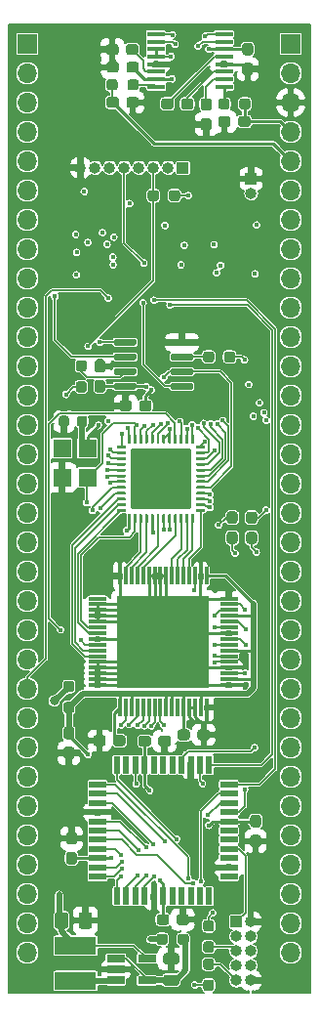
<source format=gtl>
G04 #@! TF.GenerationSoftware,KiCad,Pcbnew,(5.1.12)-1*
G04 #@! TF.CreationDate,2022-08-10T22:17:09-07:00*
G04 #@! TF.ProjectId,jbVeraHDMI,6a625665-7261-4484-944d-492e6b696361,rev?*
G04 #@! TF.SameCoordinates,Original*
G04 #@! TF.FileFunction,Copper,L1,Top*
G04 #@! TF.FilePolarity,Positive*
%FSLAX46Y46*%
G04 Gerber Fmt 4.6, Leading zero omitted, Abs format (unit mm)*
G04 Created by KiCad (PCBNEW (5.1.12)-1) date 2022-08-10 22:17:09*
%MOMM*%
%LPD*%
G01*
G04 APERTURE LIST*
G04 #@! TA.AperFunction,SMDPad,CuDef*
%ADD10R,1.560000X0.650000*%
G04 #@! TD*
G04 #@! TA.AperFunction,SMDPad,CuDef*
%ADD11R,0.550000X1.500000*%
G04 #@! TD*
G04 #@! TA.AperFunction,SMDPad,CuDef*
%ADD12R,1.500000X0.550000*%
G04 #@! TD*
G04 #@! TA.AperFunction,ComponentPad*
%ADD13O,1.000000X1.000000*%
G04 #@! TD*
G04 #@! TA.AperFunction,ComponentPad*
%ADD14R,1.000000X1.000000*%
G04 #@! TD*
G04 #@! TA.AperFunction,SMDPad,CuDef*
%ADD15R,1.500000X0.450000*%
G04 #@! TD*
G04 #@! TA.AperFunction,SMDPad,CuDef*
%ADD16R,8.000000X8.000000*%
G04 #@! TD*
G04 #@! TA.AperFunction,SMDPad,CuDef*
%ADD17R,1.500000X0.300000*%
G04 #@! TD*
G04 #@! TA.AperFunction,SMDPad,CuDef*
%ADD18R,0.300000X1.500000*%
G04 #@! TD*
G04 #@! TA.AperFunction,ComponentPad*
%ADD19O,1.700000X1.700000*%
G04 #@! TD*
G04 #@! TA.AperFunction,ComponentPad*
%ADD20R,1.700000X1.700000*%
G04 #@! TD*
G04 #@! TA.AperFunction,SMDPad,CuDef*
%ADD21R,1.500000X1.600000*%
G04 #@! TD*
G04 #@! TA.AperFunction,SMDPad,CuDef*
%ADD22R,3.600000X1.500000*%
G04 #@! TD*
G04 #@! TA.AperFunction,ViaPad*
%ADD23C,0.450000*%
G04 #@! TD*
G04 #@! TA.AperFunction,ViaPad*
%ADD24C,0.800000*%
G04 #@! TD*
G04 #@! TA.AperFunction,ViaPad*
%ADD25C,0.500000*%
G04 #@! TD*
G04 #@! TA.AperFunction,Conductor*
%ADD26C,0.254000*%
G04 #@! TD*
G04 #@! TA.AperFunction,Conductor*
%ADD27C,0.250000*%
G04 #@! TD*
G04 #@! TA.AperFunction,Conductor*
%ADD28C,0.500000*%
G04 #@! TD*
G04 #@! TA.AperFunction,Conductor*
%ADD29C,0.127000*%
G04 #@! TD*
G04 #@! TA.AperFunction,Conductor*
%ADD30C,0.100000*%
G04 #@! TD*
G04 APERTURE END LIST*
G04 #@! TA.AperFunction,SMDPad,CuDef*
G36*
G01*
X147742900Y-115690100D02*
X148217900Y-115690100D01*
G75*
G02*
X148455400Y-115927600I0J-237500D01*
G01*
X148455400Y-116502600D01*
G75*
G02*
X148217900Y-116740100I-237500J0D01*
G01*
X147742900Y-116740100D01*
G75*
G02*
X147505400Y-116502600I0J237500D01*
G01*
X147505400Y-115927600D01*
G75*
G02*
X147742900Y-115690100I237500J0D01*
G01*
G37*
G04 #@! TD.AperFunction*
G04 #@! TA.AperFunction,SMDPad,CuDef*
G36*
G01*
X147742900Y-113940100D02*
X148217900Y-113940100D01*
G75*
G02*
X148455400Y-114177600I0J-237500D01*
G01*
X148455400Y-114752600D01*
G75*
G02*
X148217900Y-114990100I-237500J0D01*
G01*
X147742900Y-114990100D01*
G75*
G02*
X147505400Y-114752600I0J237500D01*
G01*
X147505400Y-114177600D01*
G75*
G02*
X147742900Y-113940100I237500J0D01*
G01*
G37*
G04 #@! TD.AperFunction*
G04 #@! TA.AperFunction,SMDPad,CuDef*
G36*
G01*
X146053800Y-115680000D02*
X146528800Y-115680000D01*
G75*
G02*
X146766300Y-115917500I0J-237500D01*
G01*
X146766300Y-116492500D01*
G75*
G02*
X146528800Y-116730000I-237500J0D01*
G01*
X146053800Y-116730000D01*
G75*
G02*
X145816300Y-116492500I0J237500D01*
G01*
X145816300Y-115917500D01*
G75*
G02*
X146053800Y-115680000I237500J0D01*
G01*
G37*
G04 #@! TD.AperFunction*
G04 #@! TA.AperFunction,SMDPad,CuDef*
G36*
G01*
X146053800Y-113930000D02*
X146528800Y-113930000D01*
G75*
G02*
X146766300Y-114167500I0J-237500D01*
G01*
X146766300Y-114742500D01*
G75*
G02*
X146528800Y-114980000I-237500J0D01*
G01*
X146053800Y-114980000D01*
G75*
G02*
X145816300Y-114742500I0J237500D01*
G01*
X145816300Y-114167500D01*
G75*
G02*
X146053800Y-113930000I237500J0D01*
G01*
G37*
G04 #@! TD.AperFunction*
D10*
X138891000Y-152669200D03*
X138891000Y-154569200D03*
X136191000Y-154569200D03*
X136191000Y-153619200D03*
X136191000Y-152669200D03*
D11*
X136296900Y-135879600D03*
X137096900Y-135879600D03*
X137896900Y-135879600D03*
X138696900Y-135879600D03*
X139496900Y-135879600D03*
X140296900Y-135879600D03*
X141096900Y-135879600D03*
X141896900Y-135879600D03*
X142696900Y-135879600D03*
X143496900Y-135879600D03*
X144296900Y-135879600D03*
D12*
X145996900Y-137579600D03*
X145996900Y-138379600D03*
X145996900Y-139179600D03*
X145996900Y-139979600D03*
X145996900Y-140779600D03*
X145996900Y-141579600D03*
X145996900Y-142379600D03*
X145996900Y-143179600D03*
X145996900Y-143979600D03*
X145996900Y-144779600D03*
X145996900Y-145579600D03*
D11*
X144296900Y-147279600D03*
X143496900Y-147279600D03*
X142696900Y-147279600D03*
X141896900Y-147279600D03*
X141096900Y-147279600D03*
X140296900Y-147279600D03*
X139496900Y-147279600D03*
X138696900Y-147279600D03*
X137896900Y-147279600D03*
X137096900Y-147279600D03*
X136296900Y-147279600D03*
D12*
X134596900Y-145579600D03*
X134596900Y-144779600D03*
X134596900Y-143979600D03*
X134596900Y-143179600D03*
X134596900Y-142379600D03*
X134596900Y-141579600D03*
X134596900Y-140779600D03*
X134596900Y-139979600D03*
X134596900Y-139179600D03*
X134596900Y-138379600D03*
X134596900Y-137579600D03*
D13*
X133121400Y-84150200D03*
X134391400Y-84150200D03*
X135661400Y-84150200D03*
X136931400Y-84150200D03*
X138201400Y-84150200D03*
X139471400Y-84150200D03*
X140741400Y-84150200D03*
D14*
X142011400Y-84150200D03*
D13*
X147937220Y-86380320D03*
D14*
X147937220Y-85110320D03*
D13*
X147914360Y-154569160D03*
X146644360Y-154569160D03*
X147914360Y-153299160D03*
X146644360Y-153299160D03*
X147914360Y-152029160D03*
X146644360Y-152029160D03*
X147914360Y-150759160D03*
X146644360Y-150759160D03*
X147914360Y-149489160D03*
D14*
X146644360Y-149489160D03*
D15*
X139671000Y-77116100D03*
X139671000Y-76466100D03*
X139671000Y-75816100D03*
X139671000Y-75166100D03*
X139671000Y-74516100D03*
X139671000Y-73866100D03*
X139671000Y-73216100D03*
X139671000Y-72566100D03*
X145571000Y-72566100D03*
X145571000Y-73216100D03*
X145571000Y-73866100D03*
X145571000Y-74516100D03*
X145571000Y-75166100D03*
X145571000Y-75816100D03*
X145571000Y-76466100D03*
X145571000Y-77116100D03*
G04 #@! TA.AperFunction,SMDPad,CuDef*
G36*
G01*
X137205900Y-77199500D02*
X137205900Y-76724500D01*
G75*
G02*
X137443400Y-76487000I237500J0D01*
G01*
X137943400Y-76487000D01*
G75*
G02*
X138180900Y-76724500I0J-237500D01*
G01*
X138180900Y-77199500D01*
G75*
G02*
X137943400Y-77437000I-237500J0D01*
G01*
X137443400Y-77437000D01*
G75*
G02*
X137205900Y-77199500I0J237500D01*
G01*
G37*
G04 #@! TD.AperFunction*
G04 #@! TA.AperFunction,SMDPad,CuDef*
G36*
G01*
X135380900Y-77199500D02*
X135380900Y-76724500D01*
G75*
G02*
X135618400Y-76487000I237500J0D01*
G01*
X136118400Y-76487000D01*
G75*
G02*
X136355900Y-76724500I0J-237500D01*
G01*
X136355900Y-77199500D01*
G75*
G02*
X136118400Y-77437000I-237500J0D01*
G01*
X135618400Y-77437000D01*
G75*
G02*
X135380900Y-77199500I0J237500D01*
G01*
G37*
G04 #@! TD.AperFunction*
G04 #@! TA.AperFunction,SMDPad,CuDef*
G36*
G01*
X146058700Y-78375500D02*
X146058700Y-78850500D01*
G75*
G02*
X145821200Y-79088000I-237500J0D01*
G01*
X145321200Y-79088000D01*
G75*
G02*
X145083700Y-78850500I0J237500D01*
G01*
X145083700Y-78375500D01*
G75*
G02*
X145321200Y-78138000I237500J0D01*
G01*
X145821200Y-78138000D01*
G75*
G02*
X146058700Y-78375500I0J-237500D01*
G01*
G37*
G04 #@! TD.AperFunction*
G04 #@! TA.AperFunction,SMDPad,CuDef*
G36*
G01*
X147883700Y-78375500D02*
X147883700Y-78850500D01*
G75*
G02*
X147646200Y-79088000I-237500J0D01*
G01*
X147146200Y-79088000D01*
G75*
G02*
X146908700Y-78850500I0J237500D01*
G01*
X146908700Y-78375500D01*
G75*
G02*
X147146200Y-78138000I237500J0D01*
G01*
X147646200Y-78138000D01*
G75*
G02*
X147883700Y-78375500I0J-237500D01*
G01*
G37*
G04 #@! TD.AperFunction*
G04 #@! TA.AperFunction,SMDPad,CuDef*
G36*
G01*
X147400000Y-75063400D02*
X147875000Y-75063400D01*
G75*
G02*
X148112500Y-75300900I0J-237500D01*
G01*
X148112500Y-75900900D01*
G75*
G02*
X147875000Y-76138400I-237500J0D01*
G01*
X147400000Y-76138400D01*
G75*
G02*
X147162500Y-75900900I0J237500D01*
G01*
X147162500Y-75300900D01*
G75*
G02*
X147400000Y-75063400I237500J0D01*
G01*
G37*
G04 #@! TD.AperFunction*
G04 #@! TA.AperFunction,SMDPad,CuDef*
G36*
G01*
X147400000Y-73338400D02*
X147875000Y-73338400D01*
G75*
G02*
X148112500Y-73575900I0J-237500D01*
G01*
X148112500Y-74175900D01*
G75*
G02*
X147875000Y-74413400I-237500J0D01*
G01*
X147400000Y-74413400D01*
G75*
G02*
X147162500Y-74175900I0J237500D01*
G01*
X147162500Y-73575900D01*
G75*
G02*
X147400000Y-73338400I237500J0D01*
G01*
G37*
G04 #@! TD.AperFunction*
G04 #@! TA.AperFunction,SMDPad,CuDef*
G36*
G01*
X136455100Y-75200500D02*
X136455100Y-75675500D01*
G75*
G02*
X136217600Y-75913000I-237500J0D01*
G01*
X135617600Y-75913000D01*
G75*
G02*
X135380100Y-75675500I0J237500D01*
G01*
X135380100Y-75200500D01*
G75*
G02*
X135617600Y-74963000I237500J0D01*
G01*
X136217600Y-74963000D01*
G75*
G02*
X136455100Y-75200500I0J-237500D01*
G01*
G37*
G04 #@! TD.AperFunction*
G04 #@! TA.AperFunction,SMDPad,CuDef*
G36*
G01*
X138180100Y-75200500D02*
X138180100Y-75675500D01*
G75*
G02*
X137942600Y-75913000I-237500J0D01*
G01*
X137342600Y-75913000D01*
G75*
G02*
X137105100Y-75675500I0J237500D01*
G01*
X137105100Y-75200500D01*
G75*
G02*
X137342600Y-74963000I237500J0D01*
G01*
X137942600Y-74963000D01*
G75*
G02*
X138180100Y-75200500I0J-237500D01*
G01*
G37*
G04 #@! TD.AperFunction*
G04 #@! TA.AperFunction,SMDPad,CuDef*
G36*
G01*
X143793200Y-79853500D02*
X144268200Y-79853500D01*
G75*
G02*
X144505700Y-80091000I0J-237500D01*
G01*
X144505700Y-80691000D01*
G75*
G02*
X144268200Y-80928500I-237500J0D01*
G01*
X143793200Y-80928500D01*
G75*
G02*
X143555700Y-80691000I0J237500D01*
G01*
X143555700Y-80091000D01*
G75*
G02*
X143793200Y-79853500I237500J0D01*
G01*
G37*
G04 #@! TD.AperFunction*
G04 #@! TA.AperFunction,SMDPad,CuDef*
G36*
G01*
X143793200Y-78128500D02*
X144268200Y-78128500D01*
G75*
G02*
X144505700Y-78366000I0J-237500D01*
G01*
X144505700Y-78966000D01*
G75*
G02*
X144268200Y-79203500I-237500J0D01*
G01*
X143793200Y-79203500D01*
G75*
G02*
X143555700Y-78966000I0J237500D01*
G01*
X143555700Y-78366000D01*
G75*
G02*
X143793200Y-78128500I237500J0D01*
G01*
G37*
G04 #@! TD.AperFunction*
G04 #@! TA.AperFunction,SMDPad,CuDef*
G36*
G01*
X136429700Y-73663800D02*
X136429700Y-74138800D01*
G75*
G02*
X136192200Y-74376300I-237500J0D01*
G01*
X135592200Y-74376300D01*
G75*
G02*
X135354700Y-74138800I0J237500D01*
G01*
X135354700Y-73663800D01*
G75*
G02*
X135592200Y-73426300I237500J0D01*
G01*
X136192200Y-73426300D01*
G75*
G02*
X136429700Y-73663800I0J-237500D01*
G01*
G37*
G04 #@! TD.AperFunction*
G04 #@! TA.AperFunction,SMDPad,CuDef*
G36*
G01*
X138154700Y-73663800D02*
X138154700Y-74138800D01*
G75*
G02*
X137917200Y-74376300I-237500J0D01*
G01*
X137317200Y-74376300D01*
G75*
G02*
X137079700Y-74138800I0J237500D01*
G01*
X137079700Y-73663800D01*
G75*
G02*
X137317200Y-73426300I237500J0D01*
G01*
X137917200Y-73426300D01*
G75*
G02*
X138154700Y-73663800I0J-237500D01*
G01*
G37*
G04 #@! TD.AperFunction*
G04 #@! TA.AperFunction,SMDPad,CuDef*
G36*
G01*
X137105100Y-78723500D02*
X137105100Y-78248500D01*
G75*
G02*
X137342600Y-78011000I237500J0D01*
G01*
X137942600Y-78011000D01*
G75*
G02*
X138180100Y-78248500I0J-237500D01*
G01*
X138180100Y-78723500D01*
G75*
G02*
X137942600Y-78961000I-237500J0D01*
G01*
X137342600Y-78961000D01*
G75*
G02*
X137105100Y-78723500I0J237500D01*
G01*
G37*
G04 #@! TD.AperFunction*
G04 #@! TA.AperFunction,SMDPad,CuDef*
G36*
G01*
X135380100Y-78723500D02*
X135380100Y-78248500D01*
G75*
G02*
X135617600Y-78011000I237500J0D01*
G01*
X136217600Y-78011000D01*
G75*
G02*
X136455100Y-78248500I0J-237500D01*
G01*
X136455100Y-78723500D01*
G75*
G02*
X136217600Y-78961000I-237500J0D01*
G01*
X135617600Y-78961000D01*
G75*
G02*
X135380100Y-78723500I0J237500D01*
G01*
G37*
G04 #@! TD.AperFunction*
G04 #@! TA.AperFunction,SMDPad,CuDef*
G36*
G01*
X141204900Y-78375500D02*
X141204900Y-78850500D01*
G75*
G02*
X140967400Y-79088000I-237500J0D01*
G01*
X140367400Y-79088000D01*
G75*
G02*
X140129900Y-78850500I0J237500D01*
G01*
X140129900Y-78375500D01*
G75*
G02*
X140367400Y-78138000I237500J0D01*
G01*
X140967400Y-78138000D01*
G75*
G02*
X141204900Y-78375500I0J-237500D01*
G01*
G37*
G04 #@! TD.AperFunction*
G04 #@! TA.AperFunction,SMDPad,CuDef*
G36*
G01*
X142929900Y-78375500D02*
X142929900Y-78850500D01*
G75*
G02*
X142692400Y-79088000I-237500J0D01*
G01*
X142092400Y-79088000D01*
G75*
G02*
X141854900Y-78850500I0J237500D01*
G01*
X141854900Y-78375500D01*
G75*
G02*
X142092400Y-78138000I237500J0D01*
G01*
X142692400Y-78138000D01*
G75*
G02*
X142929900Y-78375500I0J-237500D01*
G01*
G37*
G04 #@! TD.AperFunction*
G04 #@! TA.AperFunction,SMDPad,CuDef*
G36*
G01*
X146156800Y-79912200D02*
X146156800Y-80387200D01*
G75*
G02*
X145919300Y-80624700I-237500J0D01*
G01*
X145319300Y-80624700D01*
G75*
G02*
X145081800Y-80387200I0J237500D01*
G01*
X145081800Y-79912200D01*
G75*
G02*
X145319300Y-79674700I237500J0D01*
G01*
X145919300Y-79674700D01*
G75*
G02*
X146156800Y-79912200I0J-237500D01*
G01*
G37*
G04 #@! TD.AperFunction*
G04 #@! TA.AperFunction,SMDPad,CuDef*
G36*
G01*
X147881800Y-79912200D02*
X147881800Y-80387200D01*
G75*
G02*
X147644300Y-80624700I-237500J0D01*
G01*
X147044300Y-80624700D01*
G75*
G02*
X146806800Y-80387200I0J237500D01*
G01*
X146806800Y-79912200D01*
G75*
G02*
X147044300Y-79674700I237500J0D01*
G01*
X147644300Y-79674700D01*
G75*
G02*
X147881800Y-79912200I0J-237500D01*
G01*
G37*
G04 #@! TD.AperFunction*
G04 #@! TA.AperFunction,SMDPad,CuDef*
G36*
G01*
X133435100Y-101795400D02*
X132960100Y-101795400D01*
G75*
G02*
X132722600Y-101557900I0J237500D01*
G01*
X132722600Y-101057900D01*
G75*
G02*
X132960100Y-100820400I237500J0D01*
G01*
X133435100Y-100820400D01*
G75*
G02*
X133672600Y-101057900I0J-237500D01*
G01*
X133672600Y-101557900D01*
G75*
G02*
X133435100Y-101795400I-237500J0D01*
G01*
G37*
G04 #@! TD.AperFunction*
G04 #@! TA.AperFunction,SMDPad,CuDef*
G36*
G01*
X133435100Y-103620400D02*
X132960100Y-103620400D01*
G75*
G02*
X132722600Y-103382900I0J237500D01*
G01*
X132722600Y-102882900D01*
G75*
G02*
X132960100Y-102645400I237500J0D01*
G01*
X133435100Y-102645400D01*
G75*
G02*
X133672600Y-102882900I0J-237500D01*
G01*
X133672600Y-103382900D01*
G75*
G02*
X133435100Y-103620400I-237500J0D01*
G01*
G37*
G04 #@! TD.AperFunction*
G04 #@! TA.AperFunction,SMDPad,CuDef*
G36*
G01*
X144734100Y-100308400D02*
X144734100Y-100783400D01*
G75*
G02*
X144496600Y-101020900I-237500J0D01*
G01*
X143996600Y-101020900D01*
G75*
G02*
X143759100Y-100783400I0J237500D01*
G01*
X143759100Y-100308400D01*
G75*
G02*
X143996600Y-100070900I237500J0D01*
G01*
X144496600Y-100070900D01*
G75*
G02*
X144734100Y-100308400I0J-237500D01*
G01*
G37*
G04 #@! TD.AperFunction*
G04 #@! TA.AperFunction,SMDPad,CuDef*
G36*
G01*
X146559100Y-100308400D02*
X146559100Y-100783400D01*
G75*
G02*
X146321600Y-101020900I-237500J0D01*
G01*
X145821600Y-101020900D01*
G75*
G02*
X145584100Y-100783400I0J237500D01*
G01*
X145584100Y-100308400D01*
G75*
G02*
X145821600Y-100070900I237500J0D01*
G01*
X146321600Y-100070900D01*
G75*
G02*
X146559100Y-100308400I0J-237500D01*
G01*
G37*
G04 #@! TD.AperFunction*
G04 #@! TA.AperFunction,SMDPad,CuDef*
G36*
G01*
X135048000Y-101898400D02*
X134573000Y-101898400D01*
G75*
G02*
X134335500Y-101660900I0J237500D01*
G01*
X134335500Y-101060900D01*
G75*
G02*
X134573000Y-100823400I237500J0D01*
G01*
X135048000Y-100823400D01*
G75*
G02*
X135285500Y-101060900I0J-237500D01*
G01*
X135285500Y-101660900D01*
G75*
G02*
X135048000Y-101898400I-237500J0D01*
G01*
G37*
G04 #@! TD.AperFunction*
G04 #@! TA.AperFunction,SMDPad,CuDef*
G36*
G01*
X135048000Y-103623400D02*
X134573000Y-103623400D01*
G75*
G02*
X134335500Y-103385900I0J237500D01*
G01*
X134335500Y-102785900D01*
G75*
G02*
X134573000Y-102548400I237500J0D01*
G01*
X135048000Y-102548400D01*
G75*
G02*
X135285500Y-102785900I0J-237500D01*
G01*
X135285500Y-103385900D01*
G75*
G02*
X135048000Y-103623400I-237500J0D01*
G01*
G37*
G04 #@! TD.AperFunction*
G04 #@! TA.AperFunction,SMDPad,CuDef*
G36*
G01*
X137571600Y-104537500D02*
X137571600Y-105012500D01*
G75*
G02*
X137334100Y-105250000I-237500J0D01*
G01*
X136734100Y-105250000D01*
G75*
G02*
X136496600Y-105012500I0J237500D01*
G01*
X136496600Y-104537500D01*
G75*
G02*
X136734100Y-104300000I237500J0D01*
G01*
X137334100Y-104300000D01*
G75*
G02*
X137571600Y-104537500I0J-237500D01*
G01*
G37*
G04 #@! TD.AperFunction*
G04 #@! TA.AperFunction,SMDPad,CuDef*
G36*
G01*
X139296600Y-104537500D02*
X139296600Y-105012500D01*
G75*
G02*
X139059100Y-105250000I-237500J0D01*
G01*
X138459100Y-105250000D01*
G75*
G02*
X138221600Y-105012500I0J237500D01*
G01*
X138221600Y-104537500D01*
G75*
G02*
X138459100Y-104300000I237500J0D01*
G01*
X139059100Y-104300000D01*
G75*
G02*
X139296600Y-104537500I0J-237500D01*
G01*
G37*
G04 #@! TD.AperFunction*
G04 #@! TA.AperFunction,SMDPad,CuDef*
G36*
G01*
X132961800Y-149852400D02*
X132961800Y-148902400D01*
G75*
G02*
X133211800Y-148652400I250000J0D01*
G01*
X133886800Y-148652400D01*
G75*
G02*
X134136800Y-148902400I0J-250000D01*
G01*
X134136800Y-149852400D01*
G75*
G02*
X133886800Y-150102400I-250000J0D01*
G01*
X133211800Y-150102400D01*
G75*
G02*
X132961800Y-149852400I0J250000D01*
G01*
G37*
G04 #@! TD.AperFunction*
G04 #@! TA.AperFunction,SMDPad,CuDef*
G36*
G01*
X130886800Y-149852400D02*
X130886800Y-148902400D01*
G75*
G02*
X131136800Y-148652400I250000J0D01*
G01*
X131811800Y-148652400D01*
G75*
G02*
X132061800Y-148902400I0J-250000D01*
G01*
X132061800Y-149852400D01*
G75*
G02*
X131811800Y-150102400I-250000J0D01*
G01*
X131136800Y-150102400D01*
G75*
G02*
X130886800Y-149852400I0J250000D01*
G01*
G37*
G04 #@! TD.AperFunction*
G04 #@! TA.AperFunction,SMDPad,CuDef*
G36*
G01*
X140699300Y-150765500D02*
X140699300Y-151240500D01*
G75*
G02*
X140461800Y-151478000I-237500J0D01*
G01*
X139961800Y-151478000D01*
G75*
G02*
X139724300Y-151240500I0J237500D01*
G01*
X139724300Y-150765500D01*
G75*
G02*
X139961800Y-150528000I237500J0D01*
G01*
X140461800Y-150528000D01*
G75*
G02*
X140699300Y-150765500I0J-237500D01*
G01*
G37*
G04 #@! TD.AperFunction*
G04 #@! TA.AperFunction,SMDPad,CuDef*
G36*
G01*
X142524300Y-150765500D02*
X142524300Y-151240500D01*
G75*
G02*
X142286800Y-151478000I-237500J0D01*
G01*
X141786800Y-151478000D01*
G75*
G02*
X141549300Y-151240500I0J237500D01*
G01*
X141549300Y-150765500D01*
G75*
G02*
X141786800Y-150528000I237500J0D01*
G01*
X142286800Y-150528000D01*
G75*
G02*
X142524300Y-150765500I0J-237500D01*
G01*
G37*
G04 #@! TD.AperFunction*
G04 #@! TA.AperFunction,SMDPad,CuDef*
G36*
G01*
X139937300Y-86325700D02*
X139937300Y-86800700D01*
G75*
G02*
X139699800Y-87038200I-237500J0D01*
G01*
X139199800Y-87038200D01*
G75*
G02*
X138962300Y-86800700I0J237500D01*
G01*
X138962300Y-86325700D01*
G75*
G02*
X139199800Y-86088200I237500J0D01*
G01*
X139699800Y-86088200D01*
G75*
G02*
X139937300Y-86325700I0J-237500D01*
G01*
G37*
G04 #@! TD.AperFunction*
G04 #@! TA.AperFunction,SMDPad,CuDef*
G36*
G01*
X141762300Y-86325700D02*
X141762300Y-86800700D01*
G75*
G02*
X141524800Y-87038200I-237500J0D01*
G01*
X141024800Y-87038200D01*
G75*
G02*
X140787300Y-86800700I0J237500D01*
G01*
X140787300Y-86325700D01*
G75*
G02*
X141024800Y-86088200I237500J0D01*
G01*
X141524800Y-86088200D01*
G75*
G02*
X141762300Y-86325700I0J-237500D01*
G01*
G37*
G04 #@! TD.AperFunction*
G04 #@! TA.AperFunction,SMDPad,CuDef*
G36*
G01*
X132355600Y-129583000D02*
X131880600Y-129583000D01*
G75*
G02*
X131643100Y-129345500I0J237500D01*
G01*
X131643100Y-128845500D01*
G75*
G02*
X131880600Y-128608000I237500J0D01*
G01*
X132355600Y-128608000D01*
G75*
G02*
X132593100Y-128845500I0J-237500D01*
G01*
X132593100Y-129345500D01*
G75*
G02*
X132355600Y-129583000I-237500J0D01*
G01*
G37*
G04 #@! TD.AperFunction*
G04 #@! TA.AperFunction,SMDPad,CuDef*
G36*
G01*
X132355600Y-131408000D02*
X131880600Y-131408000D01*
G75*
G02*
X131643100Y-131170500I0J237500D01*
G01*
X131643100Y-130670500D01*
G75*
G02*
X131880600Y-130433000I237500J0D01*
G01*
X132355600Y-130433000D01*
G75*
G02*
X132593100Y-130670500I0J-237500D01*
G01*
X132593100Y-131170500D01*
G75*
G02*
X132355600Y-131408000I-237500J0D01*
G01*
G37*
G04 #@! TD.AperFunction*
D16*
X140309600Y-125222000D03*
D17*
X134609600Y-128972000D03*
X134609600Y-128472000D03*
X134609600Y-127972000D03*
X134609600Y-127472000D03*
X134609600Y-126972000D03*
X134609600Y-126472000D03*
X134609600Y-125972000D03*
X134609600Y-125472000D03*
X134609600Y-124972000D03*
X134609600Y-124472000D03*
X134609600Y-123972000D03*
X134609600Y-123472000D03*
X134609600Y-122972000D03*
X134609600Y-122472000D03*
X134609600Y-121972000D03*
X134609600Y-121472000D03*
D18*
X136559600Y-119522000D03*
X137059600Y-119522000D03*
X137559600Y-119522000D03*
X138059600Y-119522000D03*
X138559600Y-119522000D03*
X139059600Y-119522000D03*
X139559600Y-119522000D03*
X140059600Y-119522000D03*
X140559600Y-119522000D03*
X141059600Y-119522000D03*
X141559600Y-119522000D03*
X142059600Y-119522000D03*
X142559600Y-119522000D03*
X143059600Y-119522000D03*
X143559600Y-119522000D03*
X144059600Y-119522000D03*
D17*
X146009600Y-121472000D03*
X146009600Y-121972000D03*
X146009600Y-122472000D03*
X146009600Y-122972000D03*
X146009600Y-123472000D03*
X146009600Y-123972000D03*
X146009600Y-124472000D03*
X146009600Y-124972000D03*
X146009600Y-125472000D03*
X146009600Y-125972000D03*
X146009600Y-126472000D03*
X146009600Y-126972000D03*
X146009600Y-127472000D03*
X146009600Y-127972000D03*
X146009600Y-128472000D03*
X146009600Y-128972000D03*
D18*
X144059600Y-130922000D03*
X143559600Y-130922000D03*
X143059600Y-130922000D03*
X142559600Y-130922000D03*
X142059600Y-130922000D03*
X141559600Y-130922000D03*
X141059600Y-130922000D03*
X140559600Y-130922000D03*
X140059600Y-130922000D03*
X139559600Y-130922000D03*
X139059600Y-130922000D03*
X138559600Y-130922000D03*
X138059600Y-130922000D03*
X137559600Y-130922000D03*
X137059600Y-130922000D03*
X136559600Y-130922000D03*
G04 #@! TA.AperFunction,SMDPad,CuDef*
G36*
G01*
X144484100Y-153653300D02*
X144009100Y-153653300D01*
G75*
G02*
X143771600Y-153415800I0J237500D01*
G01*
X143771600Y-152915800D01*
G75*
G02*
X144009100Y-152678300I237500J0D01*
G01*
X144484100Y-152678300D01*
G75*
G02*
X144721600Y-152915800I0J-237500D01*
G01*
X144721600Y-153415800D01*
G75*
G02*
X144484100Y-153653300I-237500J0D01*
G01*
G37*
G04 #@! TD.AperFunction*
G04 #@! TA.AperFunction,SMDPad,CuDef*
G36*
G01*
X144484100Y-155478300D02*
X144009100Y-155478300D01*
G75*
G02*
X143771600Y-155240800I0J237500D01*
G01*
X143771600Y-154740800D01*
G75*
G02*
X144009100Y-154503300I237500J0D01*
G01*
X144484100Y-154503300D01*
G75*
G02*
X144721600Y-154740800I0J-237500D01*
G01*
X144721600Y-155240800D01*
G75*
G02*
X144484100Y-155478300I-237500J0D01*
G01*
G37*
G04 #@! TD.AperFunction*
G04 #@! TA.AperFunction,SMDPad,CuDef*
G36*
G01*
X144009100Y-151175900D02*
X144484100Y-151175900D01*
G75*
G02*
X144721600Y-151413400I0J-237500D01*
G01*
X144721600Y-151913400D01*
G75*
G02*
X144484100Y-152150900I-237500J0D01*
G01*
X144009100Y-152150900D01*
G75*
G02*
X143771600Y-151913400I0J237500D01*
G01*
X143771600Y-151413400D01*
G75*
G02*
X144009100Y-151175900I237500J0D01*
G01*
G37*
G04 #@! TD.AperFunction*
G04 #@! TA.AperFunction,SMDPad,CuDef*
G36*
G01*
X144009100Y-149350900D02*
X144484100Y-149350900D01*
G75*
G02*
X144721600Y-149588400I0J-237500D01*
G01*
X144721600Y-150088400D01*
G75*
G02*
X144484100Y-150325900I-237500J0D01*
G01*
X144009100Y-150325900D01*
G75*
G02*
X143771600Y-150088400I0J237500D01*
G01*
X143771600Y-149588400D01*
G75*
G02*
X144009100Y-149350900I237500J0D01*
G01*
G37*
G04 #@! TD.AperFunction*
G04 #@! TA.AperFunction,SMDPad,CuDef*
G36*
G01*
X148085800Y-141956500D02*
X148560800Y-141956500D01*
G75*
G02*
X148798300Y-142194000I0J-237500D01*
G01*
X148798300Y-142794000D01*
G75*
G02*
X148560800Y-143031500I-237500J0D01*
G01*
X148085800Y-143031500D01*
G75*
G02*
X147848300Y-142794000I0J237500D01*
G01*
X147848300Y-142194000D01*
G75*
G02*
X148085800Y-141956500I237500J0D01*
G01*
G37*
G04 #@! TD.AperFunction*
G04 #@! TA.AperFunction,SMDPad,CuDef*
G36*
G01*
X148085800Y-140231500D02*
X148560800Y-140231500D01*
G75*
G02*
X148798300Y-140469000I0J-237500D01*
G01*
X148798300Y-141069000D01*
G75*
G02*
X148560800Y-141306500I-237500J0D01*
G01*
X148085800Y-141306500D01*
G75*
G02*
X147848300Y-141069000I0J237500D01*
G01*
X147848300Y-140469000D01*
G75*
G02*
X148085800Y-140231500I237500J0D01*
G01*
G37*
G04 #@! TD.AperFunction*
G04 #@! TA.AperFunction,SMDPad,CuDef*
G36*
G01*
X139884200Y-134070100D02*
X139884200Y-133595100D01*
G75*
G02*
X140121700Y-133357600I237500J0D01*
G01*
X140721700Y-133357600D01*
G75*
G02*
X140959200Y-133595100I0J-237500D01*
G01*
X140959200Y-134070100D01*
G75*
G02*
X140721700Y-134307600I-237500J0D01*
G01*
X140121700Y-134307600D01*
G75*
G02*
X139884200Y-134070100I0J237500D01*
G01*
G37*
G04 #@! TD.AperFunction*
G04 #@! TA.AperFunction,SMDPad,CuDef*
G36*
G01*
X138159200Y-134070100D02*
X138159200Y-133595100D01*
G75*
G02*
X138396700Y-133357600I237500J0D01*
G01*
X138996700Y-133357600D01*
G75*
G02*
X139234200Y-133595100I0J-237500D01*
G01*
X139234200Y-134070100D01*
G75*
G02*
X138996700Y-134307600I-237500J0D01*
G01*
X138396700Y-134307600D01*
G75*
G02*
X138159200Y-134070100I0J237500D01*
G01*
G37*
G04 #@! TD.AperFunction*
G04 #@! TA.AperFunction,SMDPad,CuDef*
G36*
G01*
X132584200Y-142792400D02*
X132109200Y-142792400D01*
G75*
G02*
X131871700Y-142554900I0J237500D01*
G01*
X131871700Y-141954900D01*
G75*
G02*
X132109200Y-141717400I237500J0D01*
G01*
X132584200Y-141717400D01*
G75*
G02*
X132821700Y-141954900I0J-237500D01*
G01*
X132821700Y-142554900D01*
G75*
G02*
X132584200Y-142792400I-237500J0D01*
G01*
G37*
G04 #@! TD.AperFunction*
G04 #@! TA.AperFunction,SMDPad,CuDef*
G36*
G01*
X132584200Y-144517400D02*
X132109200Y-144517400D01*
G75*
G02*
X131871700Y-144279900I0J237500D01*
G01*
X131871700Y-143679900D01*
G75*
G02*
X132109200Y-143442400I237500J0D01*
G01*
X132584200Y-143442400D01*
G75*
G02*
X132821700Y-143679900I0J-237500D01*
G01*
X132821700Y-144279900D01*
G75*
G02*
X132584200Y-144517400I-237500J0D01*
G01*
G37*
G04 #@! TD.AperFunction*
G04 #@! TA.AperFunction,SMDPad,CuDef*
G36*
G01*
X141473900Y-149538700D02*
X141473900Y-149063700D01*
G75*
G02*
X141711400Y-148826200I237500J0D01*
G01*
X142311400Y-148826200D01*
G75*
G02*
X142548900Y-149063700I0J-237500D01*
G01*
X142548900Y-149538700D01*
G75*
G02*
X142311400Y-149776200I-237500J0D01*
G01*
X141711400Y-149776200D01*
G75*
G02*
X141473900Y-149538700I0J237500D01*
G01*
G37*
G04 #@! TD.AperFunction*
G04 #@! TA.AperFunction,SMDPad,CuDef*
G36*
G01*
X139748900Y-149538700D02*
X139748900Y-149063700D01*
G75*
G02*
X139986400Y-148826200I237500J0D01*
G01*
X140586400Y-148826200D01*
G75*
G02*
X140823900Y-149063700I0J-237500D01*
G01*
X140823900Y-149538700D01*
G75*
G02*
X140586400Y-149776200I-237500J0D01*
G01*
X139986400Y-149776200D01*
G75*
G02*
X139748900Y-149538700I0J237500D01*
G01*
G37*
G04 #@! TD.AperFunction*
G04 #@! TA.AperFunction,SMDPad,CuDef*
G36*
G01*
X143277300Y-133524000D02*
X143277300Y-133049000D01*
G75*
G02*
X143514800Y-132811500I237500J0D01*
G01*
X144114800Y-132811500D01*
G75*
G02*
X144352300Y-133049000I0J-237500D01*
G01*
X144352300Y-133524000D01*
G75*
G02*
X144114800Y-133761500I-237500J0D01*
G01*
X143514800Y-133761500D01*
G75*
G02*
X143277300Y-133524000I0J237500D01*
G01*
G37*
G04 #@! TD.AperFunction*
G04 #@! TA.AperFunction,SMDPad,CuDef*
G36*
G01*
X141552300Y-133524000D02*
X141552300Y-133049000D01*
G75*
G02*
X141789800Y-132811500I237500J0D01*
G01*
X142389800Y-132811500D01*
G75*
G02*
X142627300Y-133049000I0J-237500D01*
G01*
X142627300Y-133524000D01*
G75*
G02*
X142389800Y-133761500I-237500J0D01*
G01*
X141789800Y-133761500D01*
G75*
G02*
X141552300Y-133524000I0J237500D01*
G01*
G37*
G04 #@! TD.AperFunction*
G04 #@! TA.AperFunction,SMDPad,CuDef*
G36*
G01*
X135309900Y-133557000D02*
X135309900Y-134032000D01*
G75*
G02*
X135072400Y-134269500I-237500J0D01*
G01*
X134472400Y-134269500D01*
G75*
G02*
X134234900Y-134032000I0J237500D01*
G01*
X134234900Y-133557000D01*
G75*
G02*
X134472400Y-133319500I237500J0D01*
G01*
X135072400Y-133319500D01*
G75*
G02*
X135309900Y-133557000I0J-237500D01*
G01*
G37*
G04 #@! TD.AperFunction*
G04 #@! TA.AperFunction,SMDPad,CuDef*
G36*
G01*
X137034900Y-133557000D02*
X137034900Y-134032000D01*
G75*
G02*
X136797400Y-134269500I-237500J0D01*
G01*
X136197400Y-134269500D01*
G75*
G02*
X135959900Y-134032000I0J237500D01*
G01*
X135959900Y-133557000D01*
G75*
G02*
X136197400Y-133319500I237500J0D01*
G01*
X136797400Y-133319500D01*
G75*
G02*
X137034900Y-133557000I0J-237500D01*
G01*
G37*
G04 #@! TD.AperFunction*
G04 #@! TA.AperFunction,SMDPad,CuDef*
G36*
G01*
X131880600Y-134321600D02*
X132355600Y-134321600D01*
G75*
G02*
X132593100Y-134559100I0J-237500D01*
G01*
X132593100Y-135159100D01*
G75*
G02*
X132355600Y-135396600I-237500J0D01*
G01*
X131880600Y-135396600D01*
G75*
G02*
X131643100Y-135159100I0J237500D01*
G01*
X131643100Y-134559100D01*
G75*
G02*
X131880600Y-134321600I237500J0D01*
G01*
G37*
G04 #@! TD.AperFunction*
G04 #@! TA.AperFunction,SMDPad,CuDef*
G36*
G01*
X131880600Y-132596600D02*
X132355600Y-132596600D01*
G75*
G02*
X132593100Y-132834100I0J-237500D01*
G01*
X132593100Y-133434100D01*
G75*
G02*
X132355600Y-133671600I-237500J0D01*
G01*
X131880600Y-133671600D01*
G75*
G02*
X131643100Y-133434100I0J237500D01*
G01*
X131643100Y-132834100D01*
G75*
G02*
X131880600Y-132596600I237500J0D01*
G01*
G37*
G04 #@! TD.AperFunction*
D19*
X151367300Y-152158700D03*
X151367300Y-149618700D03*
X151367300Y-147078700D03*
X151367300Y-144538700D03*
X151367300Y-141998700D03*
X151367300Y-139458700D03*
X151367300Y-136918700D03*
X151367300Y-134378700D03*
X151367300Y-131838700D03*
X151367300Y-129298700D03*
X151367300Y-126758700D03*
X151367300Y-124218700D03*
X151367300Y-121678700D03*
X151367300Y-119138700D03*
X151367300Y-116598700D03*
X151367300Y-114058700D03*
X151367300Y-111518700D03*
X151367300Y-108978700D03*
X151367300Y-106438700D03*
X151367300Y-103898700D03*
X151367300Y-101358700D03*
X151367300Y-98818700D03*
X151367300Y-96278700D03*
X151367300Y-93738700D03*
X151367300Y-91198700D03*
X151367300Y-88658700D03*
X151367300Y-86118700D03*
X151367300Y-83578700D03*
X151367300Y-81038700D03*
X151367300Y-78498700D03*
X151367300Y-75958700D03*
D20*
X151367300Y-73418700D03*
D19*
X128507300Y-152158700D03*
X128507300Y-149618700D03*
X128507300Y-147078700D03*
X128507300Y-144538700D03*
X128507300Y-141998700D03*
X128507300Y-139458700D03*
X128507300Y-136918700D03*
X128507300Y-134378700D03*
X128507300Y-131838700D03*
X128507300Y-129298700D03*
X128507300Y-126758700D03*
X128507300Y-124218700D03*
X128507300Y-121678700D03*
X128507300Y-119138700D03*
X128507300Y-116598700D03*
X128507300Y-114058700D03*
X128507300Y-111518700D03*
X128507300Y-108978700D03*
X128507300Y-106438700D03*
X128507300Y-103898700D03*
X128507300Y-101358700D03*
X128507300Y-98818700D03*
X128507300Y-96278700D03*
X128507300Y-93738700D03*
X128507300Y-91198700D03*
X128507300Y-88658700D03*
X128507300Y-86118700D03*
X128507300Y-83578700D03*
X128507300Y-81038700D03*
X128507300Y-78498700D03*
X128507300Y-75958700D03*
D20*
X128507300Y-73418700D03*
G04 #@! TA.AperFunction,SMDPad,CuDef*
G36*
G01*
X132123600Y-105864950D02*
X132123600Y-106377450D01*
G75*
G02*
X131904850Y-106596200I-218750J0D01*
G01*
X131467350Y-106596200D01*
G75*
G02*
X131248600Y-106377450I0J218750D01*
G01*
X131248600Y-105864950D01*
G75*
G02*
X131467350Y-105646200I218750J0D01*
G01*
X131904850Y-105646200D01*
G75*
G02*
X132123600Y-105864950I0J-218750D01*
G01*
G37*
G04 #@! TD.AperFunction*
G04 #@! TA.AperFunction,SMDPad,CuDef*
G36*
G01*
X133698600Y-105864950D02*
X133698600Y-106377450D01*
G75*
G02*
X133479850Y-106596200I-218750J0D01*
G01*
X133042350Y-106596200D01*
G75*
G02*
X132823600Y-106377450I0J218750D01*
G01*
X132823600Y-105864950D01*
G75*
G02*
X133042350Y-105646200I218750J0D01*
G01*
X133479850Y-105646200D01*
G75*
G02*
X133698600Y-105864950I0J-218750D01*
G01*
G37*
G04 #@! TD.AperFunction*
D21*
X133718300Y-108445300D03*
X133718300Y-110985300D03*
X131518300Y-110985300D03*
X131518300Y-108445300D03*
G04 #@! TA.AperFunction,SMDPad,CuDef*
G36*
G01*
X137958700Y-102935900D02*
X137958700Y-103235900D01*
G75*
G02*
X137808700Y-103385900I-150000J0D01*
G01*
X136158700Y-103385900D01*
G75*
G02*
X136008700Y-103235900I0J150000D01*
G01*
X136008700Y-102935900D01*
G75*
G02*
X136158700Y-102785900I150000J0D01*
G01*
X137808700Y-102785900D01*
G75*
G02*
X137958700Y-102935900I0J-150000D01*
G01*
G37*
G04 #@! TD.AperFunction*
G04 #@! TA.AperFunction,SMDPad,CuDef*
G36*
G01*
X137958700Y-101665900D02*
X137958700Y-101965900D01*
G75*
G02*
X137808700Y-102115900I-150000J0D01*
G01*
X136158700Y-102115900D01*
G75*
G02*
X136008700Y-101965900I0J150000D01*
G01*
X136008700Y-101665900D01*
G75*
G02*
X136158700Y-101515900I150000J0D01*
G01*
X137808700Y-101515900D01*
G75*
G02*
X137958700Y-101665900I0J-150000D01*
G01*
G37*
G04 #@! TD.AperFunction*
G04 #@! TA.AperFunction,SMDPad,CuDef*
G36*
G01*
X137958700Y-100395900D02*
X137958700Y-100695900D01*
G75*
G02*
X137808700Y-100845900I-150000J0D01*
G01*
X136158700Y-100845900D01*
G75*
G02*
X136008700Y-100695900I0J150000D01*
G01*
X136008700Y-100395900D01*
G75*
G02*
X136158700Y-100245900I150000J0D01*
G01*
X137808700Y-100245900D01*
G75*
G02*
X137958700Y-100395900I0J-150000D01*
G01*
G37*
G04 #@! TD.AperFunction*
G04 #@! TA.AperFunction,SMDPad,CuDef*
G36*
G01*
X137958700Y-99125900D02*
X137958700Y-99425900D01*
G75*
G02*
X137808700Y-99575900I-150000J0D01*
G01*
X136158700Y-99575900D01*
G75*
G02*
X136008700Y-99425900I0J150000D01*
G01*
X136008700Y-99125900D01*
G75*
G02*
X136158700Y-98975900I150000J0D01*
G01*
X137808700Y-98975900D01*
G75*
G02*
X137958700Y-99125900I0J-150000D01*
G01*
G37*
G04 #@! TD.AperFunction*
G04 #@! TA.AperFunction,SMDPad,CuDef*
G36*
G01*
X142908700Y-99125900D02*
X142908700Y-99425900D01*
G75*
G02*
X142758700Y-99575900I-150000J0D01*
G01*
X141108700Y-99575900D01*
G75*
G02*
X140958700Y-99425900I0J150000D01*
G01*
X140958700Y-99125900D01*
G75*
G02*
X141108700Y-98975900I150000J0D01*
G01*
X142758700Y-98975900D01*
G75*
G02*
X142908700Y-99125900I0J-150000D01*
G01*
G37*
G04 #@! TD.AperFunction*
G04 #@! TA.AperFunction,SMDPad,CuDef*
G36*
G01*
X142908700Y-100395900D02*
X142908700Y-100695900D01*
G75*
G02*
X142758700Y-100845900I-150000J0D01*
G01*
X141108700Y-100845900D01*
G75*
G02*
X140958700Y-100695900I0J150000D01*
G01*
X140958700Y-100395900D01*
G75*
G02*
X141108700Y-100245900I150000J0D01*
G01*
X142758700Y-100245900D01*
G75*
G02*
X142908700Y-100395900I0J-150000D01*
G01*
G37*
G04 #@! TD.AperFunction*
G04 #@! TA.AperFunction,SMDPad,CuDef*
G36*
G01*
X142908700Y-101665900D02*
X142908700Y-101965900D01*
G75*
G02*
X142758700Y-102115900I-150000J0D01*
G01*
X141108700Y-102115900D01*
G75*
G02*
X140958700Y-101965900I0J150000D01*
G01*
X140958700Y-101665900D01*
G75*
G02*
X141108700Y-101515900I150000J0D01*
G01*
X142758700Y-101515900D01*
G75*
G02*
X142908700Y-101665900I0J-150000D01*
G01*
G37*
G04 #@! TD.AperFunction*
G04 #@! TA.AperFunction,SMDPad,CuDef*
G36*
G01*
X142908700Y-102935900D02*
X142908700Y-103235900D01*
G75*
G02*
X142758700Y-103385900I-150000J0D01*
G01*
X141108700Y-103385900D01*
G75*
G02*
X140958700Y-103235900I0J150000D01*
G01*
X140958700Y-102935900D01*
G75*
G02*
X141108700Y-102785900I150000J0D01*
G01*
X142758700Y-102785900D01*
G75*
G02*
X142908700Y-102935900I0J-150000D01*
G01*
G37*
G04 #@! TD.AperFunction*
G04 #@! TA.AperFunction,SMDPad,CuDef*
G36*
G01*
X136993900Y-113974600D02*
X136318900Y-113974600D01*
G75*
G02*
X136256400Y-113912100I0J62500D01*
G01*
X136256400Y-113787100D01*
G75*
G02*
X136318900Y-113724600I62500J0D01*
G01*
X136993900Y-113724600D01*
G75*
G02*
X137056400Y-113787100I0J-62500D01*
G01*
X137056400Y-113912100D01*
G75*
G02*
X136993900Y-113974600I-62500J0D01*
G01*
G37*
G04 #@! TD.AperFunction*
G04 #@! TA.AperFunction,SMDPad,CuDef*
G36*
G01*
X136993900Y-113474600D02*
X136318900Y-113474600D01*
G75*
G02*
X136256400Y-113412100I0J62500D01*
G01*
X136256400Y-113287100D01*
G75*
G02*
X136318900Y-113224600I62500J0D01*
G01*
X136993900Y-113224600D01*
G75*
G02*
X137056400Y-113287100I0J-62500D01*
G01*
X137056400Y-113412100D01*
G75*
G02*
X136993900Y-113474600I-62500J0D01*
G01*
G37*
G04 #@! TD.AperFunction*
G04 #@! TA.AperFunction,SMDPad,CuDef*
G36*
G01*
X136993900Y-112974600D02*
X136318900Y-112974600D01*
G75*
G02*
X136256400Y-112912100I0J62500D01*
G01*
X136256400Y-112787100D01*
G75*
G02*
X136318900Y-112724600I62500J0D01*
G01*
X136993900Y-112724600D01*
G75*
G02*
X137056400Y-112787100I0J-62500D01*
G01*
X137056400Y-112912100D01*
G75*
G02*
X136993900Y-112974600I-62500J0D01*
G01*
G37*
G04 #@! TD.AperFunction*
G04 #@! TA.AperFunction,SMDPad,CuDef*
G36*
G01*
X136993900Y-112474600D02*
X136318900Y-112474600D01*
G75*
G02*
X136256400Y-112412100I0J62500D01*
G01*
X136256400Y-112287100D01*
G75*
G02*
X136318900Y-112224600I62500J0D01*
G01*
X136993900Y-112224600D01*
G75*
G02*
X137056400Y-112287100I0J-62500D01*
G01*
X137056400Y-112412100D01*
G75*
G02*
X136993900Y-112474600I-62500J0D01*
G01*
G37*
G04 #@! TD.AperFunction*
G04 #@! TA.AperFunction,SMDPad,CuDef*
G36*
G01*
X136993900Y-111974600D02*
X136318900Y-111974600D01*
G75*
G02*
X136256400Y-111912100I0J62500D01*
G01*
X136256400Y-111787100D01*
G75*
G02*
X136318900Y-111724600I62500J0D01*
G01*
X136993900Y-111724600D01*
G75*
G02*
X137056400Y-111787100I0J-62500D01*
G01*
X137056400Y-111912100D01*
G75*
G02*
X136993900Y-111974600I-62500J0D01*
G01*
G37*
G04 #@! TD.AperFunction*
G04 #@! TA.AperFunction,SMDPad,CuDef*
G36*
G01*
X136993900Y-111474600D02*
X136318900Y-111474600D01*
G75*
G02*
X136256400Y-111412100I0J62500D01*
G01*
X136256400Y-111287100D01*
G75*
G02*
X136318900Y-111224600I62500J0D01*
G01*
X136993900Y-111224600D01*
G75*
G02*
X137056400Y-111287100I0J-62500D01*
G01*
X137056400Y-111412100D01*
G75*
G02*
X136993900Y-111474600I-62500J0D01*
G01*
G37*
G04 #@! TD.AperFunction*
G04 #@! TA.AperFunction,SMDPad,CuDef*
G36*
G01*
X136993900Y-110974600D02*
X136318900Y-110974600D01*
G75*
G02*
X136256400Y-110912100I0J62500D01*
G01*
X136256400Y-110787100D01*
G75*
G02*
X136318900Y-110724600I62500J0D01*
G01*
X136993900Y-110724600D01*
G75*
G02*
X137056400Y-110787100I0J-62500D01*
G01*
X137056400Y-110912100D01*
G75*
G02*
X136993900Y-110974600I-62500J0D01*
G01*
G37*
G04 #@! TD.AperFunction*
G04 #@! TA.AperFunction,SMDPad,CuDef*
G36*
G01*
X136993900Y-110474600D02*
X136318900Y-110474600D01*
G75*
G02*
X136256400Y-110412100I0J62500D01*
G01*
X136256400Y-110287100D01*
G75*
G02*
X136318900Y-110224600I62500J0D01*
G01*
X136993900Y-110224600D01*
G75*
G02*
X137056400Y-110287100I0J-62500D01*
G01*
X137056400Y-110412100D01*
G75*
G02*
X136993900Y-110474600I-62500J0D01*
G01*
G37*
G04 #@! TD.AperFunction*
G04 #@! TA.AperFunction,SMDPad,CuDef*
G36*
G01*
X136993900Y-109974600D02*
X136318900Y-109974600D01*
G75*
G02*
X136256400Y-109912100I0J62500D01*
G01*
X136256400Y-109787100D01*
G75*
G02*
X136318900Y-109724600I62500J0D01*
G01*
X136993900Y-109724600D01*
G75*
G02*
X137056400Y-109787100I0J-62500D01*
G01*
X137056400Y-109912100D01*
G75*
G02*
X136993900Y-109974600I-62500J0D01*
G01*
G37*
G04 #@! TD.AperFunction*
G04 #@! TA.AperFunction,SMDPad,CuDef*
G36*
G01*
X136993900Y-109474600D02*
X136318900Y-109474600D01*
G75*
G02*
X136256400Y-109412100I0J62500D01*
G01*
X136256400Y-109287100D01*
G75*
G02*
X136318900Y-109224600I62500J0D01*
G01*
X136993900Y-109224600D01*
G75*
G02*
X137056400Y-109287100I0J-62500D01*
G01*
X137056400Y-109412100D01*
G75*
G02*
X136993900Y-109474600I-62500J0D01*
G01*
G37*
G04 #@! TD.AperFunction*
G04 #@! TA.AperFunction,SMDPad,CuDef*
G36*
G01*
X136993900Y-108974600D02*
X136318900Y-108974600D01*
G75*
G02*
X136256400Y-108912100I0J62500D01*
G01*
X136256400Y-108787100D01*
G75*
G02*
X136318900Y-108724600I62500J0D01*
G01*
X136993900Y-108724600D01*
G75*
G02*
X137056400Y-108787100I0J-62500D01*
G01*
X137056400Y-108912100D01*
G75*
G02*
X136993900Y-108974600I-62500J0D01*
G01*
G37*
G04 #@! TD.AperFunction*
G04 #@! TA.AperFunction,SMDPad,CuDef*
G36*
G01*
X136993900Y-108474600D02*
X136318900Y-108474600D01*
G75*
G02*
X136256400Y-108412100I0J62500D01*
G01*
X136256400Y-108287100D01*
G75*
G02*
X136318900Y-108224600I62500J0D01*
G01*
X136993900Y-108224600D01*
G75*
G02*
X137056400Y-108287100I0J-62500D01*
G01*
X137056400Y-108412100D01*
G75*
G02*
X136993900Y-108474600I-62500J0D01*
G01*
G37*
G04 #@! TD.AperFunction*
G04 #@! TA.AperFunction,SMDPad,CuDef*
G36*
G01*
X137418900Y-108049600D02*
X137293900Y-108049600D01*
G75*
G02*
X137231400Y-107987100I0J62500D01*
G01*
X137231400Y-107312100D01*
G75*
G02*
X137293900Y-107249600I62500J0D01*
G01*
X137418900Y-107249600D01*
G75*
G02*
X137481400Y-107312100I0J-62500D01*
G01*
X137481400Y-107987100D01*
G75*
G02*
X137418900Y-108049600I-62500J0D01*
G01*
G37*
G04 #@! TD.AperFunction*
G04 #@! TA.AperFunction,SMDPad,CuDef*
G36*
G01*
X137918900Y-108049600D02*
X137793900Y-108049600D01*
G75*
G02*
X137731400Y-107987100I0J62500D01*
G01*
X137731400Y-107312100D01*
G75*
G02*
X137793900Y-107249600I62500J0D01*
G01*
X137918900Y-107249600D01*
G75*
G02*
X137981400Y-107312100I0J-62500D01*
G01*
X137981400Y-107987100D01*
G75*
G02*
X137918900Y-108049600I-62500J0D01*
G01*
G37*
G04 #@! TD.AperFunction*
G04 #@! TA.AperFunction,SMDPad,CuDef*
G36*
G01*
X138418900Y-108049600D02*
X138293900Y-108049600D01*
G75*
G02*
X138231400Y-107987100I0J62500D01*
G01*
X138231400Y-107312100D01*
G75*
G02*
X138293900Y-107249600I62500J0D01*
G01*
X138418900Y-107249600D01*
G75*
G02*
X138481400Y-107312100I0J-62500D01*
G01*
X138481400Y-107987100D01*
G75*
G02*
X138418900Y-108049600I-62500J0D01*
G01*
G37*
G04 #@! TD.AperFunction*
G04 #@! TA.AperFunction,SMDPad,CuDef*
G36*
G01*
X138918900Y-108049600D02*
X138793900Y-108049600D01*
G75*
G02*
X138731400Y-107987100I0J62500D01*
G01*
X138731400Y-107312100D01*
G75*
G02*
X138793900Y-107249600I62500J0D01*
G01*
X138918900Y-107249600D01*
G75*
G02*
X138981400Y-107312100I0J-62500D01*
G01*
X138981400Y-107987100D01*
G75*
G02*
X138918900Y-108049600I-62500J0D01*
G01*
G37*
G04 #@! TD.AperFunction*
G04 #@! TA.AperFunction,SMDPad,CuDef*
G36*
G01*
X139418900Y-108049600D02*
X139293900Y-108049600D01*
G75*
G02*
X139231400Y-107987100I0J62500D01*
G01*
X139231400Y-107312100D01*
G75*
G02*
X139293900Y-107249600I62500J0D01*
G01*
X139418900Y-107249600D01*
G75*
G02*
X139481400Y-107312100I0J-62500D01*
G01*
X139481400Y-107987100D01*
G75*
G02*
X139418900Y-108049600I-62500J0D01*
G01*
G37*
G04 #@! TD.AperFunction*
G04 #@! TA.AperFunction,SMDPad,CuDef*
G36*
G01*
X139918900Y-108049600D02*
X139793900Y-108049600D01*
G75*
G02*
X139731400Y-107987100I0J62500D01*
G01*
X139731400Y-107312100D01*
G75*
G02*
X139793900Y-107249600I62500J0D01*
G01*
X139918900Y-107249600D01*
G75*
G02*
X139981400Y-107312100I0J-62500D01*
G01*
X139981400Y-107987100D01*
G75*
G02*
X139918900Y-108049600I-62500J0D01*
G01*
G37*
G04 #@! TD.AperFunction*
G04 #@! TA.AperFunction,SMDPad,CuDef*
G36*
G01*
X140418900Y-108049600D02*
X140293900Y-108049600D01*
G75*
G02*
X140231400Y-107987100I0J62500D01*
G01*
X140231400Y-107312100D01*
G75*
G02*
X140293900Y-107249600I62500J0D01*
G01*
X140418900Y-107249600D01*
G75*
G02*
X140481400Y-107312100I0J-62500D01*
G01*
X140481400Y-107987100D01*
G75*
G02*
X140418900Y-108049600I-62500J0D01*
G01*
G37*
G04 #@! TD.AperFunction*
G04 #@! TA.AperFunction,SMDPad,CuDef*
G36*
G01*
X140918900Y-108049600D02*
X140793900Y-108049600D01*
G75*
G02*
X140731400Y-107987100I0J62500D01*
G01*
X140731400Y-107312100D01*
G75*
G02*
X140793900Y-107249600I62500J0D01*
G01*
X140918900Y-107249600D01*
G75*
G02*
X140981400Y-107312100I0J-62500D01*
G01*
X140981400Y-107987100D01*
G75*
G02*
X140918900Y-108049600I-62500J0D01*
G01*
G37*
G04 #@! TD.AperFunction*
G04 #@! TA.AperFunction,SMDPad,CuDef*
G36*
G01*
X141418900Y-108049600D02*
X141293900Y-108049600D01*
G75*
G02*
X141231400Y-107987100I0J62500D01*
G01*
X141231400Y-107312100D01*
G75*
G02*
X141293900Y-107249600I62500J0D01*
G01*
X141418900Y-107249600D01*
G75*
G02*
X141481400Y-107312100I0J-62500D01*
G01*
X141481400Y-107987100D01*
G75*
G02*
X141418900Y-108049600I-62500J0D01*
G01*
G37*
G04 #@! TD.AperFunction*
G04 #@! TA.AperFunction,SMDPad,CuDef*
G36*
G01*
X141918900Y-108049600D02*
X141793900Y-108049600D01*
G75*
G02*
X141731400Y-107987100I0J62500D01*
G01*
X141731400Y-107312100D01*
G75*
G02*
X141793900Y-107249600I62500J0D01*
G01*
X141918900Y-107249600D01*
G75*
G02*
X141981400Y-107312100I0J-62500D01*
G01*
X141981400Y-107987100D01*
G75*
G02*
X141918900Y-108049600I-62500J0D01*
G01*
G37*
G04 #@! TD.AperFunction*
G04 #@! TA.AperFunction,SMDPad,CuDef*
G36*
G01*
X142418900Y-108049600D02*
X142293900Y-108049600D01*
G75*
G02*
X142231400Y-107987100I0J62500D01*
G01*
X142231400Y-107312100D01*
G75*
G02*
X142293900Y-107249600I62500J0D01*
G01*
X142418900Y-107249600D01*
G75*
G02*
X142481400Y-107312100I0J-62500D01*
G01*
X142481400Y-107987100D01*
G75*
G02*
X142418900Y-108049600I-62500J0D01*
G01*
G37*
G04 #@! TD.AperFunction*
G04 #@! TA.AperFunction,SMDPad,CuDef*
G36*
G01*
X142918900Y-108049600D02*
X142793900Y-108049600D01*
G75*
G02*
X142731400Y-107987100I0J62500D01*
G01*
X142731400Y-107312100D01*
G75*
G02*
X142793900Y-107249600I62500J0D01*
G01*
X142918900Y-107249600D01*
G75*
G02*
X142981400Y-107312100I0J-62500D01*
G01*
X142981400Y-107987100D01*
G75*
G02*
X142918900Y-108049600I-62500J0D01*
G01*
G37*
G04 #@! TD.AperFunction*
G04 #@! TA.AperFunction,SMDPad,CuDef*
G36*
G01*
X143893900Y-108474600D02*
X143218900Y-108474600D01*
G75*
G02*
X143156400Y-108412100I0J62500D01*
G01*
X143156400Y-108287100D01*
G75*
G02*
X143218900Y-108224600I62500J0D01*
G01*
X143893900Y-108224600D01*
G75*
G02*
X143956400Y-108287100I0J-62500D01*
G01*
X143956400Y-108412100D01*
G75*
G02*
X143893900Y-108474600I-62500J0D01*
G01*
G37*
G04 #@! TD.AperFunction*
G04 #@! TA.AperFunction,SMDPad,CuDef*
G36*
G01*
X143893900Y-108974600D02*
X143218900Y-108974600D01*
G75*
G02*
X143156400Y-108912100I0J62500D01*
G01*
X143156400Y-108787100D01*
G75*
G02*
X143218900Y-108724600I62500J0D01*
G01*
X143893900Y-108724600D01*
G75*
G02*
X143956400Y-108787100I0J-62500D01*
G01*
X143956400Y-108912100D01*
G75*
G02*
X143893900Y-108974600I-62500J0D01*
G01*
G37*
G04 #@! TD.AperFunction*
G04 #@! TA.AperFunction,SMDPad,CuDef*
G36*
G01*
X143893900Y-109474600D02*
X143218900Y-109474600D01*
G75*
G02*
X143156400Y-109412100I0J62500D01*
G01*
X143156400Y-109287100D01*
G75*
G02*
X143218900Y-109224600I62500J0D01*
G01*
X143893900Y-109224600D01*
G75*
G02*
X143956400Y-109287100I0J-62500D01*
G01*
X143956400Y-109412100D01*
G75*
G02*
X143893900Y-109474600I-62500J0D01*
G01*
G37*
G04 #@! TD.AperFunction*
G04 #@! TA.AperFunction,SMDPad,CuDef*
G36*
G01*
X143893900Y-109974600D02*
X143218900Y-109974600D01*
G75*
G02*
X143156400Y-109912100I0J62500D01*
G01*
X143156400Y-109787100D01*
G75*
G02*
X143218900Y-109724600I62500J0D01*
G01*
X143893900Y-109724600D01*
G75*
G02*
X143956400Y-109787100I0J-62500D01*
G01*
X143956400Y-109912100D01*
G75*
G02*
X143893900Y-109974600I-62500J0D01*
G01*
G37*
G04 #@! TD.AperFunction*
G04 #@! TA.AperFunction,SMDPad,CuDef*
G36*
G01*
X143893900Y-110474600D02*
X143218900Y-110474600D01*
G75*
G02*
X143156400Y-110412100I0J62500D01*
G01*
X143156400Y-110287100D01*
G75*
G02*
X143218900Y-110224600I62500J0D01*
G01*
X143893900Y-110224600D01*
G75*
G02*
X143956400Y-110287100I0J-62500D01*
G01*
X143956400Y-110412100D01*
G75*
G02*
X143893900Y-110474600I-62500J0D01*
G01*
G37*
G04 #@! TD.AperFunction*
G04 #@! TA.AperFunction,SMDPad,CuDef*
G36*
G01*
X143893900Y-110974600D02*
X143218900Y-110974600D01*
G75*
G02*
X143156400Y-110912100I0J62500D01*
G01*
X143156400Y-110787100D01*
G75*
G02*
X143218900Y-110724600I62500J0D01*
G01*
X143893900Y-110724600D01*
G75*
G02*
X143956400Y-110787100I0J-62500D01*
G01*
X143956400Y-110912100D01*
G75*
G02*
X143893900Y-110974600I-62500J0D01*
G01*
G37*
G04 #@! TD.AperFunction*
G04 #@! TA.AperFunction,SMDPad,CuDef*
G36*
G01*
X143893900Y-111474600D02*
X143218900Y-111474600D01*
G75*
G02*
X143156400Y-111412100I0J62500D01*
G01*
X143156400Y-111287100D01*
G75*
G02*
X143218900Y-111224600I62500J0D01*
G01*
X143893900Y-111224600D01*
G75*
G02*
X143956400Y-111287100I0J-62500D01*
G01*
X143956400Y-111412100D01*
G75*
G02*
X143893900Y-111474600I-62500J0D01*
G01*
G37*
G04 #@! TD.AperFunction*
G04 #@! TA.AperFunction,SMDPad,CuDef*
G36*
G01*
X143893900Y-111974600D02*
X143218900Y-111974600D01*
G75*
G02*
X143156400Y-111912100I0J62500D01*
G01*
X143156400Y-111787100D01*
G75*
G02*
X143218900Y-111724600I62500J0D01*
G01*
X143893900Y-111724600D01*
G75*
G02*
X143956400Y-111787100I0J-62500D01*
G01*
X143956400Y-111912100D01*
G75*
G02*
X143893900Y-111974600I-62500J0D01*
G01*
G37*
G04 #@! TD.AperFunction*
G04 #@! TA.AperFunction,SMDPad,CuDef*
G36*
G01*
X143893900Y-112474600D02*
X143218900Y-112474600D01*
G75*
G02*
X143156400Y-112412100I0J62500D01*
G01*
X143156400Y-112287100D01*
G75*
G02*
X143218900Y-112224600I62500J0D01*
G01*
X143893900Y-112224600D01*
G75*
G02*
X143956400Y-112287100I0J-62500D01*
G01*
X143956400Y-112412100D01*
G75*
G02*
X143893900Y-112474600I-62500J0D01*
G01*
G37*
G04 #@! TD.AperFunction*
G04 #@! TA.AperFunction,SMDPad,CuDef*
G36*
G01*
X143893900Y-112974600D02*
X143218900Y-112974600D01*
G75*
G02*
X143156400Y-112912100I0J62500D01*
G01*
X143156400Y-112787100D01*
G75*
G02*
X143218900Y-112724600I62500J0D01*
G01*
X143893900Y-112724600D01*
G75*
G02*
X143956400Y-112787100I0J-62500D01*
G01*
X143956400Y-112912100D01*
G75*
G02*
X143893900Y-112974600I-62500J0D01*
G01*
G37*
G04 #@! TD.AperFunction*
G04 #@! TA.AperFunction,SMDPad,CuDef*
G36*
G01*
X143893900Y-113474600D02*
X143218900Y-113474600D01*
G75*
G02*
X143156400Y-113412100I0J62500D01*
G01*
X143156400Y-113287100D01*
G75*
G02*
X143218900Y-113224600I62500J0D01*
G01*
X143893900Y-113224600D01*
G75*
G02*
X143956400Y-113287100I0J-62500D01*
G01*
X143956400Y-113412100D01*
G75*
G02*
X143893900Y-113474600I-62500J0D01*
G01*
G37*
G04 #@! TD.AperFunction*
G04 #@! TA.AperFunction,SMDPad,CuDef*
G36*
G01*
X143893900Y-113974600D02*
X143218900Y-113974600D01*
G75*
G02*
X143156400Y-113912100I0J62500D01*
G01*
X143156400Y-113787100D01*
G75*
G02*
X143218900Y-113724600I62500J0D01*
G01*
X143893900Y-113724600D01*
G75*
G02*
X143956400Y-113787100I0J-62500D01*
G01*
X143956400Y-113912100D01*
G75*
G02*
X143893900Y-113974600I-62500J0D01*
G01*
G37*
G04 #@! TD.AperFunction*
G04 #@! TA.AperFunction,SMDPad,CuDef*
G36*
G01*
X142918900Y-114949600D02*
X142793900Y-114949600D01*
G75*
G02*
X142731400Y-114887100I0J62500D01*
G01*
X142731400Y-114212100D01*
G75*
G02*
X142793900Y-114149600I62500J0D01*
G01*
X142918900Y-114149600D01*
G75*
G02*
X142981400Y-114212100I0J-62500D01*
G01*
X142981400Y-114887100D01*
G75*
G02*
X142918900Y-114949600I-62500J0D01*
G01*
G37*
G04 #@! TD.AperFunction*
G04 #@! TA.AperFunction,SMDPad,CuDef*
G36*
G01*
X142418900Y-114949600D02*
X142293900Y-114949600D01*
G75*
G02*
X142231400Y-114887100I0J62500D01*
G01*
X142231400Y-114212100D01*
G75*
G02*
X142293900Y-114149600I62500J0D01*
G01*
X142418900Y-114149600D01*
G75*
G02*
X142481400Y-114212100I0J-62500D01*
G01*
X142481400Y-114887100D01*
G75*
G02*
X142418900Y-114949600I-62500J0D01*
G01*
G37*
G04 #@! TD.AperFunction*
G04 #@! TA.AperFunction,SMDPad,CuDef*
G36*
G01*
X141918900Y-114949600D02*
X141793900Y-114949600D01*
G75*
G02*
X141731400Y-114887100I0J62500D01*
G01*
X141731400Y-114212100D01*
G75*
G02*
X141793900Y-114149600I62500J0D01*
G01*
X141918900Y-114149600D01*
G75*
G02*
X141981400Y-114212100I0J-62500D01*
G01*
X141981400Y-114887100D01*
G75*
G02*
X141918900Y-114949600I-62500J0D01*
G01*
G37*
G04 #@! TD.AperFunction*
G04 #@! TA.AperFunction,SMDPad,CuDef*
G36*
G01*
X141418900Y-114949600D02*
X141293900Y-114949600D01*
G75*
G02*
X141231400Y-114887100I0J62500D01*
G01*
X141231400Y-114212100D01*
G75*
G02*
X141293900Y-114149600I62500J0D01*
G01*
X141418900Y-114149600D01*
G75*
G02*
X141481400Y-114212100I0J-62500D01*
G01*
X141481400Y-114887100D01*
G75*
G02*
X141418900Y-114949600I-62500J0D01*
G01*
G37*
G04 #@! TD.AperFunction*
G04 #@! TA.AperFunction,SMDPad,CuDef*
G36*
G01*
X140918900Y-114949600D02*
X140793900Y-114949600D01*
G75*
G02*
X140731400Y-114887100I0J62500D01*
G01*
X140731400Y-114212100D01*
G75*
G02*
X140793900Y-114149600I62500J0D01*
G01*
X140918900Y-114149600D01*
G75*
G02*
X140981400Y-114212100I0J-62500D01*
G01*
X140981400Y-114887100D01*
G75*
G02*
X140918900Y-114949600I-62500J0D01*
G01*
G37*
G04 #@! TD.AperFunction*
G04 #@! TA.AperFunction,SMDPad,CuDef*
G36*
G01*
X140418900Y-114949600D02*
X140293900Y-114949600D01*
G75*
G02*
X140231400Y-114887100I0J62500D01*
G01*
X140231400Y-114212100D01*
G75*
G02*
X140293900Y-114149600I62500J0D01*
G01*
X140418900Y-114149600D01*
G75*
G02*
X140481400Y-114212100I0J-62500D01*
G01*
X140481400Y-114887100D01*
G75*
G02*
X140418900Y-114949600I-62500J0D01*
G01*
G37*
G04 #@! TD.AperFunction*
G04 #@! TA.AperFunction,SMDPad,CuDef*
G36*
G01*
X139918900Y-114949600D02*
X139793900Y-114949600D01*
G75*
G02*
X139731400Y-114887100I0J62500D01*
G01*
X139731400Y-114212100D01*
G75*
G02*
X139793900Y-114149600I62500J0D01*
G01*
X139918900Y-114149600D01*
G75*
G02*
X139981400Y-114212100I0J-62500D01*
G01*
X139981400Y-114887100D01*
G75*
G02*
X139918900Y-114949600I-62500J0D01*
G01*
G37*
G04 #@! TD.AperFunction*
G04 #@! TA.AperFunction,SMDPad,CuDef*
G36*
G01*
X139418900Y-114949600D02*
X139293900Y-114949600D01*
G75*
G02*
X139231400Y-114887100I0J62500D01*
G01*
X139231400Y-114212100D01*
G75*
G02*
X139293900Y-114149600I62500J0D01*
G01*
X139418900Y-114149600D01*
G75*
G02*
X139481400Y-114212100I0J-62500D01*
G01*
X139481400Y-114887100D01*
G75*
G02*
X139418900Y-114949600I-62500J0D01*
G01*
G37*
G04 #@! TD.AperFunction*
G04 #@! TA.AperFunction,SMDPad,CuDef*
G36*
G01*
X138918900Y-114949600D02*
X138793900Y-114949600D01*
G75*
G02*
X138731400Y-114887100I0J62500D01*
G01*
X138731400Y-114212100D01*
G75*
G02*
X138793900Y-114149600I62500J0D01*
G01*
X138918900Y-114149600D01*
G75*
G02*
X138981400Y-114212100I0J-62500D01*
G01*
X138981400Y-114887100D01*
G75*
G02*
X138918900Y-114949600I-62500J0D01*
G01*
G37*
G04 #@! TD.AperFunction*
G04 #@! TA.AperFunction,SMDPad,CuDef*
G36*
G01*
X138418900Y-114949600D02*
X138293900Y-114949600D01*
G75*
G02*
X138231400Y-114887100I0J62500D01*
G01*
X138231400Y-114212100D01*
G75*
G02*
X138293900Y-114149600I62500J0D01*
G01*
X138418900Y-114149600D01*
G75*
G02*
X138481400Y-114212100I0J-62500D01*
G01*
X138481400Y-114887100D01*
G75*
G02*
X138418900Y-114949600I-62500J0D01*
G01*
G37*
G04 #@! TD.AperFunction*
G04 #@! TA.AperFunction,SMDPad,CuDef*
G36*
G01*
X137918900Y-114949600D02*
X137793900Y-114949600D01*
G75*
G02*
X137731400Y-114887100I0J62500D01*
G01*
X137731400Y-114212100D01*
G75*
G02*
X137793900Y-114149600I62500J0D01*
G01*
X137918900Y-114149600D01*
G75*
G02*
X137981400Y-114212100I0J-62500D01*
G01*
X137981400Y-114887100D01*
G75*
G02*
X137918900Y-114949600I-62500J0D01*
G01*
G37*
G04 #@! TD.AperFunction*
G04 #@! TA.AperFunction,SMDPad,CuDef*
G36*
G01*
X137418900Y-114949600D02*
X137293900Y-114949600D01*
G75*
G02*
X137231400Y-114887100I0J62500D01*
G01*
X137231400Y-114212100D01*
G75*
G02*
X137293900Y-114149600I62500J0D01*
G01*
X137418900Y-114149600D01*
G75*
G02*
X137481400Y-114212100I0J-62500D01*
G01*
X137481400Y-114887100D01*
G75*
G02*
X137418900Y-114949600I-62500J0D01*
G01*
G37*
G04 #@! TD.AperFunction*
G04 #@! TA.AperFunction,SMDPad,CuDef*
G36*
G01*
X142506400Y-113749600D02*
X137706400Y-113749600D01*
G75*
G02*
X137456400Y-113499600I0J250000D01*
G01*
X137456400Y-108699600D01*
G75*
G02*
X137706400Y-108449600I250000J0D01*
G01*
X142506400Y-108449600D01*
G75*
G02*
X142756400Y-108699600I0J-250000D01*
G01*
X142756400Y-113499600D01*
G75*
G02*
X142506400Y-113749600I-250000J0D01*
G01*
G37*
G04 #@! TD.AperFunction*
D22*
X132689600Y-151534400D03*
X132689600Y-154584400D03*
G04 #@! TA.AperFunction,SMDPad,CuDef*
G36*
G01*
X141451650Y-153171500D02*
X140539150Y-153171500D01*
G75*
G02*
X140295400Y-152927750I0J243750D01*
G01*
X140295400Y-152440250D01*
G75*
G02*
X140539150Y-152196500I243750J0D01*
G01*
X141451650Y-152196500D01*
G75*
G02*
X141695400Y-152440250I0J-243750D01*
G01*
X141695400Y-152927750D01*
G75*
G02*
X141451650Y-153171500I-243750J0D01*
G01*
G37*
G04 #@! TD.AperFunction*
G04 #@! TA.AperFunction,SMDPad,CuDef*
G36*
G01*
X141451650Y-155046500D02*
X140539150Y-155046500D01*
G75*
G02*
X140295400Y-154802750I0J243750D01*
G01*
X140295400Y-154315250D01*
G75*
G02*
X140539150Y-154071500I243750J0D01*
G01*
X141451650Y-154071500D01*
G75*
G02*
X141695400Y-154315250I0J-243750D01*
G01*
X141695400Y-154802750D01*
G75*
G02*
X141451650Y-155046500I-243750J0D01*
G01*
G37*
G04 #@! TD.AperFunction*
D23*
X140246100Y-133751320D03*
X140754100Y-112560100D03*
X138747500Y-112318800D03*
X141706600Y-111391700D03*
X140017500Y-128752600D03*
X141490700Y-127342900D03*
X136855200Y-126390400D03*
X134327900Y-117589300D03*
X131483100Y-126885700D03*
X142798800Y-92595700D03*
X147269200Y-106057700D03*
X144043400Y-102844600D03*
X136537700Y-114985800D03*
X148450300Y-103644700D03*
X141236700Y-138442700D03*
X144348200Y-138061700D03*
X141478000Y-140665200D03*
X132549900Y-104343200D03*
X131889500Y-101701600D03*
D24*
X130848100Y-130340100D03*
D23*
X137121900Y-115582700D03*
X139420600Y-106413300D03*
X143881900Y-107911900D03*
X132715000Y-89928698D03*
X148412200Y-89115900D03*
X134696200Y-106438700D03*
X131864100Y-103784400D03*
X147358100Y-100799900D03*
X139268200Y-103416100D03*
X138811000Y-103098600D03*
X144246600Y-73875900D03*
X141071600Y-76441300D03*
X140995400Y-74498200D03*
X144786159Y-108613002D03*
X142468600Y-86563200D03*
X140462000Y-89154000D03*
X137388600Y-87249000D03*
X139433300Y-115735100D03*
X140853717Y-106794520D03*
D25*
X131267200Y-147116800D03*
D23*
X144259300Y-141135100D03*
X135792000Y-143967200D03*
X140004800Y-145935700D03*
X139128500Y-138112500D03*
D25*
X139192000Y-151003000D03*
D23*
X143027400Y-154965400D03*
X144602200Y-148717000D03*
X148386800Y-117462300D03*
X146545300Y-117563900D03*
X149217380Y-106011980D03*
X149044660Y-105376980D03*
X148666200Y-104521000D03*
X144367446Y-112424202D03*
X148272500Y-93345000D03*
X145288000Y-92608400D03*
X132765800Y-93429400D03*
X130896650Y-95298550D03*
X144367083Y-113011460D03*
X135953500Y-92544900D03*
X134810500Y-99275900D03*
X144371208Y-113591738D03*
X138633200Y-92405200D03*
X132791200Y-91479400D03*
X140347700Y-102311200D03*
X133451600Y-86207600D03*
X140911838Y-115467366D03*
X135505538Y-106079638D03*
X133781800Y-99618800D03*
X140335000Y-115481100D03*
X135928100Y-91897200D03*
X136013443Y-90157300D03*
X144716500Y-90817700D03*
X133747290Y-90601800D03*
X147421600Y-127965200D03*
X135727104Y-111448460D03*
X143954500Y-72745600D03*
X135420100Y-110959900D03*
X143314001Y-73621900D03*
X135534400Y-109753400D03*
X135559800Y-109105700D03*
X136715500Y-107200700D03*
X141097000Y-72618600D03*
X135683200Y-108534779D03*
X133134100Y-125082300D03*
X133654800Y-113169700D03*
X141336597Y-73445803D03*
X138023600Y-106460500D03*
X140119100Y-106324400D03*
X141748798Y-106139335D03*
X142354300Y-106743500D03*
X142824200Y-106400600D03*
X143319500Y-106705400D03*
X143824846Y-106298877D03*
X144401233Y-106325734D03*
X144977933Y-106344711D03*
X145478500Y-106057700D03*
X144945100Y-93256100D03*
X141846300Y-92570300D03*
X142125700Y-90868500D03*
X138557000Y-95872300D03*
X138684000Y-106502200D03*
X135470900Y-110337600D03*
X148129210Y-105676700D03*
X147739100Y-102933500D03*
X141469191Y-142324029D03*
X140717830Y-106233737D03*
X137210800Y-106667300D03*
X144793110Y-126979953D03*
X144790254Y-126389477D03*
X147447000Y-125450600D03*
X144805400Y-125501400D03*
X147510500Y-124167900D03*
X144729200Y-123942890D03*
X147421600Y-122428000D03*
X144754600Y-122948700D03*
X134835900Y-113626900D03*
X138092165Y-132458315D03*
X134162800Y-113842800D03*
X137350500Y-132397500D03*
X139547600Y-145542000D03*
X138861800Y-145465800D03*
X138087100Y-145478500D03*
X136677400Y-145516600D03*
X136703489Y-144902905D03*
X136735992Y-144282796D03*
X136632717Y-143715111D03*
X138160758Y-143240760D03*
X138808460Y-143035020D03*
X139472667Y-142761973D03*
X140473430Y-142530830D03*
X137957560Y-137535920D03*
X148237941Y-134391398D03*
X143588740Y-145986500D03*
X142918180Y-146121120D03*
X142458440Y-145732500D03*
X133769100Y-135013700D03*
D25*
X148112501Y-122359399D03*
X148112501Y-126014501D03*
D23*
X140373100Y-132448300D03*
X139268200Y-132511800D03*
X138667687Y-132499753D03*
X142984601Y-120751600D03*
X131394200Y-124180600D03*
X136664700Y-132422900D03*
X139496800Y-95631000D03*
X140893800Y-96046500D03*
X135538000Y-95453200D03*
X135432800Y-90779600D03*
X135040803Y-89774597D03*
X144183100Y-140255200D03*
X145097500Y-115112800D03*
X149225000Y-113804700D03*
X143713200Y-137502900D03*
X147397260Y-138023600D03*
D26*
X139559600Y-119522000D02*
X139559600Y-124472000D01*
D27*
X134609600Y-127972000D02*
X137559600Y-127972000D01*
X134609600Y-128472000D02*
X137059600Y-128472000D01*
X134609600Y-128972000D02*
X136559600Y-128972000D01*
X134609600Y-122472000D02*
X137559600Y-122472000D01*
X134609600Y-122972000D02*
X138059600Y-122972000D01*
X134609600Y-121972000D02*
X137059600Y-121972000D01*
X134609600Y-121972000D02*
X134609600Y-122972000D01*
X134609600Y-123472000D02*
X138559600Y-123472000D01*
X134609600Y-122972000D02*
X134609600Y-123472000D01*
X146009600Y-127472000D02*
X142559600Y-127472000D01*
X146009600Y-124472000D02*
X141059600Y-124472000D01*
X146009600Y-121472000D02*
X144059600Y-121472000D01*
X143461601Y-119631599D02*
X143461601Y-122069999D01*
X143559600Y-119533600D02*
X143461601Y-119631599D01*
X143559600Y-119522000D02*
X143559600Y-119533600D01*
X139059600Y-119522000D02*
X139059600Y-123972000D01*
X139059600Y-119522000D02*
X140559600Y-119522000D01*
X134609600Y-126972000D02*
X134609600Y-128972000D01*
X136559600Y-119522000D02*
X136559600Y-121472000D01*
X146009600Y-128972000D02*
X144059600Y-128972000D01*
X147202700Y-75166100D02*
X147637500Y-75600900D01*
X145571000Y-75166100D02*
X147202700Y-75166100D01*
X136559600Y-121472000D02*
X140309600Y-125222000D01*
X144059600Y-128972000D02*
X140309600Y-125222000D01*
D26*
X140559600Y-124972000D02*
X140309600Y-125222000D01*
X134609600Y-126972000D02*
X138559600Y-126972000D01*
D27*
X137059600Y-128472000D02*
X140309600Y-125222000D01*
D26*
X138059600Y-127472000D02*
X140309600Y-125222000D01*
D27*
X143461601Y-122069999D02*
X140309600Y-125222000D01*
D26*
X140559600Y-119522000D02*
X140559600Y-124972000D01*
D27*
X141059600Y-124472000D02*
X140309600Y-125222000D01*
X137559600Y-122472000D02*
X140309600Y-125222000D01*
D26*
X138559600Y-126972000D02*
X140309600Y-125222000D01*
D27*
X144059600Y-121472000D02*
X140309600Y-125222000D01*
X139059600Y-123972000D02*
X140309600Y-125222000D01*
X136559600Y-128972000D02*
X140309600Y-125222000D01*
X137059600Y-121972000D02*
X140309600Y-125222000D01*
X138559600Y-123472000D02*
X140309600Y-125222000D01*
X142559600Y-127472000D02*
X140309600Y-125222000D01*
X138059600Y-122972000D02*
X140309600Y-125222000D01*
X137559600Y-127972000D02*
X140309600Y-125222000D01*
X134609600Y-124972000D02*
X140059600Y-124972000D01*
X140059600Y-124972000D02*
X140309600Y-125222000D01*
D26*
X134609600Y-127472000D02*
X138059600Y-127472000D01*
X140059600Y-119522000D02*
X140059600Y-124972000D01*
X139559600Y-124472000D02*
X140309600Y-125222000D01*
D27*
X142559600Y-130922000D02*
X143059600Y-130922000D01*
D26*
X142967600Y-132207000D02*
X144793000Y-132207000D01*
X142559600Y-131799000D02*
X142967600Y-132207000D01*
X142559600Y-130922000D02*
X142559600Y-131799000D01*
D27*
X143467600Y-132207000D02*
X144793000Y-132207000D01*
X143059600Y-131799000D02*
X143467600Y-132207000D01*
X143059600Y-130922000D02*
X143059600Y-131799000D01*
D28*
X132118100Y-129095500D02*
X130873500Y-130340100D01*
X130873500Y-130340100D02*
X130848100Y-130340100D01*
D27*
X137356400Y-115348200D02*
X137121900Y-115582700D01*
X137356400Y-114549600D02*
X137356400Y-115348200D01*
D29*
X138856400Y-106977500D02*
X139420600Y-106413300D01*
X138856400Y-107649600D02*
X138856400Y-106977500D01*
X143556400Y-108237400D02*
X143881900Y-107911900D01*
X143556400Y-108349600D02*
X143556400Y-108237400D01*
D28*
X133261100Y-107988100D02*
X133718300Y-108445300D01*
X133261100Y-106121200D02*
X133261100Y-107988100D01*
D27*
X133718300Y-108445300D02*
X133718300Y-107416600D01*
X133718300Y-107416600D02*
X134696200Y-106438700D01*
X134810500Y-103085900D02*
X136983700Y-103085900D01*
D29*
X132515600Y-103132900D02*
X131864100Y-103784400D01*
X133197600Y-103132900D02*
X132515600Y-103132900D01*
X146071600Y-100545900D02*
X147104100Y-100545900D01*
X147104100Y-100545900D02*
X147358100Y-100799900D01*
D27*
X138759100Y-104775000D02*
X138759100Y-103925200D01*
X138759100Y-103925200D02*
X139268200Y-103416100D01*
X136983700Y-103085900D02*
X138798300Y-103085900D01*
X138798300Y-103085900D02*
X138811000Y-103098600D01*
X147627700Y-73866100D02*
X147637500Y-73875900D01*
X145571000Y-73866100D02*
X147627700Y-73866100D01*
X144256400Y-73866100D02*
X144246600Y-73875900D01*
X145571000Y-73866100D02*
X144256400Y-73866100D01*
X138670700Y-76466100D02*
X137642600Y-75438000D01*
X139671000Y-76466100D02*
X138670700Y-76466100D01*
X141046800Y-76466100D02*
X141071600Y-76441300D01*
X139671000Y-76466100D02*
X141046800Y-76466100D01*
X139671000Y-73866100D02*
X139671000Y-74516100D01*
D29*
X140977500Y-74516100D02*
X140995400Y-74498200D01*
X139671000Y-74516100D02*
X140977500Y-74516100D01*
X144049561Y-109349600D02*
X144786159Y-108613002D01*
X143556400Y-109349600D02*
X144049561Y-109349600D01*
X141274800Y-86563200D02*
X142468600Y-86563200D01*
D27*
X139356400Y-115658200D02*
X139433300Y-115735100D01*
X139356400Y-114549600D02*
X139356400Y-115658200D01*
D29*
X140853717Y-107152283D02*
X140853717Y-106794520D01*
X140856400Y-107649600D02*
X140856400Y-106797203D01*
X140356400Y-107649600D02*
X140853717Y-107152283D01*
X140856400Y-106797203D02*
X140853717Y-106794520D01*
D28*
X131474300Y-150319100D02*
X131474300Y-149377400D01*
X132689600Y-151534400D02*
X131474300Y-150319100D01*
D29*
X137756200Y-151534400D02*
X138891000Y-152669200D01*
X132689600Y-151534400D02*
X137756200Y-151534400D01*
D28*
X131267200Y-149170300D02*
X131474300Y-149377400D01*
X131267200Y-147116800D02*
X131267200Y-149170300D01*
D27*
X147396200Y-80097800D02*
X147344300Y-80149700D01*
X147396200Y-78613000D02*
X147396200Y-80097800D01*
X150478300Y-80149700D02*
X151367300Y-81038700D01*
X147344300Y-80149700D02*
X150478300Y-80149700D01*
D29*
X144764300Y-74516100D02*
X140667400Y-78613000D01*
X145571000Y-74516100D02*
X144764300Y-74516100D01*
X144903098Y-75816100D02*
X145571000Y-75816100D01*
X142392400Y-78117700D02*
X142392400Y-78613000D01*
X144694000Y-75816100D02*
X142392400Y-78117700D01*
X145571000Y-75816100D02*
X144694000Y-75816100D01*
X135868400Y-78436800D02*
X135917600Y-78486000D01*
X135868400Y-76962000D02*
X135868400Y-78436800D01*
D27*
X149830600Y-82042000D02*
X151367300Y-83578700D01*
X139473600Y-82042000D02*
X149830600Y-82042000D01*
X135917600Y-78486000D02*
X139473600Y-82042000D01*
D29*
X134596600Y-143979900D02*
X134596900Y-143979600D01*
D27*
X132346700Y-143979900D02*
X134596600Y-143979900D01*
D29*
X148312700Y-140779600D02*
X148323300Y-140769000D01*
D27*
X145996900Y-140779600D02*
X148312700Y-140779600D01*
D29*
X138696700Y-135879400D02*
X138696900Y-135879600D01*
D27*
X138696700Y-133832600D02*
X138696700Y-135879400D01*
X144614800Y-140779600D02*
X144259300Y-141135100D01*
X145996900Y-140779600D02*
X144614800Y-140779600D01*
X135779600Y-143979600D02*
X135792000Y-143967200D01*
X134596900Y-143979600D02*
X135779600Y-143979600D01*
X140296900Y-146227800D02*
X140004800Y-145935700D01*
X140296900Y-147279600D02*
X140296900Y-146227800D01*
D29*
X140286400Y-147290100D02*
X140296900Y-147279600D01*
D27*
X140286400Y-149301200D02*
X140286400Y-147290100D01*
X138696900Y-137680900D02*
X139128500Y-138112500D01*
X138696900Y-135879600D02*
X138696900Y-137680900D01*
D28*
X140211800Y-151003000D02*
X139192000Y-151003000D01*
D29*
X143052800Y-154990800D02*
X143027400Y-154965400D01*
X144246600Y-154990800D02*
X143052800Y-154990800D01*
X144246600Y-149072600D02*
X144602200Y-148717000D01*
X144246600Y-149838400D02*
X144246600Y-149072600D01*
X147980400Y-117055900D02*
X148386800Y-117462300D01*
X147980400Y-116215100D02*
X147980400Y-117055900D01*
X146291300Y-117309900D02*
X146545300Y-117563900D01*
X146291300Y-116205000D02*
X146291300Y-117309900D01*
X138544300Y-74828400D02*
X137617200Y-73901300D01*
X138544300Y-75566400D02*
X138544300Y-74828400D01*
X138794000Y-75816100D02*
X138544300Y-75566400D01*
X139671000Y-75816100D02*
X138794000Y-75816100D01*
X144030700Y-77129400D02*
X144030700Y-78666000D01*
X144694000Y-76466100D02*
X144030700Y-77129400D01*
X145571000Y-76466100D02*
X144694000Y-76466100D01*
X138891000Y-154462200D02*
X138891000Y-154569200D01*
X137098000Y-152669200D02*
X138891000Y-154462200D01*
X136191000Y-152669200D02*
X137098000Y-152669200D01*
D28*
X138901200Y-154559000D02*
X138891000Y-154569200D01*
X140995400Y-154559000D02*
X138901200Y-154559000D01*
X141427200Y-154559000D02*
X140995400Y-154559000D01*
X142265400Y-153720800D02*
X141427200Y-154559000D01*
X142265400Y-151231600D02*
X142265400Y-153720800D01*
X142036800Y-151003000D02*
X142265400Y-151231600D01*
D29*
X144292844Y-112349600D02*
X144367446Y-112424202D01*
X143556400Y-112349600D02*
X144292844Y-112349600D01*
X130896650Y-99095850D02*
X130896650Y-95298550D01*
X132346700Y-100545900D02*
X130896650Y-99095850D01*
X136983700Y-100545900D02*
X132346700Y-100545900D01*
X143556400Y-112849600D02*
X144205223Y-112849600D01*
X144205223Y-112849600D02*
X144367083Y-113011460D01*
X136983700Y-99275900D02*
X134810500Y-99275900D01*
X144198538Y-113591738D02*
X144371208Y-113591738D01*
X143956400Y-113349600D02*
X144198538Y-113591738D01*
X143556400Y-113349600D02*
X143956400Y-113349600D01*
X138633200Y-92405200D02*
X136931400Y-90703400D01*
X136931400Y-90703400D02*
X136931400Y-84150200D01*
X141933700Y-101815900D02*
X140843000Y-101815900D01*
X140843000Y-101815900D02*
X140347700Y-102311200D01*
X144407786Y-111849600D02*
X146217704Y-110039682D01*
X143556400Y-111849600D02*
X144407786Y-111849600D01*
X146217704Y-110039682D02*
X146217704Y-102793864D01*
X145239740Y-101815900D02*
X141933700Y-101815900D01*
X146217704Y-102793864D02*
X145239740Y-101815900D01*
X140856400Y-114549600D02*
X140856400Y-115411928D01*
X140856400Y-115411928D02*
X140911838Y-115467366D01*
X139471400Y-86541600D02*
X139449800Y-86563200D01*
X139471400Y-84150200D02*
X139471400Y-86541600D01*
X139449800Y-93950800D02*
X133781800Y-99618800D01*
X139449800Y-86563200D02*
X139449800Y-93950800D01*
X140356400Y-115459700D02*
X140335000Y-115481100D01*
X140356400Y-114549600D02*
X140356400Y-115459700D01*
D28*
X136175800Y-154584400D02*
X136191000Y-154569200D01*
X132689600Y-154584400D02*
X136175800Y-154584400D01*
D27*
X145571000Y-78612800D02*
X145571200Y-78613000D01*
X145571000Y-77116100D02*
X145571000Y-78612800D01*
D29*
X144246600Y-100545900D02*
X141933700Y-100545900D01*
X139516900Y-76962000D02*
X139671000Y-77116100D01*
X137693400Y-76962000D02*
X139516900Y-76962000D01*
X136526500Y-102273100D02*
X136983700Y-101815900D01*
X133675300Y-102273100D02*
X136526500Y-102273100D01*
X133197600Y-101795400D02*
X133675300Y-102273100D01*
X133197600Y-101307900D02*
X133197600Y-101795400D01*
X147414800Y-127972000D02*
X147421600Y-127965200D01*
X146009600Y-127972000D02*
X147414800Y-127972000D01*
X136656400Y-111349600D02*
X135825964Y-111349600D01*
X135825964Y-111349600D02*
X135727104Y-111448460D01*
X145571000Y-72566100D02*
X144134000Y-72566100D01*
X144134000Y-72566100D02*
X143954500Y-72745600D01*
X136656400Y-110849600D02*
X135530400Y-110849600D01*
X135530400Y-110849600D02*
X135420100Y-110959900D01*
X143719801Y-73216100D02*
X143314001Y-73621900D01*
X145571000Y-73216100D02*
X143719801Y-73216100D01*
X136651000Y-109855000D02*
X136656400Y-109849600D01*
X135636000Y-109855000D02*
X136651000Y-109855000D01*
X135534400Y-109753400D02*
X135636000Y-109855000D01*
X136656400Y-109349600D02*
X135803700Y-109349600D01*
X135803700Y-109349600D02*
X135559800Y-109105700D01*
X136715500Y-108290500D02*
X136656400Y-108349600D01*
X136715500Y-107200700D02*
X136715500Y-108290500D01*
X141044500Y-72566100D02*
X141097000Y-72618600D01*
X139671000Y-72566100D02*
X141044500Y-72566100D01*
X135998021Y-108849600D02*
X135683200Y-108534779D01*
X136656400Y-108849600D02*
X135998021Y-108849600D01*
X133523800Y-125472000D02*
X133134100Y-125082300D01*
X134609600Y-125472000D02*
X133523800Y-125472000D01*
X133654800Y-111048800D02*
X133718300Y-110985300D01*
X133654800Y-113169700D02*
X133654800Y-111048800D01*
X135001000Y-107200700D02*
X135953500Y-106248200D01*
X135001000Y-109766100D02*
X135001000Y-107200700D01*
X133781800Y-110985300D02*
X135001000Y-109766100D01*
X133718300Y-110985300D02*
X133781800Y-110985300D01*
X141106894Y-73216100D02*
X141336597Y-73445803D01*
X139671000Y-73216100D02*
X141106894Y-73216100D01*
X137856400Y-106627700D02*
X138023600Y-106460500D01*
X137856400Y-107649600D02*
X137856400Y-106627700D01*
X137811300Y-106248200D02*
X137147300Y-106248200D01*
X138023600Y-106460500D02*
X137811300Y-106248200D01*
X135953500Y-106248200D02*
X137147300Y-106248200D01*
X139356400Y-107087100D02*
X140119100Y-106324400D01*
X139356400Y-107649600D02*
X139356400Y-107087100D01*
X141893502Y-107612498D02*
X141893502Y-106284039D01*
X141893502Y-106284039D02*
X141748798Y-106139335D01*
X141856400Y-107649600D02*
X141893502Y-107612498D01*
X142356400Y-106745600D02*
X142354300Y-106743500D01*
X142356400Y-107649600D02*
X142356400Y-106745600D01*
X142824200Y-107617400D02*
X142856400Y-107649600D01*
X142824200Y-106400600D02*
X142824200Y-107617400D01*
X144134400Y-108849600D02*
X143556400Y-108849600D01*
X144297400Y-108686600D02*
X144134400Y-108849600D01*
X144297400Y-107683300D02*
X144297400Y-108686600D01*
X143319500Y-106705400D02*
X144297400Y-107683300D01*
X143824846Y-106617075D02*
X143824846Y-106298877D01*
X144164505Y-109849600D02*
X145201661Y-108812444D01*
X145201661Y-108812444D02*
X145201661Y-107993890D01*
X145201661Y-107993890D02*
X143824846Y-106617075D01*
X143556400Y-109849600D02*
X144164505Y-109849600D01*
X143556400Y-110349600D02*
X144412506Y-110349600D01*
X145455672Y-109306434D02*
X145455672Y-107698371D01*
X145455672Y-107698371D02*
X144401233Y-106643932D01*
X144401233Y-106643932D02*
X144401233Y-106325734D01*
X144412506Y-110349600D02*
X145455672Y-109306434D01*
X143556400Y-110849600D02*
X144271731Y-110849600D01*
X144271731Y-110849600D02*
X145709683Y-109411648D01*
X145709683Y-107076461D02*
X144977933Y-106344711D01*
X145709683Y-109411648D02*
X145709683Y-107076461D01*
X145963694Y-109516862D02*
X145963694Y-106542894D01*
X143556400Y-111349600D02*
X144130956Y-111349600D01*
X144130956Y-111349600D02*
X145963694Y-109516862D01*
X145703499Y-106282699D02*
X145478500Y-106057700D01*
X145963694Y-106542894D02*
X145703499Y-106282699D01*
X140437422Y-103085900D02*
X138557000Y-101205478D01*
X141933700Y-103085900D02*
X140437422Y-103085900D01*
X138557000Y-101205478D02*
X138557000Y-95872300D01*
X138356400Y-106829800D02*
X138684000Y-106502200D01*
X138356400Y-107649600D02*
X138356400Y-106829800D01*
X136644400Y-110337600D02*
X136656400Y-110349600D01*
X135470900Y-110337600D02*
X136644400Y-110337600D01*
X136296900Y-135879600D02*
X136296900Y-137151738D01*
X136296900Y-137151738D02*
X141469191Y-142324029D01*
X140717830Y-106340614D02*
X140717830Y-106233737D01*
X139856400Y-107202044D02*
X140717830Y-106340614D01*
X139856400Y-107649600D02*
X139856400Y-107202044D01*
X137299700Y-106756200D02*
X137210800Y-106667300D01*
X137299700Y-107592900D02*
X137299700Y-106756200D01*
X137356400Y-107649600D02*
X137299700Y-107592900D01*
X144801063Y-126972000D02*
X144793110Y-126979953D01*
X146009600Y-126972000D02*
X144801063Y-126972000D01*
X146009600Y-126472000D02*
X144872777Y-126472000D01*
X144872777Y-126472000D02*
X144790254Y-126389477D01*
X146968400Y-124972000D02*
X147447000Y-125450600D01*
X146009600Y-124972000D02*
X146968400Y-124972000D01*
X144834800Y-125472000D02*
X144805400Y-125501400D01*
X146009600Y-125472000D02*
X144834800Y-125472000D01*
X146009600Y-123472000D02*
X146814600Y-123472000D01*
X146814600Y-123472000D02*
X147510500Y-124167900D01*
X144758310Y-123972000D02*
X144729200Y-123942890D01*
X146009600Y-123972000D02*
X144758310Y-123972000D01*
X146965600Y-121972000D02*
X147421600Y-122428000D01*
X146009600Y-121972000D02*
X146965600Y-121972000D01*
X145231300Y-122472000D02*
X144754600Y-122948700D01*
X146009600Y-122472000D02*
X145231300Y-122472000D01*
X132905500Y-117600500D02*
X136656400Y-113849600D01*
X132905500Y-123510802D02*
X132905500Y-117600500D01*
X133866698Y-124472000D02*
X132905500Y-123510802D01*
X134609600Y-124472000D02*
X133866698Y-124472000D01*
X136398588Y-113349600D02*
X136656400Y-113349600D01*
X132651490Y-117096698D02*
X136398588Y-113349600D01*
X132651490Y-125260090D02*
X132651490Y-117096698D01*
X133363400Y-125972000D02*
X132651490Y-125260090D01*
X134609600Y-125972000D02*
X133363400Y-125972000D01*
X136367842Y-112849600D02*
X136656400Y-112849600D01*
X132397479Y-116819963D02*
X136367842Y-112849600D01*
X132397479Y-125365304D02*
X132397479Y-116819963D01*
X133504175Y-126472000D02*
X132397479Y-125365304D01*
X134609600Y-126472000D02*
X133504175Y-126472000D01*
X136656400Y-112349600D02*
X136113200Y-112349600D01*
X136113200Y-112349600D02*
X134835900Y-113626900D01*
X138559600Y-130922000D02*
X138559600Y-131990880D01*
X138559600Y-131990880D02*
X138092165Y-132458315D01*
X135837802Y-111849600D02*
X134162800Y-113524602D01*
X136656400Y-111849600D02*
X135837802Y-111849600D01*
X134162800Y-113524602D02*
X134162800Y-113842800D01*
X138059600Y-130922000D02*
X138059600Y-131688400D01*
X138059600Y-131688400D02*
X137350500Y-132397500D01*
X142559600Y-118006300D02*
X142559600Y-119522000D01*
X143556400Y-117009500D02*
X142559600Y-118006300D01*
X143556400Y-113849600D02*
X143556400Y-117009500D01*
X142059600Y-118049100D02*
X142059600Y-119522000D01*
X142856400Y-117252300D02*
X142059600Y-118049100D01*
X142856400Y-114549600D02*
X142856400Y-117252300D01*
X141559600Y-118053800D02*
X141559600Y-119522000D01*
X142356400Y-117257000D02*
X141559600Y-118053800D01*
X142356400Y-114549600D02*
X142356400Y-117257000D01*
X141059600Y-118033100D02*
X141059600Y-119522000D01*
X141856400Y-117236300D02*
X141059600Y-118033100D01*
X141856400Y-114549600D02*
X141856400Y-117236300D01*
X138559600Y-118779098D02*
X138559600Y-119522000D01*
X141356400Y-115982298D02*
X138559600Y-118779098D01*
X141356400Y-114549600D02*
X141356400Y-115982298D01*
X138059600Y-118779098D02*
X138059600Y-119522000D01*
X139856400Y-116982298D02*
X138059600Y-118779098D01*
X139856400Y-114549600D02*
X139856400Y-116982298D01*
X137559600Y-118779098D02*
X137559600Y-119522000D01*
X138856400Y-117482298D02*
X137559600Y-118779098D01*
X138856400Y-114549600D02*
X138856400Y-117482298D01*
X137059600Y-118779098D02*
X137059600Y-119522000D01*
X138356400Y-117482298D02*
X137059600Y-118779098D01*
X138356400Y-114549600D02*
X138356400Y-117482298D01*
X137856400Y-115661000D02*
X137856400Y-114549600D01*
X134723724Y-116141500D02*
X137375900Y-116141500D01*
X133159510Y-117705714D02*
X134723724Y-116141500D01*
X133159510Y-123398910D02*
X133159510Y-117705714D01*
X133732600Y-123972000D02*
X133159510Y-123398910D01*
X137375900Y-116141500D02*
X137856400Y-115661000D01*
X134609600Y-123972000D02*
X133732600Y-123972000D01*
X138696900Y-147279600D02*
X138696900Y-146392700D01*
X138696900Y-146392700D02*
X139547600Y-145542000D01*
X137896900Y-146430700D02*
X137896900Y-147279600D01*
X138861800Y-145465800D02*
X137896900Y-146430700D01*
X137096900Y-146468700D02*
X137096900Y-147279600D01*
X138087100Y-145478500D02*
X137096900Y-146468700D01*
X136296900Y-145897100D02*
X136296900Y-147279600D01*
X136677400Y-145516600D02*
X136296900Y-145897100D01*
X136026794Y-145579600D02*
X136703489Y-144902905D01*
X134596900Y-145579600D02*
X136026794Y-145579600D01*
X136239188Y-144779600D02*
X136735992Y-144282796D01*
X134596900Y-144779600D02*
X136239188Y-144779600D01*
X136097206Y-143179600D02*
X136632717Y-143715111D01*
X134596900Y-143179600D02*
X136097206Y-143179600D01*
X136499598Y-141579600D02*
X138160758Y-143240760D01*
X134596900Y-141579600D02*
X136499598Y-141579600D01*
X136553040Y-140779600D02*
X138808460Y-143035020D01*
X134596900Y-140779600D02*
X136553040Y-140779600D01*
X135890294Y-139179600D02*
X139472667Y-142761973D01*
X134596900Y-139179600D02*
X135890294Y-139179600D01*
X136322200Y-138379600D02*
X140473430Y-142530830D01*
X134596900Y-138379600D02*
X136322200Y-138379600D01*
X137896900Y-137475260D02*
X137957560Y-137535920D01*
X137896900Y-135879600D02*
X137896900Y-137475260D01*
X147928059Y-134701280D02*
X148237941Y-134391398D01*
X142507318Y-134701280D02*
X147928059Y-134701280D01*
X141896900Y-135311698D02*
X142507318Y-134701280D01*
X141896900Y-135879600D02*
X141896900Y-135311698D01*
X143588740Y-139910760D02*
X143588740Y-145986500D01*
X145119900Y-138379600D02*
X143588740Y-139910760D01*
X145996900Y-138379600D02*
X145119900Y-138379600D01*
X147434300Y-148699220D02*
X146644360Y-149489160D01*
X147434300Y-143740000D02*
X147434300Y-148699220D01*
X146873900Y-143179600D02*
X147434300Y-143740000D01*
X145996900Y-143179600D02*
X146873900Y-143179600D01*
X142891299Y-146148001D02*
X142918180Y-146121120D01*
X142258999Y-146148001D02*
X142891299Y-146148001D01*
X139767259Y-143656261D02*
X142258999Y-146148001D01*
X137961317Y-143656261D02*
X139767259Y-143656261D01*
X136684656Y-142379600D02*
X137961317Y-143656261D01*
X134596900Y-142379600D02*
X136684656Y-142379600D01*
X146278600Y-151663400D02*
X146644360Y-152029160D01*
X144246600Y-151663400D02*
X146278600Y-151663400D01*
X136137142Y-137579600D02*
X142458440Y-143900898D01*
X134596900Y-137579600D02*
X136137142Y-137579600D01*
X142458440Y-143900898D02*
X142458440Y-145732500D01*
X145241000Y-153165800D02*
X146644360Y-154569160D01*
X144246600Y-153165800D02*
X145241000Y-153165800D01*
D27*
X142059600Y-133256300D02*
X142089800Y-133286500D01*
X142059600Y-130922000D02*
X142059600Y-133256300D01*
D28*
X132118100Y-130920500D02*
X132118100Y-133134100D01*
X132118100Y-130920500D02*
X133333500Y-129705100D01*
D27*
X137559600Y-129711000D02*
X137553700Y-129705100D01*
X137559600Y-130922000D02*
X137559600Y-129711000D01*
X140559600Y-129739200D02*
X140525500Y-129705100D01*
X140559600Y-130922000D02*
X140559600Y-129739200D01*
D28*
X137553700Y-129705100D02*
X140525500Y-129705100D01*
D27*
X141059600Y-129793300D02*
X141147800Y-129705100D01*
X141059600Y-130922000D02*
X141059600Y-129793300D01*
D28*
X140525500Y-129705100D02*
X141147800Y-129705100D01*
D27*
X142059600Y-130922000D02*
X142059600Y-129745800D01*
X142059600Y-129745800D02*
X142100300Y-129705100D01*
D28*
X141147800Y-129705100D02*
X142100300Y-129705100D01*
D27*
X143559600Y-129894400D02*
X143370300Y-129705100D01*
X143559600Y-130922000D02*
X143559600Y-129894400D01*
D28*
X142100300Y-129705100D02*
X143370300Y-129705100D01*
D27*
X132118100Y-133362700D02*
X132118100Y-133134100D01*
X133769100Y-135013700D02*
X132118100Y-133362700D01*
D28*
X143979900Y-129705100D02*
X147662900Y-129705100D01*
X143370300Y-129705100D02*
X143979900Y-129705100D01*
X143979900Y-129705100D02*
X144505102Y-129705100D01*
X147662900Y-129705100D02*
X148112501Y-129255499D01*
D27*
X147981600Y-128472000D02*
X148112501Y-128341099D01*
X146009600Y-128472000D02*
X147981600Y-128472000D01*
D28*
X148112501Y-129255499D02*
X148112501Y-128341099D01*
D27*
X148070000Y-125972000D02*
X148112501Y-126014501D01*
X146009600Y-125972000D02*
X148070000Y-125972000D01*
D28*
X148112501Y-128341099D02*
X148112501Y-126014501D01*
D27*
X148107002Y-122972000D02*
X148112501Y-122966501D01*
X146009600Y-122972000D02*
X148107002Y-122972000D01*
D28*
X148112501Y-126014501D02*
X148112501Y-122966501D01*
D27*
X144059600Y-119522000D02*
X145722100Y-119522000D01*
X145722100Y-119522000D02*
X148112501Y-121912401D01*
X136559600Y-129810200D02*
X136664700Y-129705100D01*
X136559600Y-130922000D02*
X136559600Y-129810200D01*
D28*
X136664700Y-129705100D02*
X137553700Y-129705100D01*
X133333500Y-129705100D02*
X136664700Y-129705100D01*
X148112501Y-122359399D02*
X148112501Y-121912401D01*
X148112501Y-122966501D02*
X148112501Y-122359399D01*
D27*
X136080500Y-133377600D02*
X136497400Y-133794500D01*
X136080500Y-131401100D02*
X136080500Y-133377600D01*
X136559600Y-130922000D02*
X136080500Y-131401100D01*
D29*
X140059600Y-132134800D02*
X140373100Y-132448300D01*
X140059600Y-130922000D02*
X140059600Y-132134800D01*
X139559600Y-130922000D02*
X139559600Y-132220400D01*
X139559600Y-132220400D02*
X139268200Y-132511800D01*
X139059600Y-130922000D02*
X139059600Y-132107840D01*
X139059600Y-132107840D02*
X138667687Y-132499753D01*
X143059600Y-120676601D02*
X142984601Y-120751600D01*
X143059600Y-119522000D02*
X143059600Y-120676601D01*
X141333297Y-107626497D02*
X141333297Y-106234262D01*
X131297826Y-105455690D02*
X130378200Y-106375316D01*
X136869386Y-105455690D02*
X131297826Y-105455690D01*
X137366590Y-105440510D02*
X136884566Y-105440510D01*
X140554725Y-105455690D02*
X137381770Y-105455690D01*
X137381770Y-105455690D02*
X137366590Y-105440510D01*
X141333297Y-106234262D02*
X140554725Y-105455690D01*
X141356400Y-107649600D02*
X141333297Y-107626497D01*
X130378200Y-123164600D02*
X131394200Y-124180600D01*
X136884566Y-105440510D02*
X136869386Y-105455690D01*
X130378200Y-106375316D02*
X130378200Y-123164600D01*
X137059600Y-130922000D02*
X137059600Y-132028000D01*
X137059600Y-132028000D02*
X136664700Y-132422900D01*
X147548600Y-95631000D02*
X139496800Y-95631000D01*
X150037800Y-136220200D02*
X150037800Y-98120200D01*
X148678400Y-137579600D02*
X150037800Y-136220200D01*
X150037800Y-98120200D02*
X147548600Y-95631000D01*
X145996900Y-137579600D02*
X148678400Y-137579600D01*
X148844230Y-135879600D02*
X144296900Y-135879600D01*
X149783790Y-134940040D02*
X148844230Y-135879600D01*
X149783790Y-98225414D02*
X149783790Y-134940040D01*
X147604876Y-96046500D02*
X149783790Y-98225414D01*
X140893800Y-96046500D02*
X147604876Y-96046500D01*
X134852200Y-94767400D02*
X135538000Y-95453200D01*
X130657600Y-94767400D02*
X134852200Y-94767400D01*
X130124190Y-95300810D02*
X130657600Y-94767400D01*
X130124190Y-126681752D02*
X130124190Y-95300810D01*
X128507300Y-128298642D02*
X130124190Y-126681752D01*
X128507300Y-129298700D02*
X128507300Y-128298642D01*
X145258700Y-139179600D02*
X144183100Y-140255200D01*
X145996900Y-139179600D02*
X145258700Y-139179600D01*
X145755300Y-114455000D02*
X146291300Y-114455000D01*
X145097500Y-115112800D02*
X145755300Y-114455000D01*
X148564600Y-114465100D02*
X149225000Y-113804700D01*
X147980400Y-114465100D02*
X148564600Y-114465100D01*
X143496900Y-137286600D02*
X143713200Y-137502900D01*
X143496900Y-135879600D02*
X143496900Y-137286600D01*
X147397260Y-139456240D02*
X147397260Y-138023600D01*
X146873900Y-139979600D02*
X147397260Y-139456240D01*
X145996900Y-139979600D02*
X146873900Y-139979600D01*
X153022701Y-71922212D02*
X153022700Y-71922222D01*
X153022701Y-155626200D01*
X148104862Y-155626200D01*
X148104862Y-155480726D01*
X148267465Y-155580817D01*
X148458045Y-155492491D01*
X148627731Y-155368682D01*
X148770003Y-155214148D01*
X148879393Y-155034827D01*
X148926007Y-154922264D01*
X148823235Y-154759660D01*
X148104860Y-154759660D01*
X148104860Y-154779660D01*
X147723860Y-154779660D01*
X147723860Y-154759660D01*
X147703860Y-154759660D01*
X147703860Y-154378660D01*
X147723860Y-154378660D01*
X147723860Y-154358660D01*
X148104860Y-154358660D01*
X148104860Y-154378660D01*
X148823235Y-154378660D01*
X148926007Y-154216056D01*
X148879393Y-154103493D01*
X148770003Y-153924172D01*
X148627731Y-153769638D01*
X148495110Y-153672873D01*
X148526273Y-153626234D01*
X148578324Y-153500571D01*
X148604860Y-153367168D01*
X148604860Y-153231152D01*
X148578324Y-153097749D01*
X148526273Y-152972086D01*
X148450706Y-152858992D01*
X148354528Y-152762814D01*
X148241434Y-152687247D01*
X148185697Y-152664160D01*
X148241434Y-152641073D01*
X148354528Y-152565506D01*
X148450706Y-152469328D01*
X148526273Y-152356234D01*
X148578324Y-152230571D01*
X148604860Y-152097168D01*
X148604860Y-152056220D01*
X150326800Y-152056220D01*
X150326800Y-152261180D01*
X150366785Y-152462203D01*
X150445220Y-152651562D01*
X150559091Y-152821980D01*
X150704020Y-152966909D01*
X150874438Y-153080780D01*
X151063797Y-153159215D01*
X151264820Y-153199200D01*
X151469780Y-153199200D01*
X151670803Y-153159215D01*
X151860162Y-153080780D01*
X152030580Y-152966909D01*
X152175509Y-152821980D01*
X152289380Y-152651562D01*
X152367815Y-152462203D01*
X152407800Y-152261180D01*
X152407800Y-152056220D01*
X152367815Y-151855197D01*
X152289380Y-151665838D01*
X152175509Y-151495420D01*
X152030580Y-151350491D01*
X151860162Y-151236620D01*
X151670803Y-151158185D01*
X151469780Y-151118200D01*
X151264820Y-151118200D01*
X151063797Y-151158185D01*
X150874438Y-151236620D01*
X150704020Y-151350491D01*
X150559091Y-151495420D01*
X150445220Y-151665838D01*
X150366785Y-151855197D01*
X150326800Y-152056220D01*
X148604860Y-152056220D01*
X148604860Y-151961152D01*
X148578324Y-151827749D01*
X148526273Y-151702086D01*
X148450706Y-151588992D01*
X148354528Y-151492814D01*
X148241434Y-151417247D01*
X148185697Y-151394160D01*
X148241434Y-151371073D01*
X148354528Y-151295506D01*
X148450706Y-151199328D01*
X148526273Y-151086234D01*
X148578324Y-150960571D01*
X148604860Y-150827168D01*
X148604860Y-150691152D01*
X148578324Y-150557749D01*
X148526273Y-150432086D01*
X148495110Y-150385447D01*
X148627731Y-150288682D01*
X148770003Y-150134148D01*
X148879393Y-149954827D01*
X148926007Y-149842264D01*
X148823235Y-149679660D01*
X148104860Y-149679660D01*
X148104860Y-149699660D01*
X147723860Y-149699660D01*
X147723860Y-149679660D01*
X147703860Y-149679660D01*
X147703860Y-149516220D01*
X150326800Y-149516220D01*
X150326800Y-149721180D01*
X150366785Y-149922203D01*
X150445220Y-150111562D01*
X150559091Y-150281980D01*
X150704020Y-150426909D01*
X150874438Y-150540780D01*
X151063797Y-150619215D01*
X151264820Y-150659200D01*
X151469780Y-150659200D01*
X151670803Y-150619215D01*
X151860162Y-150540780D01*
X152030580Y-150426909D01*
X152175509Y-150281980D01*
X152289380Y-150111562D01*
X152367815Y-149922203D01*
X152407800Y-149721180D01*
X152407800Y-149516220D01*
X152367815Y-149315197D01*
X152289380Y-149125838D01*
X152175509Y-148955420D01*
X152030580Y-148810491D01*
X151860162Y-148696620D01*
X151670803Y-148618185D01*
X151469780Y-148578200D01*
X151264820Y-148578200D01*
X151063797Y-148618185D01*
X150874438Y-148696620D01*
X150704020Y-148810491D01*
X150559091Y-148955420D01*
X150445220Y-149125838D01*
X150366785Y-149315197D01*
X150326800Y-149516220D01*
X147703860Y-149516220D01*
X147703860Y-149298660D01*
X147723860Y-149298660D01*
X147723860Y-148577595D01*
X148104860Y-148577595D01*
X148104860Y-149298660D01*
X148823235Y-149298660D01*
X148926007Y-149136056D01*
X148879393Y-149023493D01*
X148770003Y-148844172D01*
X148627731Y-148689638D01*
X148458045Y-148565829D01*
X148267465Y-148477503D01*
X148104860Y-148577595D01*
X147723860Y-148577595D01*
X147688300Y-148555706D01*
X147688300Y-146976220D01*
X150326800Y-146976220D01*
X150326800Y-147181180D01*
X150366785Y-147382203D01*
X150445220Y-147571562D01*
X150559091Y-147741980D01*
X150704020Y-147886909D01*
X150874438Y-148000780D01*
X151063797Y-148079215D01*
X151264820Y-148119200D01*
X151469780Y-148119200D01*
X151670803Y-148079215D01*
X151860162Y-148000780D01*
X152030580Y-147886909D01*
X152175509Y-147741980D01*
X152289380Y-147571562D01*
X152367815Y-147382203D01*
X152407800Y-147181180D01*
X152407800Y-146976220D01*
X152367815Y-146775197D01*
X152289380Y-146585838D01*
X152175509Y-146415420D01*
X152030580Y-146270491D01*
X151860162Y-146156620D01*
X151670803Y-146078185D01*
X151469780Y-146038200D01*
X151264820Y-146038200D01*
X151063797Y-146078185D01*
X150874438Y-146156620D01*
X150704020Y-146270491D01*
X150559091Y-146415420D01*
X150445220Y-146585838D01*
X150366785Y-146775197D01*
X150326800Y-146976220D01*
X147688300Y-146976220D01*
X147688300Y-144436220D01*
X150326800Y-144436220D01*
X150326800Y-144641180D01*
X150366785Y-144842203D01*
X150445220Y-145031562D01*
X150559091Y-145201980D01*
X150704020Y-145346909D01*
X150874438Y-145460780D01*
X151063797Y-145539215D01*
X151264820Y-145579200D01*
X151469780Y-145579200D01*
X151670803Y-145539215D01*
X151860162Y-145460780D01*
X152030580Y-145346909D01*
X152175509Y-145201980D01*
X152289380Y-145031562D01*
X152367815Y-144842203D01*
X152407800Y-144641180D01*
X152407800Y-144436220D01*
X152367815Y-144235197D01*
X152289380Y-144045838D01*
X152175509Y-143875420D01*
X152030580Y-143730491D01*
X151860162Y-143616620D01*
X151670803Y-143538185D01*
X151469780Y-143498200D01*
X151264820Y-143498200D01*
X151063797Y-143538185D01*
X150874438Y-143616620D01*
X150704020Y-143730491D01*
X150559091Y-143875420D01*
X150445220Y-144045838D01*
X150366785Y-144235197D01*
X150326800Y-144436220D01*
X147688300Y-144436220D01*
X147688300Y-143752457D01*
X147689527Y-143739999D01*
X147688300Y-143727541D01*
X147688300Y-143727531D01*
X147684624Y-143690207D01*
X147670100Y-143642328D01*
X147669012Y-143640292D01*
X147646514Y-143598202D01*
X147622721Y-143569211D01*
X147622719Y-143569209D01*
X147614773Y-143559527D01*
X147605091Y-143551581D01*
X147600662Y-143547152D01*
X147628538Y-143562052D01*
X147736266Y-143594731D01*
X147848300Y-143605765D01*
X147989925Y-143603000D01*
X148132800Y-143460125D01*
X148132800Y-142684500D01*
X148513800Y-142684500D01*
X148513800Y-143460125D01*
X148656675Y-143603000D01*
X148798300Y-143605765D01*
X148910334Y-143594731D01*
X149018062Y-143562052D01*
X149117345Y-143508984D01*
X149204367Y-143437567D01*
X149275784Y-143350545D01*
X149328852Y-143251262D01*
X149361531Y-143143534D01*
X149372565Y-143031500D01*
X149369800Y-142827375D01*
X149226925Y-142684500D01*
X148513800Y-142684500D01*
X148132800Y-142684500D01*
X147419675Y-142684500D01*
X147276800Y-142827375D01*
X147274035Y-143031500D01*
X147285069Y-143143534D01*
X147317748Y-143251262D01*
X147332648Y-143279138D01*
X147062319Y-143008809D01*
X147054373Y-142999127D01*
X147044691Y-142991181D01*
X147044688Y-142991178D01*
X147026064Y-142975894D01*
X147015697Y-142967386D01*
X146971572Y-142943800D01*
X146938321Y-142933713D01*
X146938321Y-142904600D01*
X146934643Y-142867256D01*
X146923750Y-142831346D01*
X146906061Y-142798252D01*
X146890753Y-142779600D01*
X146906061Y-142760948D01*
X146923750Y-142727854D01*
X146934643Y-142691944D01*
X146938321Y-142654600D01*
X146938321Y-142104600D01*
X146934643Y-142067256D01*
X146923750Y-142031346D01*
X146906061Y-141998252D01*
X146890753Y-141979600D01*
X146906061Y-141960948D01*
X146923750Y-141927854D01*
X146934643Y-141891944D01*
X146938321Y-141854600D01*
X146938321Y-141304600D01*
X146934643Y-141267256D01*
X146923750Y-141231346D01*
X146906061Y-141198252D01*
X146890753Y-141179600D01*
X146906061Y-141160948D01*
X146923750Y-141127854D01*
X146933686Y-141095100D01*
X147659450Y-141095100D01*
X147665121Y-141152678D01*
X147689529Y-141233141D01*
X147729165Y-141307296D01*
X147782507Y-141372293D01*
X147800373Y-141386955D01*
X147736266Y-141393269D01*
X147628538Y-141425948D01*
X147529255Y-141479016D01*
X147442233Y-141550433D01*
X147370816Y-141637455D01*
X147317748Y-141736738D01*
X147285069Y-141844466D01*
X147274035Y-141956500D01*
X147276800Y-142160625D01*
X147419675Y-142303500D01*
X148132800Y-142303500D01*
X148132800Y-142283500D01*
X148513800Y-142283500D01*
X148513800Y-142303500D01*
X149226925Y-142303500D01*
X149369800Y-142160625D01*
X149372565Y-141956500D01*
X149366629Y-141896220D01*
X150326800Y-141896220D01*
X150326800Y-142101180D01*
X150366785Y-142302203D01*
X150445220Y-142491562D01*
X150559091Y-142661980D01*
X150704020Y-142806909D01*
X150874438Y-142920780D01*
X151063797Y-142999215D01*
X151264820Y-143039200D01*
X151469780Y-143039200D01*
X151670803Y-142999215D01*
X151860162Y-142920780D01*
X152030580Y-142806909D01*
X152175509Y-142661980D01*
X152289380Y-142491562D01*
X152367815Y-142302203D01*
X152407800Y-142101180D01*
X152407800Y-141896220D01*
X152367815Y-141695197D01*
X152289380Y-141505838D01*
X152175509Y-141335420D01*
X152030580Y-141190491D01*
X151860162Y-141076620D01*
X151670803Y-140998185D01*
X151469780Y-140958200D01*
X151264820Y-140958200D01*
X151063797Y-140998185D01*
X150874438Y-141076620D01*
X150704020Y-141190491D01*
X150559091Y-141335420D01*
X150445220Y-141505838D01*
X150366785Y-141695197D01*
X150326800Y-141896220D01*
X149366629Y-141896220D01*
X149361531Y-141844466D01*
X149328852Y-141736738D01*
X149275784Y-141637455D01*
X149204367Y-141550433D01*
X149117345Y-141479016D01*
X149018062Y-141425948D01*
X148910334Y-141393269D01*
X148846227Y-141386955D01*
X148864093Y-141372293D01*
X148917435Y-141307296D01*
X148957071Y-141233141D01*
X148981479Y-141152678D01*
X148989721Y-141069000D01*
X148989721Y-140469000D01*
X148981479Y-140385322D01*
X148957071Y-140304859D01*
X148917435Y-140230704D01*
X148864093Y-140165707D01*
X148799096Y-140112365D01*
X148724941Y-140072729D01*
X148644478Y-140048321D01*
X148560800Y-140040079D01*
X148085800Y-140040079D01*
X148002122Y-140048321D01*
X147921659Y-140072729D01*
X147847504Y-140112365D01*
X147782507Y-140165707D01*
X147729165Y-140230704D01*
X147689529Y-140304859D01*
X147665121Y-140385322D01*
X147657362Y-140464100D01*
X146933686Y-140464100D01*
X146923750Y-140431346D01*
X146906061Y-140398252D01*
X146890753Y-140379600D01*
X146906061Y-140360948D01*
X146923750Y-140327854D01*
X146934643Y-140291944D01*
X146938321Y-140254600D01*
X146938321Y-140225487D01*
X146971572Y-140215400D01*
X147015697Y-140191814D01*
X147032223Y-140178251D01*
X147044688Y-140168022D01*
X147044691Y-140168019D01*
X147054373Y-140160073D01*
X147062318Y-140150392D01*
X147568057Y-139644654D01*
X147577733Y-139636713D01*
X147585674Y-139627037D01*
X147585682Y-139627029D01*
X147609474Y-139598037D01*
X147633060Y-139553912D01*
X147635630Y-139545439D01*
X147647584Y-139506033D01*
X147651260Y-139468709D01*
X147651260Y-139468698D01*
X147652487Y-139456240D01*
X147651260Y-139443782D01*
X147651260Y-139356220D01*
X150326800Y-139356220D01*
X150326800Y-139561180D01*
X150366785Y-139762203D01*
X150445220Y-139951562D01*
X150559091Y-140121980D01*
X150704020Y-140266909D01*
X150874438Y-140380780D01*
X151063797Y-140459215D01*
X151264820Y-140499200D01*
X151469780Y-140499200D01*
X151670803Y-140459215D01*
X151860162Y-140380780D01*
X152030580Y-140266909D01*
X152175509Y-140121980D01*
X152289380Y-139951562D01*
X152367815Y-139762203D01*
X152407800Y-139561180D01*
X152407800Y-139356220D01*
X152367815Y-139155197D01*
X152289380Y-138965838D01*
X152175509Y-138795420D01*
X152030580Y-138650491D01*
X151860162Y-138536620D01*
X151670803Y-138458185D01*
X151469780Y-138418200D01*
X151264820Y-138418200D01*
X151063797Y-138458185D01*
X150874438Y-138536620D01*
X150704020Y-138650491D01*
X150559091Y-138795420D01*
X150445220Y-138965838D01*
X150366785Y-139155197D01*
X150326800Y-139356220D01*
X147651260Y-139356220D01*
X147651260Y-138353600D01*
X147662126Y-138346340D01*
X147720000Y-138288466D01*
X147765471Y-138220413D01*
X147796792Y-138144797D01*
X147812760Y-138064523D01*
X147812760Y-137982677D01*
X147796792Y-137902403D01*
X147768293Y-137833600D01*
X148665942Y-137833600D01*
X148678400Y-137834827D01*
X148690858Y-137833600D01*
X148690869Y-137833600D01*
X148728193Y-137829924D01*
X148776072Y-137815400D01*
X148820197Y-137791814D01*
X148836723Y-137778251D01*
X148849188Y-137768022D01*
X148849191Y-137768019D01*
X148858873Y-137760073D01*
X148866818Y-137750392D01*
X149800990Y-136816220D01*
X150326800Y-136816220D01*
X150326800Y-137021180D01*
X150366785Y-137222203D01*
X150445220Y-137411562D01*
X150559091Y-137581980D01*
X150704020Y-137726909D01*
X150874438Y-137840780D01*
X151063797Y-137919215D01*
X151264820Y-137959200D01*
X151469780Y-137959200D01*
X151670803Y-137919215D01*
X151860162Y-137840780D01*
X152030580Y-137726909D01*
X152175509Y-137581980D01*
X152289380Y-137411562D01*
X152367815Y-137222203D01*
X152407800Y-137021180D01*
X152407800Y-136816220D01*
X152367815Y-136615197D01*
X152289380Y-136425838D01*
X152175509Y-136255420D01*
X152030580Y-136110491D01*
X151860162Y-135996620D01*
X151670803Y-135918185D01*
X151469780Y-135878200D01*
X151264820Y-135878200D01*
X151063797Y-135918185D01*
X150874438Y-135996620D01*
X150704020Y-136110491D01*
X150559091Y-136255420D01*
X150445220Y-136425838D01*
X150366785Y-136615197D01*
X150326800Y-136816220D01*
X149800990Y-136816220D01*
X150208597Y-136408614D01*
X150218273Y-136400673D01*
X150226214Y-136390997D01*
X150226222Y-136390989D01*
X150250014Y-136361997D01*
X150273600Y-136317872D01*
X150273600Y-136317871D01*
X150288124Y-136269993D01*
X150291800Y-136232669D01*
X150291800Y-136232658D01*
X150293027Y-136220200D01*
X150291800Y-136207742D01*
X150291800Y-134276220D01*
X150326800Y-134276220D01*
X150326800Y-134481180D01*
X150366785Y-134682203D01*
X150445220Y-134871562D01*
X150559091Y-135041980D01*
X150704020Y-135186909D01*
X150874438Y-135300780D01*
X151063797Y-135379215D01*
X151264820Y-135419200D01*
X151469780Y-135419200D01*
X151670803Y-135379215D01*
X151860162Y-135300780D01*
X152030580Y-135186909D01*
X152175509Y-135041980D01*
X152289380Y-134871562D01*
X152367815Y-134682203D01*
X152407800Y-134481180D01*
X152407800Y-134276220D01*
X152367815Y-134075197D01*
X152289380Y-133885838D01*
X152175509Y-133715420D01*
X152030580Y-133570491D01*
X151860162Y-133456620D01*
X151670803Y-133378185D01*
X151469780Y-133338200D01*
X151264820Y-133338200D01*
X151063797Y-133378185D01*
X150874438Y-133456620D01*
X150704020Y-133570491D01*
X150559091Y-133715420D01*
X150445220Y-133885838D01*
X150366785Y-134075197D01*
X150326800Y-134276220D01*
X150291800Y-134276220D01*
X150291800Y-131736220D01*
X150326800Y-131736220D01*
X150326800Y-131941180D01*
X150366785Y-132142203D01*
X150445220Y-132331562D01*
X150559091Y-132501980D01*
X150704020Y-132646909D01*
X150874438Y-132760780D01*
X151063797Y-132839215D01*
X151264820Y-132879200D01*
X151469780Y-132879200D01*
X151670803Y-132839215D01*
X151860162Y-132760780D01*
X152030580Y-132646909D01*
X152175509Y-132501980D01*
X152289380Y-132331562D01*
X152367815Y-132142203D01*
X152407800Y-131941180D01*
X152407800Y-131736220D01*
X152367815Y-131535197D01*
X152289380Y-131345838D01*
X152175509Y-131175420D01*
X152030580Y-131030491D01*
X151860162Y-130916620D01*
X151670803Y-130838185D01*
X151469780Y-130798200D01*
X151264820Y-130798200D01*
X151063797Y-130838185D01*
X150874438Y-130916620D01*
X150704020Y-131030491D01*
X150559091Y-131175420D01*
X150445220Y-131345838D01*
X150366785Y-131535197D01*
X150326800Y-131736220D01*
X150291800Y-131736220D01*
X150291800Y-129196220D01*
X150326800Y-129196220D01*
X150326800Y-129401180D01*
X150366785Y-129602203D01*
X150445220Y-129791562D01*
X150559091Y-129961980D01*
X150704020Y-130106909D01*
X150874438Y-130220780D01*
X151063797Y-130299215D01*
X151264820Y-130339200D01*
X151469780Y-130339200D01*
X151670803Y-130299215D01*
X151860162Y-130220780D01*
X152030580Y-130106909D01*
X152175509Y-129961980D01*
X152289380Y-129791562D01*
X152367815Y-129602203D01*
X152407800Y-129401180D01*
X152407800Y-129196220D01*
X152367815Y-128995197D01*
X152289380Y-128805838D01*
X152175509Y-128635420D01*
X152030580Y-128490491D01*
X151860162Y-128376620D01*
X151670803Y-128298185D01*
X151469780Y-128258200D01*
X151264820Y-128258200D01*
X151063797Y-128298185D01*
X150874438Y-128376620D01*
X150704020Y-128490491D01*
X150559091Y-128635420D01*
X150445220Y-128805838D01*
X150366785Y-128995197D01*
X150326800Y-129196220D01*
X150291800Y-129196220D01*
X150291800Y-126656220D01*
X150326800Y-126656220D01*
X150326800Y-126861180D01*
X150366785Y-127062203D01*
X150445220Y-127251562D01*
X150559091Y-127421980D01*
X150704020Y-127566909D01*
X150874438Y-127680780D01*
X151063797Y-127759215D01*
X151264820Y-127799200D01*
X151469780Y-127799200D01*
X151670803Y-127759215D01*
X151860162Y-127680780D01*
X152030580Y-127566909D01*
X152175509Y-127421980D01*
X152289380Y-127251562D01*
X152367815Y-127062203D01*
X152407800Y-126861180D01*
X152407800Y-126656220D01*
X152367815Y-126455197D01*
X152289380Y-126265838D01*
X152175509Y-126095420D01*
X152030580Y-125950491D01*
X151860162Y-125836620D01*
X151670803Y-125758185D01*
X151469780Y-125718200D01*
X151264820Y-125718200D01*
X151063797Y-125758185D01*
X150874438Y-125836620D01*
X150704020Y-125950491D01*
X150559091Y-126095420D01*
X150445220Y-126265838D01*
X150366785Y-126455197D01*
X150326800Y-126656220D01*
X150291800Y-126656220D01*
X150291800Y-124116220D01*
X150326800Y-124116220D01*
X150326800Y-124321180D01*
X150366785Y-124522203D01*
X150445220Y-124711562D01*
X150559091Y-124881980D01*
X150704020Y-125026909D01*
X150874438Y-125140780D01*
X151063797Y-125219215D01*
X151264820Y-125259200D01*
X151469780Y-125259200D01*
X151670803Y-125219215D01*
X151860162Y-125140780D01*
X152030580Y-125026909D01*
X152175509Y-124881980D01*
X152289380Y-124711562D01*
X152367815Y-124522203D01*
X152407800Y-124321180D01*
X152407800Y-124116220D01*
X152367815Y-123915197D01*
X152289380Y-123725838D01*
X152175509Y-123555420D01*
X152030580Y-123410491D01*
X151860162Y-123296620D01*
X151670803Y-123218185D01*
X151469780Y-123178200D01*
X151264820Y-123178200D01*
X151063797Y-123218185D01*
X150874438Y-123296620D01*
X150704020Y-123410491D01*
X150559091Y-123555420D01*
X150445220Y-123725838D01*
X150366785Y-123915197D01*
X150326800Y-124116220D01*
X150291800Y-124116220D01*
X150291800Y-121576220D01*
X150326800Y-121576220D01*
X150326800Y-121781180D01*
X150366785Y-121982203D01*
X150445220Y-122171562D01*
X150559091Y-122341980D01*
X150704020Y-122486909D01*
X150874438Y-122600780D01*
X151063797Y-122679215D01*
X151264820Y-122719200D01*
X151469780Y-122719200D01*
X151670803Y-122679215D01*
X151860162Y-122600780D01*
X152030580Y-122486909D01*
X152175509Y-122341980D01*
X152289380Y-122171562D01*
X152367815Y-121982203D01*
X152407800Y-121781180D01*
X152407800Y-121576220D01*
X152367815Y-121375197D01*
X152289380Y-121185838D01*
X152175509Y-121015420D01*
X152030580Y-120870491D01*
X151860162Y-120756620D01*
X151670803Y-120678185D01*
X151469780Y-120638200D01*
X151264820Y-120638200D01*
X151063797Y-120678185D01*
X150874438Y-120756620D01*
X150704020Y-120870491D01*
X150559091Y-121015420D01*
X150445220Y-121185838D01*
X150366785Y-121375197D01*
X150326800Y-121576220D01*
X150291800Y-121576220D01*
X150291800Y-119036220D01*
X150326800Y-119036220D01*
X150326800Y-119241180D01*
X150366785Y-119442203D01*
X150445220Y-119631562D01*
X150559091Y-119801980D01*
X150704020Y-119946909D01*
X150874438Y-120060780D01*
X151063797Y-120139215D01*
X151264820Y-120179200D01*
X151469780Y-120179200D01*
X151670803Y-120139215D01*
X151860162Y-120060780D01*
X152030580Y-119946909D01*
X152175509Y-119801980D01*
X152289380Y-119631562D01*
X152367815Y-119442203D01*
X152407800Y-119241180D01*
X152407800Y-119036220D01*
X152367815Y-118835197D01*
X152289380Y-118645838D01*
X152175509Y-118475420D01*
X152030580Y-118330491D01*
X151860162Y-118216620D01*
X151670803Y-118138185D01*
X151469780Y-118098200D01*
X151264820Y-118098200D01*
X151063797Y-118138185D01*
X150874438Y-118216620D01*
X150704020Y-118330491D01*
X150559091Y-118475420D01*
X150445220Y-118645838D01*
X150366785Y-118835197D01*
X150326800Y-119036220D01*
X150291800Y-119036220D01*
X150291800Y-116496220D01*
X150326800Y-116496220D01*
X150326800Y-116701180D01*
X150366785Y-116902203D01*
X150445220Y-117091562D01*
X150559091Y-117261980D01*
X150704020Y-117406909D01*
X150874438Y-117520780D01*
X151063797Y-117599215D01*
X151264820Y-117639200D01*
X151469780Y-117639200D01*
X151670803Y-117599215D01*
X151860162Y-117520780D01*
X152030580Y-117406909D01*
X152175509Y-117261980D01*
X152289380Y-117091562D01*
X152367815Y-116902203D01*
X152407800Y-116701180D01*
X152407800Y-116496220D01*
X152367815Y-116295197D01*
X152289380Y-116105838D01*
X152175509Y-115935420D01*
X152030580Y-115790491D01*
X151860162Y-115676620D01*
X151670803Y-115598185D01*
X151469780Y-115558200D01*
X151264820Y-115558200D01*
X151063797Y-115598185D01*
X150874438Y-115676620D01*
X150704020Y-115790491D01*
X150559091Y-115935420D01*
X150445220Y-116105838D01*
X150366785Y-116295197D01*
X150326800Y-116496220D01*
X150291800Y-116496220D01*
X150291800Y-113956220D01*
X150326800Y-113956220D01*
X150326800Y-114161180D01*
X150366785Y-114362203D01*
X150445220Y-114551562D01*
X150559091Y-114721980D01*
X150704020Y-114866909D01*
X150874438Y-114980780D01*
X151063797Y-115059215D01*
X151264820Y-115099200D01*
X151469780Y-115099200D01*
X151670803Y-115059215D01*
X151860162Y-114980780D01*
X152030580Y-114866909D01*
X152175509Y-114721980D01*
X152289380Y-114551562D01*
X152367815Y-114362203D01*
X152407800Y-114161180D01*
X152407800Y-113956220D01*
X152367815Y-113755197D01*
X152289380Y-113565838D01*
X152175509Y-113395420D01*
X152030580Y-113250491D01*
X151860162Y-113136620D01*
X151670803Y-113058185D01*
X151469780Y-113018200D01*
X151264820Y-113018200D01*
X151063797Y-113058185D01*
X150874438Y-113136620D01*
X150704020Y-113250491D01*
X150559091Y-113395420D01*
X150445220Y-113565838D01*
X150366785Y-113755197D01*
X150326800Y-113956220D01*
X150291800Y-113956220D01*
X150291800Y-111416220D01*
X150326800Y-111416220D01*
X150326800Y-111621180D01*
X150366785Y-111822203D01*
X150445220Y-112011562D01*
X150559091Y-112181980D01*
X150704020Y-112326909D01*
X150874438Y-112440780D01*
X151063797Y-112519215D01*
X151264820Y-112559200D01*
X151469780Y-112559200D01*
X151670803Y-112519215D01*
X151860162Y-112440780D01*
X152030580Y-112326909D01*
X152175509Y-112181980D01*
X152289380Y-112011562D01*
X152367815Y-111822203D01*
X152407800Y-111621180D01*
X152407800Y-111416220D01*
X152367815Y-111215197D01*
X152289380Y-111025838D01*
X152175509Y-110855420D01*
X152030580Y-110710491D01*
X151860162Y-110596620D01*
X151670803Y-110518185D01*
X151469780Y-110478200D01*
X151264820Y-110478200D01*
X151063797Y-110518185D01*
X150874438Y-110596620D01*
X150704020Y-110710491D01*
X150559091Y-110855420D01*
X150445220Y-111025838D01*
X150366785Y-111215197D01*
X150326800Y-111416220D01*
X150291800Y-111416220D01*
X150291800Y-108876220D01*
X150326800Y-108876220D01*
X150326800Y-109081180D01*
X150366785Y-109282203D01*
X150445220Y-109471562D01*
X150559091Y-109641980D01*
X150704020Y-109786909D01*
X150874438Y-109900780D01*
X151063797Y-109979215D01*
X151264820Y-110019200D01*
X151469780Y-110019200D01*
X151670803Y-109979215D01*
X151860162Y-109900780D01*
X152030580Y-109786909D01*
X152175509Y-109641980D01*
X152289380Y-109471562D01*
X152367815Y-109282203D01*
X152407800Y-109081180D01*
X152407800Y-108876220D01*
X152367815Y-108675197D01*
X152289380Y-108485838D01*
X152175509Y-108315420D01*
X152030580Y-108170491D01*
X151860162Y-108056620D01*
X151670803Y-107978185D01*
X151469780Y-107938200D01*
X151264820Y-107938200D01*
X151063797Y-107978185D01*
X150874438Y-108056620D01*
X150704020Y-108170491D01*
X150559091Y-108315420D01*
X150445220Y-108485838D01*
X150366785Y-108675197D01*
X150326800Y-108876220D01*
X150291800Y-108876220D01*
X150291800Y-106336220D01*
X150326800Y-106336220D01*
X150326800Y-106541180D01*
X150366785Y-106742203D01*
X150445220Y-106931562D01*
X150559091Y-107101980D01*
X150704020Y-107246909D01*
X150874438Y-107360780D01*
X151063797Y-107439215D01*
X151264820Y-107479200D01*
X151469780Y-107479200D01*
X151670803Y-107439215D01*
X151860162Y-107360780D01*
X152030580Y-107246909D01*
X152175509Y-107101980D01*
X152289380Y-106931562D01*
X152367815Y-106742203D01*
X152407800Y-106541180D01*
X152407800Y-106336220D01*
X152367815Y-106135197D01*
X152289380Y-105945838D01*
X152175509Y-105775420D01*
X152030580Y-105630491D01*
X151860162Y-105516620D01*
X151670803Y-105438185D01*
X151469780Y-105398200D01*
X151264820Y-105398200D01*
X151063797Y-105438185D01*
X150874438Y-105516620D01*
X150704020Y-105630491D01*
X150559091Y-105775420D01*
X150445220Y-105945838D01*
X150366785Y-106135197D01*
X150326800Y-106336220D01*
X150291800Y-106336220D01*
X150291800Y-103796220D01*
X150326800Y-103796220D01*
X150326800Y-104001180D01*
X150366785Y-104202203D01*
X150445220Y-104391562D01*
X150559091Y-104561980D01*
X150704020Y-104706909D01*
X150874438Y-104820780D01*
X151063797Y-104899215D01*
X151264820Y-104939200D01*
X151469780Y-104939200D01*
X151670803Y-104899215D01*
X151860162Y-104820780D01*
X152030580Y-104706909D01*
X152175509Y-104561980D01*
X152289380Y-104391562D01*
X152367815Y-104202203D01*
X152407800Y-104001180D01*
X152407800Y-103796220D01*
X152367815Y-103595197D01*
X152289380Y-103405838D01*
X152175509Y-103235420D01*
X152030580Y-103090491D01*
X151860162Y-102976620D01*
X151670803Y-102898185D01*
X151469780Y-102858200D01*
X151264820Y-102858200D01*
X151063797Y-102898185D01*
X150874438Y-102976620D01*
X150704020Y-103090491D01*
X150559091Y-103235420D01*
X150445220Y-103405838D01*
X150366785Y-103595197D01*
X150326800Y-103796220D01*
X150291800Y-103796220D01*
X150291800Y-101256220D01*
X150326800Y-101256220D01*
X150326800Y-101461180D01*
X150366785Y-101662203D01*
X150445220Y-101851562D01*
X150559091Y-102021980D01*
X150704020Y-102166909D01*
X150874438Y-102280780D01*
X151063797Y-102359215D01*
X151264820Y-102399200D01*
X151469780Y-102399200D01*
X151670803Y-102359215D01*
X151860162Y-102280780D01*
X152030580Y-102166909D01*
X152175509Y-102021980D01*
X152289380Y-101851562D01*
X152367815Y-101662203D01*
X152407800Y-101461180D01*
X152407800Y-101256220D01*
X152367815Y-101055197D01*
X152289380Y-100865838D01*
X152175509Y-100695420D01*
X152030580Y-100550491D01*
X151860162Y-100436620D01*
X151670803Y-100358185D01*
X151469780Y-100318200D01*
X151264820Y-100318200D01*
X151063797Y-100358185D01*
X150874438Y-100436620D01*
X150704020Y-100550491D01*
X150559091Y-100695420D01*
X150445220Y-100865838D01*
X150366785Y-101055197D01*
X150326800Y-101256220D01*
X150291800Y-101256220D01*
X150291800Y-98716220D01*
X150326800Y-98716220D01*
X150326800Y-98921180D01*
X150366785Y-99122203D01*
X150445220Y-99311562D01*
X150559091Y-99481980D01*
X150704020Y-99626909D01*
X150874438Y-99740780D01*
X151063797Y-99819215D01*
X151264820Y-99859200D01*
X151469780Y-99859200D01*
X151670803Y-99819215D01*
X151860162Y-99740780D01*
X152030580Y-99626909D01*
X152175509Y-99481980D01*
X152289380Y-99311562D01*
X152367815Y-99122203D01*
X152407800Y-98921180D01*
X152407800Y-98716220D01*
X152367815Y-98515197D01*
X152289380Y-98325838D01*
X152175509Y-98155420D01*
X152030580Y-98010491D01*
X151860162Y-97896620D01*
X151670803Y-97818185D01*
X151469780Y-97778200D01*
X151264820Y-97778200D01*
X151063797Y-97818185D01*
X150874438Y-97896620D01*
X150704020Y-98010491D01*
X150559091Y-98155420D01*
X150445220Y-98325838D01*
X150366785Y-98515197D01*
X150326800Y-98716220D01*
X150291800Y-98716220D01*
X150291800Y-98132657D01*
X150293027Y-98120199D01*
X150291800Y-98107741D01*
X150291800Y-98107731D01*
X150288124Y-98070407D01*
X150273600Y-98022528D01*
X150256007Y-97989614D01*
X150250014Y-97978402D01*
X150226221Y-97949411D01*
X150226219Y-97949409D01*
X150218273Y-97939727D01*
X150208591Y-97931781D01*
X148453030Y-96176220D01*
X150326800Y-96176220D01*
X150326800Y-96381180D01*
X150366785Y-96582203D01*
X150445220Y-96771562D01*
X150559091Y-96941980D01*
X150704020Y-97086909D01*
X150874438Y-97200780D01*
X151063797Y-97279215D01*
X151264820Y-97319200D01*
X151469780Y-97319200D01*
X151670803Y-97279215D01*
X151860162Y-97200780D01*
X152030580Y-97086909D01*
X152175509Y-96941980D01*
X152289380Y-96771562D01*
X152367815Y-96582203D01*
X152407800Y-96381180D01*
X152407800Y-96176220D01*
X152367815Y-95975197D01*
X152289380Y-95785838D01*
X152175509Y-95615420D01*
X152030580Y-95470491D01*
X151860162Y-95356620D01*
X151670803Y-95278185D01*
X151469780Y-95238200D01*
X151264820Y-95238200D01*
X151063797Y-95278185D01*
X150874438Y-95356620D01*
X150704020Y-95470491D01*
X150559091Y-95615420D01*
X150445220Y-95785838D01*
X150366785Y-95975197D01*
X150326800Y-96176220D01*
X148453030Y-96176220D01*
X147737019Y-95460209D01*
X147729073Y-95450527D01*
X147719391Y-95442581D01*
X147719388Y-95442578D01*
X147706923Y-95432349D01*
X147690397Y-95418786D01*
X147646272Y-95395200D01*
X147598393Y-95380676D01*
X147561069Y-95377000D01*
X147561058Y-95377000D01*
X147548600Y-95375773D01*
X147536142Y-95377000D01*
X139826800Y-95377000D01*
X139819540Y-95366134D01*
X139761666Y-95308260D01*
X139693613Y-95262789D01*
X139617997Y-95231468D01*
X139537723Y-95215500D01*
X139455877Y-95215500D01*
X139375603Y-95231468D01*
X139299987Y-95262789D01*
X139231934Y-95308260D01*
X139174060Y-95366134D01*
X139128589Y-95434187D01*
X139097268Y-95509803D01*
X139081300Y-95590077D01*
X139081300Y-95671923D01*
X139097268Y-95752197D01*
X139128589Y-95827813D01*
X139174060Y-95895866D01*
X139231934Y-95953740D01*
X139299987Y-95999211D01*
X139375603Y-96030532D01*
X139455877Y-96046500D01*
X139537723Y-96046500D01*
X139617997Y-96030532D01*
X139693613Y-95999211D01*
X139761666Y-95953740D01*
X139819540Y-95895866D01*
X139826800Y-95885000D01*
X140510962Y-95885000D01*
X140494268Y-95925303D01*
X140478300Y-96005577D01*
X140478300Y-96087423D01*
X140494268Y-96167697D01*
X140525589Y-96243313D01*
X140571060Y-96311366D01*
X140628934Y-96369240D01*
X140696987Y-96414711D01*
X140772603Y-96446032D01*
X140852877Y-96462000D01*
X140934723Y-96462000D01*
X141014997Y-96446032D01*
X141090613Y-96414711D01*
X141158666Y-96369240D01*
X141216540Y-96311366D01*
X141223800Y-96300500D01*
X147499666Y-96300500D01*
X149529790Y-98330625D01*
X149529790Y-105736784D01*
X149482246Y-105689240D01*
X149414193Y-105643769D01*
X149376537Y-105628171D01*
X149412871Y-105573793D01*
X149444192Y-105498177D01*
X149460160Y-105417903D01*
X149460160Y-105336057D01*
X149444192Y-105255783D01*
X149412871Y-105180167D01*
X149367400Y-105112114D01*
X149309526Y-105054240D01*
X149241473Y-105008769D01*
X149165857Y-104977448D01*
X149085583Y-104961480D01*
X149003737Y-104961480D01*
X148923463Y-104977448D01*
X148847847Y-105008769D01*
X148779794Y-105054240D01*
X148721920Y-105112114D01*
X148676449Y-105180167D01*
X148645128Y-105255783D01*
X148629160Y-105336057D01*
X148629160Y-105417903D01*
X148645128Y-105498177D01*
X148676449Y-105573793D01*
X148721920Y-105641846D01*
X148779794Y-105699720D01*
X148847847Y-105745191D01*
X148885503Y-105760789D01*
X148849169Y-105815167D01*
X148817848Y-105890783D01*
X148801880Y-105971057D01*
X148801880Y-106052903D01*
X148817848Y-106133177D01*
X148849169Y-106208793D01*
X148894640Y-106276846D01*
X148952514Y-106334720D01*
X149020567Y-106380191D01*
X149096183Y-106411512D01*
X149176457Y-106427480D01*
X149258303Y-106427480D01*
X149338577Y-106411512D01*
X149414193Y-106380191D01*
X149482246Y-106334720D01*
X149529790Y-106287176D01*
X149529790Y-113521884D01*
X149489866Y-113481960D01*
X149421813Y-113436489D01*
X149346197Y-113405168D01*
X149265923Y-113389200D01*
X149184077Y-113389200D01*
X149103803Y-113405168D01*
X149028187Y-113436489D01*
X148960134Y-113481960D01*
X148902260Y-113539834D01*
X148856789Y-113607887D01*
X148825468Y-113683503D01*
X148809500Y-113763777D01*
X148809500Y-113845623D01*
X148812050Y-113858440D01*
X148624146Y-114046344D01*
X148614171Y-114013459D01*
X148574535Y-113939304D01*
X148521193Y-113874307D01*
X148456196Y-113820965D01*
X148382041Y-113781329D01*
X148301578Y-113756921D01*
X148217900Y-113748679D01*
X147742900Y-113748679D01*
X147659222Y-113756921D01*
X147578759Y-113781329D01*
X147504604Y-113820965D01*
X147439607Y-113874307D01*
X147386265Y-113939304D01*
X147346629Y-114013459D01*
X147322221Y-114093922D01*
X147313979Y-114177600D01*
X147313979Y-114752600D01*
X147322221Y-114836278D01*
X147346629Y-114916741D01*
X147386265Y-114990896D01*
X147439607Y-115055893D01*
X147504604Y-115109235D01*
X147578759Y-115148871D01*
X147659222Y-115173279D01*
X147742900Y-115181521D01*
X148217900Y-115181521D01*
X148301578Y-115173279D01*
X148382041Y-115148871D01*
X148456196Y-115109235D01*
X148521193Y-115055893D01*
X148574535Y-114990896D01*
X148614171Y-114916741D01*
X148638579Y-114836278D01*
X148646821Y-114752600D01*
X148646821Y-114705587D01*
X148662272Y-114700900D01*
X148706397Y-114677314D01*
X148722923Y-114663751D01*
X148735388Y-114653522D01*
X148735391Y-114653519D01*
X148745073Y-114645573D01*
X148753019Y-114635891D01*
X149171260Y-114217650D01*
X149184077Y-114220200D01*
X149265923Y-114220200D01*
X149346197Y-114204232D01*
X149421813Y-114172911D01*
X149489866Y-114127440D01*
X149529790Y-114087516D01*
X149529791Y-134834829D01*
X148739020Y-135625600D01*
X144763321Y-135625600D01*
X144763321Y-135129600D01*
X144759643Y-135092256D01*
X144748750Y-135056346D01*
X144731061Y-135023252D01*
X144707255Y-134994245D01*
X144678248Y-134970439D01*
X144649887Y-134955280D01*
X147915601Y-134955280D01*
X147928059Y-134956507D01*
X147940517Y-134955280D01*
X147940528Y-134955280D01*
X147977852Y-134951604D01*
X148025731Y-134937080D01*
X148069856Y-134913494D01*
X148086382Y-134899931D01*
X148098847Y-134889702D01*
X148098850Y-134889699D01*
X148108532Y-134881753D01*
X148116480Y-134872069D01*
X148184201Y-134804348D01*
X148197018Y-134806898D01*
X148278864Y-134806898D01*
X148359138Y-134790930D01*
X148434754Y-134759609D01*
X148502807Y-134714138D01*
X148560681Y-134656264D01*
X148606152Y-134588211D01*
X148637473Y-134512595D01*
X148653441Y-134432321D01*
X148653441Y-134350475D01*
X148637473Y-134270201D01*
X148606152Y-134194585D01*
X148560681Y-134126532D01*
X148502807Y-134068658D01*
X148434754Y-134023187D01*
X148359138Y-133991866D01*
X148278864Y-133975898D01*
X148197018Y-133975898D01*
X148116744Y-133991866D01*
X148041128Y-134023187D01*
X147973075Y-134068658D01*
X147915201Y-134126532D01*
X147869730Y-134194585D01*
X147838409Y-134270201D01*
X147822441Y-134350475D01*
X147822441Y-134432321D01*
X147824991Y-134445138D01*
X147822849Y-134447280D01*
X142519775Y-134447280D01*
X142507317Y-134446053D01*
X142494859Y-134447280D01*
X142494849Y-134447280D01*
X142457525Y-134450956D01*
X142409646Y-134465480D01*
X142365520Y-134489066D01*
X142336529Y-134512859D01*
X142336527Y-134512861D01*
X142326845Y-134520807D01*
X142318899Y-134530489D01*
X142272402Y-134576986D01*
X142187280Y-134605449D01*
X142089532Y-134661293D01*
X142004556Y-134735133D01*
X141935618Y-134824132D01*
X141885368Y-134924871D01*
X141881737Y-134938179D01*
X141621900Y-134938179D01*
X141584556Y-134941857D01*
X141548646Y-134952750D01*
X141515552Y-134970439D01*
X141496900Y-134985747D01*
X141478248Y-134970439D01*
X141445154Y-134952750D01*
X141409244Y-134941857D01*
X141371900Y-134938179D01*
X140821900Y-134938179D01*
X140784556Y-134941857D01*
X140748646Y-134952750D01*
X140715552Y-134970439D01*
X140696900Y-134985747D01*
X140678248Y-134970439D01*
X140645154Y-134952750D01*
X140609244Y-134941857D01*
X140571900Y-134938179D01*
X140021900Y-134938179D01*
X139984556Y-134941857D01*
X139948646Y-134952750D01*
X139915552Y-134970439D01*
X139896900Y-134985747D01*
X139878248Y-134970439D01*
X139845154Y-134952750D01*
X139809244Y-134941857D01*
X139771900Y-134938179D01*
X139221900Y-134938179D01*
X139184556Y-134941857D01*
X139148646Y-134952750D01*
X139115552Y-134970439D01*
X139096900Y-134985747D01*
X139078248Y-134970439D01*
X139045154Y-134952750D01*
X139012200Y-134942754D01*
X139012200Y-134497494D01*
X139080378Y-134490779D01*
X139160841Y-134466371D01*
X139234996Y-134426735D01*
X139299993Y-134373393D01*
X139314655Y-134355527D01*
X139320969Y-134419634D01*
X139353648Y-134527362D01*
X139406716Y-134626645D01*
X139478133Y-134713667D01*
X139565155Y-134785084D01*
X139664438Y-134838152D01*
X139772166Y-134870831D01*
X139884200Y-134881865D01*
X140088325Y-134879100D01*
X140231200Y-134736225D01*
X140231200Y-134023100D01*
X140211200Y-134023100D01*
X140211200Y-133642100D01*
X140231200Y-133642100D01*
X140231200Y-133622100D01*
X140612200Y-133622100D01*
X140612200Y-133642100D01*
X140632200Y-133642100D01*
X140632200Y-134023100D01*
X140612200Y-134023100D01*
X140612200Y-134736225D01*
X140755075Y-134879100D01*
X140959200Y-134881865D01*
X141071234Y-134870831D01*
X141178962Y-134838152D01*
X141278245Y-134785084D01*
X141365267Y-134713667D01*
X141436684Y-134626645D01*
X141489752Y-134527362D01*
X141522431Y-134419634D01*
X141533465Y-134307600D01*
X141530700Y-134165975D01*
X141387827Y-134023102D01*
X141530700Y-134023102D01*
X141530700Y-133863561D01*
X141551504Y-133880635D01*
X141625659Y-133920271D01*
X141706122Y-133944679D01*
X141789800Y-133952921D01*
X142389800Y-133952921D01*
X142473478Y-133944679D01*
X142553941Y-133920271D01*
X142628096Y-133880635D01*
X142693093Y-133827293D01*
X142707755Y-133809427D01*
X142714069Y-133873534D01*
X142746748Y-133981262D01*
X142799816Y-134080545D01*
X142871233Y-134167567D01*
X142958255Y-134238984D01*
X143057538Y-134292052D01*
X143165266Y-134324731D01*
X143277300Y-134335765D01*
X143481425Y-134333000D01*
X143624300Y-134190125D01*
X143624300Y-133477000D01*
X144005300Y-133477000D01*
X144005300Y-134190125D01*
X144148175Y-134333000D01*
X144352300Y-134335765D01*
X144464334Y-134324731D01*
X144572062Y-134292052D01*
X144671345Y-134238984D01*
X144758367Y-134167567D01*
X144829784Y-134080545D01*
X144882852Y-133981262D01*
X144915531Y-133873534D01*
X144926565Y-133761500D01*
X144923800Y-133619875D01*
X144780925Y-133477000D01*
X144005300Y-133477000D01*
X143624300Y-133477000D01*
X143604300Y-133477000D01*
X143604300Y-133096000D01*
X143624300Y-133096000D01*
X143624300Y-132382875D01*
X144005300Y-132382875D01*
X144005300Y-133096000D01*
X144780925Y-133096000D01*
X144923800Y-132953125D01*
X144926565Y-132811500D01*
X144915531Y-132699466D01*
X144882852Y-132591738D01*
X144829784Y-132492455D01*
X144758367Y-132405433D01*
X144671345Y-132334016D01*
X144572062Y-132280948D01*
X144464334Y-132248269D01*
X144352300Y-132237235D01*
X144312896Y-132237769D01*
X144343117Y-132230528D01*
X144449515Y-132193748D01*
X144546693Y-132136918D01*
X144630917Y-132062221D01*
X144698950Y-131972528D01*
X144748177Y-131871286D01*
X144776707Y-131762386D01*
X144783444Y-131650012D01*
X144781100Y-131255375D01*
X144638225Y-131112500D01*
X144146100Y-131112500D01*
X144146100Y-132100625D01*
X144283640Y-132238165D01*
X144148175Y-132240000D01*
X144005300Y-132382875D01*
X143624300Y-132382875D01*
X143481425Y-132240000D01*
X143313100Y-132237720D01*
X143343117Y-132230528D01*
X143449515Y-132193748D01*
X143546693Y-132136918D01*
X143559600Y-132125471D01*
X143572507Y-132136918D01*
X143669685Y-132193748D01*
X143776083Y-132230528D01*
X143830225Y-132243500D01*
X143973100Y-132100625D01*
X143973100Y-131112500D01*
X143909600Y-131112500D01*
X143909600Y-130731500D01*
X143973100Y-130731500D01*
X143973100Y-130711500D01*
X144146100Y-130711500D01*
X144146100Y-130731500D01*
X144638225Y-130731500D01*
X144781100Y-130588625D01*
X144783444Y-130193988D01*
X144780543Y-130145600D01*
X147641271Y-130145600D01*
X147662900Y-130147730D01*
X147684529Y-130145600D01*
X147684536Y-130145600D01*
X147749253Y-130139226D01*
X147832288Y-130114038D01*
X147908813Y-130073134D01*
X147975887Y-130018087D01*
X147989682Y-130001278D01*
X148408685Y-129582276D01*
X148425488Y-129568486D01*
X148440147Y-129550625D01*
X148480535Y-129501412D01*
X148521439Y-129424887D01*
X148546627Y-129341852D01*
X148551127Y-129296162D01*
X148553001Y-129277135D01*
X148553001Y-129277128D01*
X148555131Y-129255499D01*
X148553001Y-129233870D01*
X148553001Y-121890765D01*
X148546627Y-121826048D01*
X148521439Y-121743013D01*
X148480535Y-121666488D01*
X148425488Y-121599414D01*
X148358414Y-121544367D01*
X148281889Y-121503463D01*
X148198854Y-121478275D01*
X148116442Y-121470158D01*
X145956151Y-119309868D01*
X145946271Y-119297829D01*
X145898230Y-119258403D01*
X145843421Y-119229106D01*
X145783949Y-119211066D01*
X145737593Y-119206500D01*
X145737582Y-119206500D01*
X145722100Y-119204975D01*
X145706618Y-119206500D01*
X144401021Y-119206500D01*
X144401021Y-118772000D01*
X144397343Y-118734656D01*
X144386450Y-118698746D01*
X144368761Y-118665652D01*
X144344955Y-118636645D01*
X144315948Y-118612839D01*
X144282854Y-118595150D01*
X144251569Y-118585660D01*
X144248177Y-118572714D01*
X144198950Y-118471472D01*
X144130917Y-118381779D01*
X144046693Y-118307082D01*
X143949515Y-118250252D01*
X143843117Y-118213472D01*
X143788975Y-118200500D01*
X143646100Y-118343375D01*
X143646100Y-119331500D01*
X143709600Y-119331500D01*
X143709600Y-119712500D01*
X143646100Y-119712500D01*
X143646100Y-119732500D01*
X143473100Y-119732500D01*
X143473100Y-119712500D01*
X143409600Y-119712500D01*
X143409600Y-119331500D01*
X143473100Y-119331500D01*
X143473100Y-118343375D01*
X143330225Y-118200500D01*
X143276083Y-118213472D01*
X143169685Y-118250252D01*
X143072507Y-118307082D01*
X142988283Y-118381779D01*
X142920250Y-118471472D01*
X142871023Y-118572714D01*
X142867631Y-118585660D01*
X142836346Y-118595150D01*
X142813600Y-118607308D01*
X142813600Y-118111510D01*
X143727191Y-117197919D01*
X143736873Y-117189973D01*
X143759198Y-117162771D01*
X143768614Y-117151297D01*
X143792200Y-117107172D01*
X143792649Y-117105692D01*
X143806724Y-117059293D01*
X143810400Y-117021969D01*
X143810400Y-117021959D01*
X143811627Y-117009501D01*
X143810400Y-116997043D01*
X143810400Y-115917500D01*
X145624879Y-115917500D01*
X145624879Y-116492500D01*
X145633121Y-116576178D01*
X145657529Y-116656641D01*
X145697165Y-116730796D01*
X145750507Y-116795793D01*
X145815504Y-116849135D01*
X145889659Y-116888771D01*
X145970122Y-116913179D01*
X146037301Y-116919796D01*
X146037301Y-117297432D01*
X146036073Y-117309900D01*
X146037301Y-117322368D01*
X146037301Y-117322369D01*
X146040483Y-117354672D01*
X146040977Y-117359692D01*
X146055500Y-117407571D01*
X146079086Y-117451696D01*
X146102878Y-117480688D01*
X146102887Y-117480697D01*
X146110828Y-117490373D01*
X146120504Y-117498314D01*
X146132350Y-117510160D01*
X146129800Y-117522977D01*
X146129800Y-117604823D01*
X146145768Y-117685097D01*
X146177089Y-117760713D01*
X146222560Y-117828766D01*
X146280434Y-117886640D01*
X146348487Y-117932111D01*
X146424103Y-117963432D01*
X146504377Y-117979400D01*
X146586223Y-117979400D01*
X146666497Y-117963432D01*
X146742113Y-117932111D01*
X146810166Y-117886640D01*
X146868040Y-117828766D01*
X146913511Y-117760713D01*
X146944832Y-117685097D01*
X146960800Y-117604823D01*
X146960800Y-117522977D01*
X146944832Y-117442703D01*
X146913511Y-117367087D01*
X146868040Y-117299034D01*
X146810166Y-117241160D01*
X146742113Y-117195689D01*
X146666497Y-117164368D01*
X146586223Y-117148400D01*
X146545300Y-117148400D01*
X146545300Y-116919796D01*
X146612478Y-116913179D01*
X146692941Y-116888771D01*
X146767096Y-116849135D01*
X146832093Y-116795793D01*
X146885435Y-116730796D01*
X146925071Y-116656641D01*
X146949479Y-116576178D01*
X146957721Y-116492500D01*
X146957721Y-115927600D01*
X147313979Y-115927600D01*
X147313979Y-116502600D01*
X147322221Y-116586278D01*
X147346629Y-116666741D01*
X147386265Y-116740896D01*
X147439607Y-116805893D01*
X147504604Y-116859235D01*
X147578759Y-116898871D01*
X147659222Y-116923279D01*
X147726401Y-116929896D01*
X147726401Y-117043432D01*
X147725173Y-117055900D01*
X147726401Y-117068368D01*
X147726401Y-117068369D01*
X147730077Y-117105693D01*
X147732962Y-117115204D01*
X147744600Y-117153571D01*
X147768186Y-117197696D01*
X147791978Y-117226688D01*
X147791987Y-117226697D01*
X147799928Y-117236373D01*
X147809604Y-117244314D01*
X147973850Y-117408560D01*
X147971300Y-117421377D01*
X147971300Y-117503223D01*
X147987268Y-117583497D01*
X148018589Y-117659113D01*
X148064060Y-117727166D01*
X148121934Y-117785040D01*
X148189987Y-117830511D01*
X148265603Y-117861832D01*
X148345877Y-117877800D01*
X148427723Y-117877800D01*
X148507997Y-117861832D01*
X148583613Y-117830511D01*
X148651666Y-117785040D01*
X148709540Y-117727166D01*
X148755011Y-117659113D01*
X148786332Y-117583497D01*
X148802300Y-117503223D01*
X148802300Y-117421377D01*
X148786332Y-117341103D01*
X148755011Y-117265487D01*
X148709540Y-117197434D01*
X148651666Y-117139560D01*
X148583613Y-117094089D01*
X148507997Y-117062768D01*
X148427723Y-117046800D01*
X148345877Y-117046800D01*
X148333060Y-117049350D01*
X148234400Y-116950690D01*
X148234400Y-116929896D01*
X148301578Y-116923279D01*
X148382041Y-116898871D01*
X148456196Y-116859235D01*
X148521193Y-116805893D01*
X148574535Y-116740896D01*
X148614171Y-116666741D01*
X148638579Y-116586278D01*
X148646821Y-116502600D01*
X148646821Y-115927600D01*
X148638579Y-115843922D01*
X148614171Y-115763459D01*
X148574535Y-115689304D01*
X148521193Y-115624307D01*
X148456196Y-115570965D01*
X148382041Y-115531329D01*
X148301578Y-115506921D01*
X148217900Y-115498679D01*
X147742900Y-115498679D01*
X147659222Y-115506921D01*
X147578759Y-115531329D01*
X147504604Y-115570965D01*
X147439607Y-115624307D01*
X147386265Y-115689304D01*
X147346629Y-115763459D01*
X147322221Y-115843922D01*
X147313979Y-115927600D01*
X146957721Y-115927600D01*
X146957721Y-115917500D01*
X146949479Y-115833822D01*
X146925071Y-115753359D01*
X146885435Y-115679204D01*
X146832093Y-115614207D01*
X146767096Y-115560865D01*
X146692941Y-115521229D01*
X146612478Y-115496821D01*
X146528800Y-115488579D01*
X146053800Y-115488579D01*
X145970122Y-115496821D01*
X145889659Y-115521229D01*
X145815504Y-115560865D01*
X145750507Y-115614207D01*
X145697165Y-115679204D01*
X145657529Y-115753359D01*
X145633121Y-115833822D01*
X145624879Y-115917500D01*
X143810400Y-115917500D01*
X143810400Y-115071877D01*
X144682000Y-115071877D01*
X144682000Y-115153723D01*
X144697968Y-115233997D01*
X144729289Y-115309613D01*
X144774760Y-115377666D01*
X144832634Y-115435540D01*
X144900687Y-115481011D01*
X144976303Y-115512332D01*
X145056577Y-115528300D01*
X145138423Y-115528300D01*
X145218697Y-115512332D01*
X145294313Y-115481011D01*
X145362366Y-115435540D01*
X145420240Y-115377666D01*
X145465711Y-115309613D01*
X145497032Y-115233997D01*
X145513000Y-115153723D01*
X145513000Y-115071877D01*
X145510450Y-115059060D01*
X145659389Y-114910121D01*
X145697165Y-114980796D01*
X145750507Y-115045793D01*
X145815504Y-115099135D01*
X145889659Y-115138771D01*
X145970122Y-115163179D01*
X146053800Y-115171421D01*
X146528800Y-115171421D01*
X146612478Y-115163179D01*
X146692941Y-115138771D01*
X146767096Y-115099135D01*
X146832093Y-115045793D01*
X146885435Y-114980796D01*
X146925071Y-114906641D01*
X146949479Y-114826178D01*
X146957721Y-114742500D01*
X146957721Y-114167500D01*
X146949479Y-114083822D01*
X146925071Y-114003359D01*
X146885435Y-113929204D01*
X146832093Y-113864207D01*
X146767096Y-113810865D01*
X146692941Y-113771229D01*
X146612478Y-113746821D01*
X146528800Y-113738579D01*
X146053800Y-113738579D01*
X145970122Y-113746821D01*
X145889659Y-113771229D01*
X145815504Y-113810865D01*
X145750507Y-113864207D01*
X145697165Y-113929204D01*
X145657529Y-114003359D01*
X145633121Y-114083822D01*
X145624879Y-114167500D01*
X145624879Y-114236705D01*
X145613503Y-114242786D01*
X145584512Y-114266578D01*
X145584509Y-114266581D01*
X145574827Y-114274527D01*
X145566881Y-114284209D01*
X145151240Y-114699850D01*
X145138423Y-114697300D01*
X145056577Y-114697300D01*
X144976303Y-114713268D01*
X144900687Y-114744589D01*
X144832634Y-114790060D01*
X144774760Y-114847934D01*
X144729289Y-114915987D01*
X144697968Y-114991603D01*
X144682000Y-115071877D01*
X143810400Y-115071877D01*
X143810400Y-114166021D01*
X143893900Y-114166021D01*
X143943438Y-114161142D01*
X143991071Y-114146692D01*
X144034971Y-114123228D01*
X144073449Y-114091649D01*
X144105028Y-114053171D01*
X144128492Y-114009271D01*
X144142942Y-113961638D01*
X144145040Y-113940335D01*
X144174395Y-113959949D01*
X144250011Y-113991270D01*
X144330285Y-114007238D01*
X144412131Y-114007238D01*
X144492405Y-113991270D01*
X144568021Y-113959949D01*
X144636074Y-113914478D01*
X144693948Y-113856604D01*
X144739419Y-113788551D01*
X144770740Y-113712935D01*
X144786708Y-113632661D01*
X144786708Y-113550815D01*
X144770740Y-113470541D01*
X144739419Y-113394925D01*
X144693948Y-113326872D01*
X144666613Y-113299537D01*
X144689823Y-113276326D01*
X144735294Y-113208273D01*
X144766615Y-113132657D01*
X144782583Y-113052383D01*
X144782583Y-112970537D01*
X144766615Y-112890263D01*
X144735294Y-112814647D01*
X144689823Y-112746594D01*
X144661242Y-112718013D01*
X144690186Y-112689068D01*
X144735657Y-112621015D01*
X144766978Y-112545399D01*
X144782946Y-112465125D01*
X144782946Y-112383279D01*
X144766978Y-112303005D01*
X144735657Y-112227389D01*
X144690186Y-112159336D01*
X144632312Y-112101462D01*
X144564259Y-112055991D01*
X144559221Y-112053904D01*
X144566109Y-112048251D01*
X144578574Y-112038022D01*
X144578577Y-112038019D01*
X144588259Y-112030073D01*
X144596205Y-112020391D01*
X146388495Y-110228101D01*
X146398177Y-110220155D01*
X146406123Y-110210473D01*
X146406126Y-110210470D01*
X146429919Y-110181479D01*
X146447837Y-110147956D01*
X146453504Y-110137354D01*
X146468028Y-110089475D01*
X146471704Y-110052151D01*
X146471704Y-110052140D01*
X146472931Y-110039682D01*
X146471704Y-110027224D01*
X146471704Y-105635777D01*
X147713710Y-105635777D01*
X147713710Y-105717623D01*
X147729678Y-105797897D01*
X147760999Y-105873513D01*
X147806470Y-105941566D01*
X147864344Y-105999440D01*
X147932397Y-106044911D01*
X148008013Y-106076232D01*
X148088287Y-106092200D01*
X148170133Y-106092200D01*
X148250407Y-106076232D01*
X148326023Y-106044911D01*
X148394076Y-105999440D01*
X148451950Y-105941566D01*
X148497421Y-105873513D01*
X148528742Y-105797897D01*
X148544710Y-105717623D01*
X148544710Y-105635777D01*
X148528742Y-105555503D01*
X148497421Y-105479887D01*
X148451950Y-105411834D01*
X148394076Y-105353960D01*
X148326023Y-105308489D01*
X148250407Y-105277168D01*
X148170133Y-105261200D01*
X148088287Y-105261200D01*
X148008013Y-105277168D01*
X147932397Y-105308489D01*
X147864344Y-105353960D01*
X147806470Y-105411834D01*
X147760999Y-105479887D01*
X147729678Y-105555503D01*
X147713710Y-105635777D01*
X146471704Y-105635777D01*
X146471704Y-104480077D01*
X148250700Y-104480077D01*
X148250700Y-104561923D01*
X148266668Y-104642197D01*
X148297989Y-104717813D01*
X148343460Y-104785866D01*
X148401334Y-104843740D01*
X148469387Y-104889211D01*
X148545003Y-104920532D01*
X148625277Y-104936500D01*
X148707123Y-104936500D01*
X148787397Y-104920532D01*
X148863013Y-104889211D01*
X148931066Y-104843740D01*
X148988940Y-104785866D01*
X149034411Y-104717813D01*
X149065732Y-104642197D01*
X149081700Y-104561923D01*
X149081700Y-104480077D01*
X149065732Y-104399803D01*
X149034411Y-104324187D01*
X148988940Y-104256134D01*
X148931066Y-104198260D01*
X148863013Y-104152789D01*
X148787397Y-104121468D01*
X148707123Y-104105500D01*
X148625277Y-104105500D01*
X148545003Y-104121468D01*
X148469387Y-104152789D01*
X148401334Y-104198260D01*
X148343460Y-104256134D01*
X148297989Y-104324187D01*
X148266668Y-104399803D01*
X148250700Y-104480077D01*
X146471704Y-104480077D01*
X146471704Y-102892577D01*
X147323600Y-102892577D01*
X147323600Y-102974423D01*
X147339568Y-103054697D01*
X147370889Y-103130313D01*
X147416360Y-103198366D01*
X147474234Y-103256240D01*
X147542287Y-103301711D01*
X147617903Y-103333032D01*
X147698177Y-103349000D01*
X147780023Y-103349000D01*
X147860297Y-103333032D01*
X147935913Y-103301711D01*
X148003966Y-103256240D01*
X148061840Y-103198366D01*
X148107311Y-103130313D01*
X148138632Y-103054697D01*
X148154600Y-102974423D01*
X148154600Y-102892577D01*
X148138632Y-102812303D01*
X148107311Y-102736687D01*
X148061840Y-102668634D01*
X148003966Y-102610760D01*
X147935913Y-102565289D01*
X147860297Y-102533968D01*
X147780023Y-102518000D01*
X147698177Y-102518000D01*
X147617903Y-102533968D01*
X147542287Y-102565289D01*
X147474234Y-102610760D01*
X147416360Y-102668634D01*
X147370889Y-102736687D01*
X147339568Y-102812303D01*
X147323600Y-102892577D01*
X146471704Y-102892577D01*
X146471704Y-102806322D01*
X146472931Y-102793864D01*
X146471704Y-102781406D01*
X146471704Y-102781395D01*
X146468028Y-102744071D01*
X146453504Y-102696192D01*
X146429918Y-102652067D01*
X146429879Y-102652019D01*
X146406126Y-102623075D01*
X146406118Y-102623067D01*
X146398177Y-102613391D01*
X146388501Y-102605450D01*
X145428158Y-101645108D01*
X145420213Y-101635427D01*
X145410531Y-101627481D01*
X145410528Y-101627478D01*
X145385548Y-101606978D01*
X145381537Y-101603686D01*
X145337412Y-101580100D01*
X145289533Y-101565576D01*
X145252209Y-101561900D01*
X145252198Y-101561900D01*
X145239740Y-101560673D01*
X145227282Y-101561900D01*
X143082218Y-101561900D01*
X143074132Y-101535244D01*
X143042581Y-101476217D01*
X143000121Y-101424479D01*
X142948383Y-101382019D01*
X142889356Y-101350468D01*
X142825308Y-101331039D01*
X142758700Y-101324479D01*
X141108700Y-101324479D01*
X141042092Y-101331039D01*
X140978044Y-101350468D01*
X140919017Y-101382019D01*
X140867279Y-101424479D01*
X140824819Y-101476217D01*
X140793268Y-101535244D01*
X140783140Y-101568630D01*
X140745328Y-101580100D01*
X140701203Y-101603686D01*
X140672211Y-101627478D01*
X140672203Y-101627486D01*
X140662527Y-101635427D01*
X140654586Y-101645103D01*
X140401440Y-101898250D01*
X140388623Y-101895700D01*
X140306777Y-101895700D01*
X140226503Y-101911668D01*
X140150887Y-101942989D01*
X140082834Y-101988460D01*
X140024960Y-102046334D01*
X139979489Y-102114387D01*
X139948168Y-102190003D01*
X139940298Y-102229566D01*
X138811000Y-101100268D01*
X138811000Y-99609275D01*
X140387200Y-99609275D01*
X140397001Y-99695378D01*
X140431103Y-99802664D01*
X140485480Y-99901236D01*
X140558043Y-99987305D01*
X140646003Y-100057565D01*
X140745979Y-100109314D01*
X140854131Y-100140564D01*
X140881405Y-100142886D01*
X140867279Y-100154479D01*
X140824819Y-100206217D01*
X140793268Y-100265244D01*
X140773839Y-100329292D01*
X140767279Y-100395900D01*
X140767279Y-100695900D01*
X140773839Y-100762508D01*
X140793268Y-100826556D01*
X140824819Y-100885583D01*
X140867279Y-100937321D01*
X140919017Y-100979781D01*
X140978044Y-101011332D01*
X141042092Y-101030761D01*
X141108700Y-101037321D01*
X142758700Y-101037321D01*
X142825308Y-101030761D01*
X142889356Y-101011332D01*
X142948383Y-100979781D01*
X143000121Y-100937321D01*
X143042581Y-100885583D01*
X143074132Y-100826556D01*
X143082218Y-100799900D01*
X143569304Y-100799900D01*
X143575921Y-100867078D01*
X143600329Y-100947541D01*
X143639965Y-101021696D01*
X143693307Y-101086693D01*
X143758304Y-101140035D01*
X143832459Y-101179671D01*
X143912922Y-101204079D01*
X143996600Y-101212321D01*
X144496600Y-101212321D01*
X144580278Y-101204079D01*
X144660741Y-101179671D01*
X144734896Y-101140035D01*
X144799893Y-101086693D01*
X144853235Y-101021696D01*
X144892871Y-100947541D01*
X144917279Y-100867078D01*
X144925521Y-100783400D01*
X144925521Y-100308400D01*
X145392679Y-100308400D01*
X145392679Y-100783400D01*
X145400921Y-100867078D01*
X145425329Y-100947541D01*
X145464965Y-101021696D01*
X145518307Y-101086693D01*
X145583304Y-101140035D01*
X145657459Y-101179671D01*
X145737922Y-101204079D01*
X145821600Y-101212321D01*
X146321600Y-101212321D01*
X146405278Y-101204079D01*
X146485741Y-101179671D01*
X146559896Y-101140035D01*
X146624893Y-101086693D01*
X146678235Y-101021696D01*
X146717871Y-100947541D01*
X146742279Y-100867078D01*
X146748896Y-100799900D01*
X146942600Y-100799900D01*
X146942600Y-100840823D01*
X146958568Y-100921097D01*
X146989889Y-100996713D01*
X147035360Y-101064766D01*
X147093234Y-101122640D01*
X147161287Y-101168111D01*
X147236903Y-101199432D01*
X147317177Y-101215400D01*
X147399023Y-101215400D01*
X147479297Y-101199432D01*
X147554913Y-101168111D01*
X147622966Y-101122640D01*
X147680840Y-101064766D01*
X147726311Y-100996713D01*
X147757632Y-100921097D01*
X147773600Y-100840823D01*
X147773600Y-100758977D01*
X147757632Y-100678703D01*
X147726311Y-100603087D01*
X147680840Y-100535034D01*
X147622966Y-100477160D01*
X147554913Y-100431689D01*
X147479297Y-100400368D01*
X147399023Y-100384400D01*
X147317177Y-100384400D01*
X147304360Y-100386950D01*
X147292519Y-100375109D01*
X147284573Y-100365427D01*
X147274891Y-100357481D01*
X147274888Y-100357478D01*
X147260799Y-100345916D01*
X147245897Y-100333686D01*
X147201772Y-100310100D01*
X147153893Y-100295576D01*
X147116569Y-100291900D01*
X147116558Y-100291900D01*
X147104100Y-100290673D01*
X147091642Y-100291900D01*
X146748896Y-100291900D01*
X146742279Y-100224722D01*
X146717871Y-100144259D01*
X146678235Y-100070104D01*
X146624893Y-100005107D01*
X146559896Y-99951765D01*
X146485741Y-99912129D01*
X146405278Y-99887721D01*
X146321600Y-99879479D01*
X145821600Y-99879479D01*
X145737922Y-99887721D01*
X145657459Y-99912129D01*
X145583304Y-99951765D01*
X145518307Y-100005107D01*
X145464965Y-100070104D01*
X145425329Y-100144259D01*
X145400921Y-100224722D01*
X145392679Y-100308400D01*
X144925521Y-100308400D01*
X144917279Y-100224722D01*
X144892871Y-100144259D01*
X144853235Y-100070104D01*
X144799893Y-100005107D01*
X144734896Y-99951765D01*
X144660741Y-99912129D01*
X144580278Y-99887721D01*
X144496600Y-99879479D01*
X143996600Y-99879479D01*
X143912922Y-99887721D01*
X143832459Y-99912129D01*
X143758304Y-99951765D01*
X143693307Y-100005107D01*
X143639965Y-100070104D01*
X143600329Y-100144259D01*
X143575921Y-100224722D01*
X143569304Y-100291900D01*
X143082218Y-100291900D01*
X143074132Y-100265244D01*
X143042581Y-100206217D01*
X143000121Y-100154479D01*
X142985995Y-100142886D01*
X143013269Y-100140564D01*
X143121421Y-100109314D01*
X143221397Y-100057565D01*
X143309357Y-99987305D01*
X143381920Y-99901236D01*
X143436297Y-99802664D01*
X143470399Y-99695378D01*
X143480200Y-99609275D01*
X143337325Y-99466400D01*
X142124200Y-99466400D01*
X142124200Y-99486400D01*
X141743200Y-99486400D01*
X141743200Y-99466400D01*
X140530075Y-99466400D01*
X140387200Y-99609275D01*
X138811000Y-99609275D01*
X138811000Y-98942525D01*
X140387200Y-98942525D01*
X140530075Y-99085400D01*
X141743200Y-99085400D01*
X141743200Y-98547275D01*
X142124200Y-98547275D01*
X142124200Y-99085400D01*
X143337325Y-99085400D01*
X143480200Y-98942525D01*
X143470399Y-98856422D01*
X143436297Y-98749136D01*
X143381920Y-98650564D01*
X143309357Y-98564495D01*
X143221397Y-98494235D01*
X143121421Y-98442486D01*
X143013269Y-98411236D01*
X142901100Y-98401685D01*
X142267075Y-98404400D01*
X142124200Y-98547275D01*
X141743200Y-98547275D01*
X141600325Y-98404400D01*
X140966300Y-98401685D01*
X140854131Y-98411236D01*
X140745979Y-98442486D01*
X140646003Y-98494235D01*
X140558043Y-98564495D01*
X140485480Y-98650564D01*
X140431103Y-98749136D01*
X140397001Y-98856422D01*
X140387200Y-98942525D01*
X138811000Y-98942525D01*
X138811000Y-96202300D01*
X138821866Y-96195040D01*
X138879740Y-96137166D01*
X138925211Y-96069113D01*
X138956532Y-95993497D01*
X138972500Y-95913223D01*
X138972500Y-95831377D01*
X138956532Y-95751103D01*
X138925211Y-95675487D01*
X138879740Y-95607434D01*
X138821866Y-95549560D01*
X138753813Y-95504089D01*
X138678197Y-95472768D01*
X138597923Y-95456800D01*
X138516077Y-95456800D01*
X138435803Y-95472768D01*
X138360187Y-95504089D01*
X138292134Y-95549560D01*
X138234260Y-95607434D01*
X138188789Y-95675487D01*
X138157468Y-95751103D01*
X138141500Y-95831377D01*
X138141500Y-95913223D01*
X138157468Y-95993497D01*
X138188789Y-96069113D01*
X138234260Y-96137166D01*
X138292134Y-96195040D01*
X138303001Y-96202301D01*
X138303000Y-101193020D01*
X138301773Y-101205478D01*
X138303000Y-101217936D01*
X138303000Y-101217946D01*
X138306676Y-101255270D01*
X138321200Y-101303149D01*
X138344786Y-101347275D01*
X138358349Y-101363801D01*
X138368578Y-101376266D01*
X138368581Y-101376269D01*
X138376527Y-101385951D01*
X138386209Y-101393897D01*
X140249003Y-103256691D01*
X140256949Y-103266373D01*
X140266631Y-103274319D01*
X140266633Y-103274321D01*
X140295624Y-103298114D01*
X140339750Y-103321700D01*
X140387629Y-103336224D01*
X140424953Y-103339900D01*
X140424963Y-103339900D01*
X140437421Y-103341127D01*
X140449879Y-103339900D01*
X140785182Y-103339900D01*
X140793268Y-103366556D01*
X140824819Y-103425583D01*
X140867279Y-103477321D01*
X140919017Y-103519781D01*
X140978044Y-103551332D01*
X141042092Y-103570761D01*
X141108700Y-103577321D01*
X142758700Y-103577321D01*
X142825308Y-103570761D01*
X142889356Y-103551332D01*
X142948383Y-103519781D01*
X143000121Y-103477321D01*
X143042581Y-103425583D01*
X143074132Y-103366556D01*
X143093561Y-103302508D01*
X143100121Y-103235900D01*
X143100121Y-102935900D01*
X143093561Y-102869292D01*
X143074132Y-102805244D01*
X143042581Y-102746217D01*
X143000121Y-102694479D01*
X142948383Y-102652019D01*
X142889356Y-102620468D01*
X142825308Y-102601039D01*
X142758700Y-102594479D01*
X141108700Y-102594479D01*
X141042092Y-102601039D01*
X140978044Y-102620468D01*
X140919017Y-102652019D01*
X140867279Y-102694479D01*
X140824819Y-102746217D01*
X140793268Y-102805244D01*
X140785182Y-102831900D01*
X140542632Y-102831900D01*
X140429334Y-102718602D01*
X140468897Y-102710732D01*
X140544513Y-102679411D01*
X140612566Y-102633940D01*
X140670440Y-102576066D01*
X140715911Y-102508013D01*
X140747232Y-102432397D01*
X140763200Y-102352123D01*
X140763200Y-102270277D01*
X140760650Y-102257460D01*
X140841816Y-102176294D01*
X140867279Y-102207321D01*
X140919017Y-102249781D01*
X140978044Y-102281332D01*
X141042092Y-102300761D01*
X141108700Y-102307321D01*
X142758700Y-102307321D01*
X142825308Y-102300761D01*
X142889356Y-102281332D01*
X142948383Y-102249781D01*
X143000121Y-102207321D01*
X143042581Y-102155583D01*
X143074132Y-102096556D01*
X143082218Y-102069900D01*
X145134530Y-102069900D01*
X145963705Y-102899076D01*
X145963705Y-106183695D01*
X145891450Y-106111440D01*
X145894000Y-106098623D01*
X145894000Y-106016777D01*
X145878032Y-105936503D01*
X145846711Y-105860887D01*
X145801240Y-105792834D01*
X145743366Y-105734960D01*
X145675313Y-105689489D01*
X145599697Y-105658168D01*
X145519423Y-105642200D01*
X145437577Y-105642200D01*
X145357303Y-105658168D01*
X145281687Y-105689489D01*
X145213634Y-105734960D01*
X145155760Y-105792834D01*
X145110289Y-105860887D01*
X145078968Y-105936503D01*
X145078075Y-105940991D01*
X145018856Y-105929211D01*
X144937010Y-105929211D01*
X144856736Y-105945179D01*
X144781120Y-105976500D01*
X144713067Y-106021971D01*
X144699072Y-106035967D01*
X144666099Y-106002994D01*
X144598046Y-105957523D01*
X144522430Y-105926202D01*
X144442156Y-105910234D01*
X144360310Y-105910234D01*
X144280036Y-105926202D01*
X144204420Y-105957523D01*
X144136367Y-106002994D01*
X144126468Y-106012893D01*
X144089712Y-105976137D01*
X144021659Y-105930666D01*
X143946043Y-105899345D01*
X143865769Y-105883377D01*
X143783923Y-105883377D01*
X143703649Y-105899345D01*
X143628033Y-105930666D01*
X143559980Y-105976137D01*
X143502106Y-106034011D01*
X143456635Y-106102064D01*
X143425314Y-106177680D01*
X143409346Y-106257954D01*
X143409346Y-106299632D01*
X143360423Y-106289900D01*
X143278577Y-106289900D01*
X143227828Y-106299995D01*
X143223732Y-106279403D01*
X143192411Y-106203787D01*
X143146940Y-106135734D01*
X143089066Y-106077860D01*
X143021013Y-106032389D01*
X142945397Y-106001068D01*
X142865123Y-105985100D01*
X142783277Y-105985100D01*
X142703003Y-106001068D01*
X142627387Y-106032389D01*
X142559334Y-106077860D01*
X142501460Y-106135734D01*
X142455989Y-106203787D01*
X142424668Y-106279403D01*
X142414248Y-106331784D01*
X142395223Y-106328000D01*
X142313377Y-106328000D01*
X142233103Y-106343968D01*
X142157487Y-106375289D01*
X142147502Y-106381961D01*
X142147502Y-106296496D01*
X142148729Y-106284038D01*
X142147502Y-106271580D01*
X142147502Y-106271570D01*
X142146783Y-106264267D01*
X142148330Y-106260532D01*
X142164298Y-106180258D01*
X142164298Y-106098412D01*
X142148330Y-106018138D01*
X142117009Y-105942522D01*
X142071538Y-105874469D01*
X142013664Y-105816595D01*
X141945611Y-105771124D01*
X141869995Y-105739803D01*
X141789721Y-105723835D01*
X141707875Y-105723835D01*
X141627601Y-105739803D01*
X141551985Y-105771124D01*
X141483932Y-105816595D01*
X141426058Y-105874469D01*
X141388670Y-105930425D01*
X140743144Y-105284899D01*
X140735198Y-105275217D01*
X140725516Y-105267271D01*
X140725513Y-105267268D01*
X140711518Y-105255783D01*
X140696522Y-105243476D01*
X140652397Y-105219890D01*
X140604518Y-105205366D01*
X140567194Y-105201690D01*
X140567183Y-105201690D01*
X140554725Y-105200463D01*
X140542267Y-105201690D01*
X139441982Y-105201690D01*
X139455371Y-105176641D01*
X139479779Y-105096178D01*
X139488021Y-105012500D01*
X139488021Y-104537500D01*
X139479779Y-104453822D01*
X139455371Y-104373359D01*
X139415735Y-104299204D01*
X139362393Y-104234207D01*
X139297396Y-104180865D01*
X139223241Y-104141229D01*
X139142778Y-104116821D01*
X139074600Y-104110106D01*
X139074600Y-104055883D01*
X139298884Y-103831600D01*
X139309123Y-103831600D01*
X139389397Y-103815632D01*
X139465013Y-103784311D01*
X139533066Y-103738840D01*
X139590940Y-103680966D01*
X139636411Y-103612913D01*
X139667732Y-103537297D01*
X139683700Y-103457023D01*
X139683700Y-103375177D01*
X139667732Y-103294903D01*
X139636411Y-103219287D01*
X139590940Y-103151234D01*
X139533066Y-103093360D01*
X139465013Y-103047889D01*
X139389397Y-103016568D01*
X139309123Y-103000600D01*
X139227277Y-103000600D01*
X139215608Y-103002921D01*
X139210532Y-102977403D01*
X139179211Y-102901787D01*
X139133740Y-102833734D01*
X139075866Y-102775860D01*
X139007813Y-102730389D01*
X138932197Y-102699068D01*
X138851923Y-102683100D01*
X138770077Y-102683100D01*
X138689803Y-102699068D01*
X138614187Y-102730389D01*
X138554306Y-102770400D01*
X138105507Y-102770400D01*
X138092581Y-102746217D01*
X138050121Y-102694479D01*
X137998383Y-102652019D01*
X137939356Y-102620468D01*
X137875308Y-102601039D01*
X137808700Y-102594479D01*
X136158700Y-102594479D01*
X136092092Y-102601039D01*
X136028044Y-102620468D01*
X135969017Y-102652019D01*
X135917279Y-102694479D01*
X135874819Y-102746217D01*
X135861893Y-102770400D01*
X135475394Y-102770400D01*
X135468679Y-102702222D01*
X135444271Y-102621759D01*
X135404635Y-102547604D01*
X135387808Y-102527100D01*
X136514042Y-102527100D01*
X136526500Y-102528327D01*
X136538958Y-102527100D01*
X136538969Y-102527100D01*
X136576293Y-102523424D01*
X136624172Y-102508900D01*
X136668297Y-102485314D01*
X136696436Y-102462221D01*
X136697288Y-102461522D01*
X136697291Y-102461519D01*
X136706973Y-102453573D01*
X136714919Y-102443891D01*
X136851489Y-102307321D01*
X137808700Y-102307321D01*
X137875308Y-102300761D01*
X137939356Y-102281332D01*
X137998383Y-102249781D01*
X138050121Y-102207321D01*
X138092581Y-102155583D01*
X138124132Y-102096556D01*
X138143561Y-102032508D01*
X138150121Y-101965900D01*
X138150121Y-101665900D01*
X138143561Y-101599292D01*
X138124132Y-101535244D01*
X138092581Y-101476217D01*
X138050121Y-101424479D01*
X137998383Y-101382019D01*
X137939356Y-101350468D01*
X137875308Y-101331039D01*
X137808700Y-101324479D01*
X136158700Y-101324479D01*
X136092092Y-101331039D01*
X136028044Y-101350468D01*
X135969017Y-101382019D01*
X135917279Y-101424479D01*
X135874819Y-101476217D01*
X135843268Y-101535244D01*
X135823839Y-101599292D01*
X135818296Y-101655571D01*
X135714125Y-101551400D01*
X135001000Y-101551400D01*
X135001000Y-101571400D01*
X134620000Y-101571400D01*
X134620000Y-101551400D01*
X134600000Y-101551400D01*
X134600000Y-101170400D01*
X134620000Y-101170400D01*
X134620000Y-100799900D01*
X135001000Y-100799900D01*
X135001000Y-101170400D01*
X135714125Y-101170400D01*
X135857000Y-101027525D01*
X135859316Y-100856579D01*
X135874819Y-100885583D01*
X135917279Y-100937321D01*
X135969017Y-100979781D01*
X136028044Y-101011332D01*
X136092092Y-101030761D01*
X136158700Y-101037321D01*
X137808700Y-101037321D01*
X137875308Y-101030761D01*
X137939356Y-101011332D01*
X137998383Y-100979781D01*
X138050121Y-100937321D01*
X138092581Y-100885583D01*
X138124132Y-100826556D01*
X138143561Y-100762508D01*
X138150121Y-100695900D01*
X138150121Y-100395900D01*
X138143561Y-100329292D01*
X138124132Y-100265244D01*
X138092581Y-100206217D01*
X138050121Y-100154479D01*
X137998383Y-100112019D01*
X137939356Y-100080468D01*
X137875308Y-100061039D01*
X137808700Y-100054479D01*
X136158700Y-100054479D01*
X136092092Y-100061039D01*
X136028044Y-100080468D01*
X135969017Y-100112019D01*
X135917279Y-100154479D01*
X135874819Y-100206217D01*
X135843268Y-100265244D01*
X135835182Y-100291900D01*
X135502137Y-100291900D01*
X135397534Y-100260169D01*
X135285500Y-100249135D01*
X135143875Y-100251900D01*
X135103875Y-100291900D01*
X134517125Y-100291900D01*
X134477125Y-100251900D01*
X134335500Y-100249135D01*
X134223466Y-100260169D01*
X134118863Y-100291900D01*
X132451910Y-100291900D01*
X131150650Y-98990640D01*
X131150650Y-95628550D01*
X131161516Y-95621290D01*
X131219390Y-95563416D01*
X131264861Y-95495363D01*
X131296182Y-95419747D01*
X131312150Y-95339473D01*
X131312150Y-95257627D01*
X131296182Y-95177353D01*
X131264861Y-95101737D01*
X131219390Y-95033684D01*
X131207106Y-95021400D01*
X134746990Y-95021400D01*
X135125050Y-95399460D01*
X135122500Y-95412277D01*
X135122500Y-95494123D01*
X135138468Y-95574397D01*
X135169789Y-95650013D01*
X135215260Y-95718066D01*
X135273134Y-95775940D01*
X135341187Y-95821411D01*
X135416803Y-95852732D01*
X135497077Y-95868700D01*
X135578923Y-95868700D01*
X135659197Y-95852732D01*
X135734813Y-95821411D01*
X135802866Y-95775940D01*
X135860740Y-95718066D01*
X135906211Y-95650013D01*
X135937532Y-95574397D01*
X135953500Y-95494123D01*
X135953500Y-95412277D01*
X135937532Y-95332003D01*
X135906211Y-95256387D01*
X135860740Y-95188334D01*
X135802866Y-95130460D01*
X135734813Y-95084989D01*
X135659197Y-95053668D01*
X135578923Y-95037700D01*
X135497077Y-95037700D01*
X135484260Y-95040250D01*
X135040619Y-94596609D01*
X135032673Y-94586927D01*
X135022991Y-94578981D01*
X135022988Y-94578978D01*
X135010523Y-94568749D01*
X134993997Y-94555186D01*
X134949872Y-94531600D01*
X134901993Y-94517076D01*
X134864669Y-94513400D01*
X134864658Y-94513400D01*
X134852200Y-94512173D01*
X134839742Y-94513400D01*
X130670058Y-94513400D01*
X130657600Y-94512173D01*
X130645142Y-94513400D01*
X130645131Y-94513400D01*
X130607807Y-94517076D01*
X130559928Y-94531600D01*
X130515803Y-94555185D01*
X130486812Y-94578978D01*
X130486809Y-94578981D01*
X130477127Y-94586927D01*
X130469181Y-94596609D01*
X129953394Y-95112396D01*
X129943718Y-95120337D01*
X129935777Y-95130013D01*
X129935768Y-95130022D01*
X129911976Y-95159014D01*
X129888390Y-95203139D01*
X129873867Y-95251018D01*
X129868963Y-95300810D01*
X129870191Y-95313278D01*
X129870190Y-126576541D01*
X129538427Y-126908305D01*
X129547800Y-126861180D01*
X129547800Y-126656220D01*
X129507815Y-126455197D01*
X129429380Y-126265838D01*
X129315509Y-126095420D01*
X129170580Y-125950491D01*
X129000162Y-125836620D01*
X128810803Y-125758185D01*
X128609780Y-125718200D01*
X128404820Y-125718200D01*
X128203797Y-125758185D01*
X128014438Y-125836620D01*
X127844020Y-125950491D01*
X127699091Y-126095420D01*
X127585220Y-126265838D01*
X127506785Y-126455197D01*
X127466800Y-126656220D01*
X127466800Y-126861180D01*
X127506785Y-127062203D01*
X127585220Y-127251562D01*
X127699091Y-127421980D01*
X127844020Y-127566909D01*
X128014438Y-127680780D01*
X128203797Y-127759215D01*
X128404820Y-127799200D01*
X128609780Y-127799200D01*
X128656905Y-127789826D01*
X128336504Y-128110228D01*
X128326828Y-128118169D01*
X128318887Y-128127845D01*
X128318878Y-128127854D01*
X128295086Y-128156846D01*
X128271500Y-128200971D01*
X128265023Y-128222324D01*
X128257009Y-128248746D01*
X128256977Y-128248850D01*
X128253084Y-128288382D01*
X128203797Y-128298185D01*
X128014438Y-128376620D01*
X127844020Y-128490491D01*
X127699091Y-128635420D01*
X127585220Y-128805838D01*
X127506785Y-128995197D01*
X127466800Y-129196220D01*
X127466800Y-129401180D01*
X127506785Y-129602203D01*
X127585220Y-129791562D01*
X127699091Y-129961980D01*
X127844020Y-130106909D01*
X128014438Y-130220780D01*
X128203797Y-130299215D01*
X128404820Y-130339200D01*
X128609780Y-130339200D01*
X128810803Y-130299215D01*
X128852506Y-130281941D01*
X130257600Y-130281941D01*
X130257600Y-130398259D01*
X130280293Y-130512342D01*
X130324806Y-130619807D01*
X130389429Y-130716522D01*
X130471678Y-130798771D01*
X130568393Y-130863394D01*
X130675858Y-130907907D01*
X130789941Y-130930600D01*
X130906259Y-130930600D01*
X131020342Y-130907907D01*
X131127807Y-130863394D01*
X131224522Y-130798771D01*
X131306771Y-130716522D01*
X131371394Y-130619807D01*
X131415907Y-130512342D01*
X131438600Y-130398259D01*
X131438600Y-130397960D01*
X132062140Y-129774421D01*
X132355600Y-129774421D01*
X132439278Y-129766179D01*
X132519741Y-129741771D01*
X132593896Y-129702135D01*
X132658893Y-129648793D01*
X132712235Y-129583796D01*
X132751871Y-129509641D01*
X132776279Y-129429178D01*
X132784521Y-129345500D01*
X132784521Y-128845500D01*
X132776279Y-128761822D01*
X132751871Y-128681359D01*
X132712235Y-128607204D01*
X132658893Y-128542207D01*
X132593896Y-128488865D01*
X132519741Y-128449229D01*
X132439278Y-128424821D01*
X132355600Y-128416579D01*
X131880600Y-128416579D01*
X131796922Y-128424821D01*
X131716459Y-128449229D01*
X131642304Y-128488865D01*
X131577307Y-128542207D01*
X131523965Y-128607204D01*
X131484329Y-128681359D01*
X131459921Y-128761822D01*
X131451679Y-128845500D01*
X131451679Y-129138960D01*
X130841040Y-129749600D01*
X130789941Y-129749600D01*
X130675858Y-129772293D01*
X130568393Y-129816806D01*
X130471678Y-129881429D01*
X130389429Y-129963678D01*
X130324806Y-130060393D01*
X130280293Y-130167858D01*
X130257600Y-130281941D01*
X128852506Y-130281941D01*
X129000162Y-130220780D01*
X129170580Y-130106909D01*
X129315509Y-129961980D01*
X129429380Y-129791562D01*
X129507815Y-129602203D01*
X129547800Y-129401180D01*
X129547800Y-129196220D01*
X129507815Y-128995197D01*
X129429380Y-128805838D01*
X129315509Y-128635420D01*
X129170580Y-128490491D01*
X129000162Y-128376620D01*
X128850517Y-128314635D01*
X130294987Y-126870166D01*
X130304663Y-126862225D01*
X130312604Y-126852549D01*
X130312612Y-126852541D01*
X130336404Y-126823549D01*
X130359990Y-126779424D01*
X130365947Y-126759786D01*
X130374514Y-126731545D01*
X130378190Y-126694221D01*
X130378190Y-126694210D01*
X130379417Y-126681752D01*
X130378190Y-126669294D01*
X130378190Y-123523800D01*
X130981249Y-124126860D01*
X130978700Y-124139677D01*
X130978700Y-124221523D01*
X130994668Y-124301797D01*
X131025989Y-124377413D01*
X131071460Y-124445466D01*
X131129334Y-124503340D01*
X131197387Y-124548811D01*
X131273003Y-124580132D01*
X131353277Y-124596100D01*
X131435123Y-124596100D01*
X131515397Y-124580132D01*
X131591013Y-124548811D01*
X131659066Y-124503340D01*
X131716940Y-124445466D01*
X131762411Y-124377413D01*
X131793732Y-124301797D01*
X131809700Y-124221523D01*
X131809700Y-124139677D01*
X131793732Y-124059403D01*
X131762411Y-123983787D01*
X131716940Y-123915734D01*
X131659066Y-123857860D01*
X131591013Y-123812389D01*
X131515397Y-123781068D01*
X131435123Y-123765100D01*
X131353277Y-123765100D01*
X131340460Y-123767649D01*
X130632200Y-123059390D01*
X130632200Y-112341231D01*
X130656266Y-112348531D01*
X130768300Y-112359565D01*
X131184925Y-112356800D01*
X131327800Y-112213925D01*
X131327800Y-111175800D01*
X131307800Y-111175800D01*
X131307800Y-110794800D01*
X131327800Y-110794800D01*
X131327800Y-109756675D01*
X131184925Y-109613800D01*
X130768300Y-109611035D01*
X130656266Y-109622069D01*
X130632200Y-109629369D01*
X130632200Y-109379747D01*
X130632945Y-109380655D01*
X130661952Y-109404461D01*
X130695046Y-109422150D01*
X130730956Y-109433043D01*
X130768300Y-109436721D01*
X132268300Y-109436721D01*
X132305644Y-109433043D01*
X132341554Y-109422150D01*
X132374648Y-109404461D01*
X132403655Y-109380655D01*
X132427461Y-109351648D01*
X132445150Y-109318554D01*
X132456043Y-109282644D01*
X132459721Y-109245300D01*
X132459721Y-107645300D01*
X132456043Y-107607956D01*
X132445150Y-107572046D01*
X132427461Y-107538952D01*
X132403655Y-107509945D01*
X132374648Y-107486139D01*
X132341554Y-107468450D01*
X132305644Y-107457557D01*
X132268300Y-107453879D01*
X130768300Y-107453879D01*
X130730956Y-107457557D01*
X130695046Y-107468450D01*
X130661952Y-107486139D01*
X130632945Y-107509945D01*
X130632200Y-107510853D01*
X130632200Y-106480526D01*
X130801024Y-106311702D01*
X130819973Y-106311702D01*
X130677100Y-106454575D01*
X130674335Y-106596200D01*
X130685369Y-106708234D01*
X130718048Y-106815962D01*
X130771116Y-106915245D01*
X130842533Y-107002267D01*
X130929555Y-107073684D01*
X131028838Y-107126752D01*
X131136566Y-107159431D01*
X131248600Y-107170465D01*
X131352725Y-107167700D01*
X131495600Y-107024825D01*
X131495600Y-106311700D01*
X131475600Y-106311700D01*
X131475600Y-105930700D01*
X131495600Y-105930700D01*
X131495600Y-105709690D01*
X131876600Y-105709690D01*
X131876600Y-105930700D01*
X131896600Y-105930700D01*
X131896600Y-106311700D01*
X131876600Y-106311700D01*
X131876600Y-107024825D01*
X132019475Y-107167700D01*
X132123600Y-107170465D01*
X132235634Y-107159431D01*
X132343362Y-107126752D01*
X132442645Y-107073684D01*
X132529667Y-107002267D01*
X132601084Y-106915245D01*
X132654152Y-106815962D01*
X132686831Y-106708234D01*
X132697641Y-106598474D01*
X132701305Y-106605329D01*
X132752315Y-106667485D01*
X132814471Y-106718495D01*
X132820600Y-106721771D01*
X132820601Y-107524986D01*
X132809139Y-107538952D01*
X132791450Y-107572046D01*
X132780557Y-107607956D01*
X132776879Y-107645300D01*
X132776879Y-109245300D01*
X132780557Y-109282644D01*
X132791450Y-109318554D01*
X132809139Y-109351648D01*
X132832945Y-109380655D01*
X132861952Y-109404461D01*
X132895046Y-109422150D01*
X132930956Y-109433043D01*
X132968300Y-109436721D01*
X134468300Y-109436721D01*
X134505644Y-109433043D01*
X134541554Y-109422150D01*
X134574648Y-109404461D01*
X134603655Y-109380655D01*
X134627461Y-109351648D01*
X134645150Y-109318554D01*
X134656043Y-109282644D01*
X134659721Y-109245300D01*
X134659721Y-107645300D01*
X134656043Y-107607956D01*
X134645150Y-107572046D01*
X134627461Y-107538952D01*
X134603655Y-107509945D01*
X134574648Y-107486139D01*
X134541554Y-107468450D01*
X134505644Y-107457557D01*
X134468300Y-107453879D01*
X134127204Y-107453879D01*
X134726885Y-106854200D01*
X134737123Y-106854200D01*
X134817397Y-106838232D01*
X134893013Y-106806911D01*
X134961066Y-106761440D01*
X135018940Y-106703566D01*
X135064411Y-106635513D01*
X135095732Y-106559897D01*
X135111700Y-106479623D01*
X135111700Y-106397777D01*
X135095732Y-106317503D01*
X135064411Y-106241887D01*
X135018940Y-106173834D01*
X134961066Y-106115960D01*
X134893013Y-106070489D01*
X134817397Y-106039168D01*
X134737123Y-106023200D01*
X134655277Y-106023200D01*
X134575003Y-106039168D01*
X134499387Y-106070489D01*
X134431334Y-106115960D01*
X134373460Y-106173834D01*
X134327989Y-106241887D01*
X134296668Y-106317503D01*
X134280700Y-106397777D01*
X134280700Y-106408015D01*
X133701600Y-106987117D01*
X133701600Y-106721771D01*
X133707729Y-106718495D01*
X133769885Y-106667485D01*
X133820895Y-106605329D01*
X133858799Y-106534416D01*
X133882140Y-106457470D01*
X133890021Y-106377450D01*
X133890021Y-105864950D01*
X133882140Y-105784930D01*
X133859317Y-105709690D01*
X135312919Y-105709690D01*
X135308725Y-105711427D01*
X135240672Y-105756898D01*
X135182798Y-105814772D01*
X135137327Y-105882825D01*
X135106006Y-105958441D01*
X135090038Y-106038715D01*
X135090038Y-106120561D01*
X135106006Y-106200835D01*
X135137327Y-106276451D01*
X135182798Y-106344504D01*
X135240672Y-106402378D01*
X135308725Y-106447849D01*
X135369477Y-106473013D01*
X134830204Y-107012286D01*
X134820528Y-107020227D01*
X134812587Y-107029903D01*
X134812578Y-107029912D01*
X134788786Y-107058904D01*
X134765200Y-107103029D01*
X134758928Y-107123706D01*
X134750677Y-107150907D01*
X134749198Y-107165922D01*
X134745773Y-107200700D01*
X134747001Y-107213168D01*
X134747000Y-109660890D01*
X134414011Y-109993879D01*
X132968300Y-109993879D01*
X132930956Y-109997557D01*
X132895046Y-110008450D01*
X132861952Y-110026139D01*
X132832945Y-110049945D01*
X132826747Y-110057497D01*
X132798852Y-109965538D01*
X132745784Y-109866255D01*
X132674367Y-109779233D01*
X132587345Y-109707816D01*
X132488062Y-109654748D01*
X132380334Y-109622069D01*
X132268300Y-109611035D01*
X131851675Y-109613800D01*
X131708800Y-109756675D01*
X131708800Y-110794800D01*
X131728800Y-110794800D01*
X131728800Y-111175800D01*
X131708800Y-111175800D01*
X131708800Y-112213925D01*
X131851675Y-112356800D01*
X132268300Y-112359565D01*
X132380334Y-112348531D01*
X132488062Y-112315852D01*
X132587345Y-112262784D01*
X132674367Y-112191367D01*
X132745784Y-112104345D01*
X132798852Y-112005062D01*
X132826747Y-111913103D01*
X132832945Y-111920655D01*
X132861952Y-111944461D01*
X132895046Y-111962150D01*
X132930956Y-111973043D01*
X132968300Y-111976721D01*
X133400801Y-111976721D01*
X133400800Y-112839700D01*
X133389934Y-112846960D01*
X133332060Y-112904834D01*
X133286589Y-112972887D01*
X133255268Y-113048503D01*
X133239300Y-113128777D01*
X133239300Y-113210623D01*
X133255268Y-113290897D01*
X133286589Y-113366513D01*
X133332060Y-113434566D01*
X133389934Y-113492440D01*
X133457987Y-113537911D01*
X133533603Y-113569232D01*
X133613877Y-113585200D01*
X133695723Y-113585200D01*
X133775997Y-113569232D01*
X133851613Y-113537911D01*
X133910111Y-113498824D01*
X133908800Y-113512134D01*
X133908800Y-113512144D01*
X133908731Y-113512846D01*
X133897934Y-113520060D01*
X133840060Y-113577934D01*
X133794589Y-113645987D01*
X133763268Y-113721603D01*
X133747300Y-113801877D01*
X133747300Y-113883723D01*
X133763268Y-113963997D01*
X133794589Y-114039613D01*
X133840060Y-114107666D01*
X133897934Y-114165540D01*
X133965987Y-114211011D01*
X134041603Y-114242332D01*
X134121877Y-114258300D01*
X134203723Y-114258300D01*
X134283997Y-114242332D01*
X134359613Y-114211011D01*
X134427666Y-114165540D01*
X134485540Y-114107666D01*
X134531011Y-114039613D01*
X134562332Y-113963997D01*
X134566158Y-113944764D01*
X134571034Y-113949640D01*
X134639087Y-113995111D01*
X134714703Y-114026432D01*
X134794977Y-114042400D01*
X134815832Y-114042400D01*
X132226683Y-116631549D01*
X132217007Y-116639490D01*
X132209066Y-116649166D01*
X132209057Y-116649175D01*
X132185265Y-116678167D01*
X132161679Y-116722292D01*
X132147156Y-116770171D01*
X132142252Y-116819963D01*
X132143480Y-116832431D01*
X132143479Y-125352846D01*
X132142252Y-125365304D01*
X132143479Y-125377762D01*
X132143479Y-125377772D01*
X132147155Y-125415096D01*
X132161679Y-125462975D01*
X132185265Y-125507101D01*
X132192009Y-125515318D01*
X132209057Y-125536092D01*
X132209060Y-125536095D01*
X132217006Y-125545777D01*
X132226688Y-125553723D01*
X133315756Y-126642791D01*
X133316538Y-126643743D01*
X133301072Y-126688483D01*
X133288100Y-126742625D01*
X133430975Y-126885500D01*
X133489396Y-126885500D01*
X133469379Y-126900683D01*
X133394682Y-126984907D01*
X133337852Y-127082085D01*
X133301114Y-127188361D01*
X133288100Y-127201375D01*
X133293042Y-127222000D01*
X133288100Y-127242625D01*
X133301114Y-127255639D01*
X133337852Y-127361915D01*
X133394682Y-127459093D01*
X133406129Y-127472000D01*
X133394682Y-127484907D01*
X133337852Y-127582085D01*
X133301114Y-127688361D01*
X133288100Y-127701375D01*
X133293042Y-127722000D01*
X133288100Y-127742625D01*
X133301114Y-127755639D01*
X133337852Y-127861915D01*
X133394682Y-127959093D01*
X133406129Y-127972000D01*
X133394682Y-127984907D01*
X133337852Y-128082085D01*
X133301114Y-128188361D01*
X133288100Y-128201375D01*
X133293042Y-128222000D01*
X133288100Y-128242625D01*
X133301114Y-128255639D01*
X133337852Y-128361915D01*
X133394682Y-128459093D01*
X133406129Y-128472000D01*
X133394682Y-128484907D01*
X133337852Y-128582085D01*
X133301114Y-128688361D01*
X133288100Y-128701375D01*
X133293042Y-128722000D01*
X133288100Y-128742625D01*
X133301114Y-128755639D01*
X133337852Y-128861915D01*
X133394682Y-128959093D01*
X133469379Y-129043317D01*
X133489396Y-129058500D01*
X133430975Y-129058500D01*
X133288100Y-129201375D01*
X133301072Y-129255517D01*
X133304464Y-129265329D01*
X133247147Y-129270974D01*
X133164112Y-129296162D01*
X133087587Y-129337066D01*
X133073665Y-129348492D01*
X133020513Y-129392113D01*
X133006723Y-129408916D01*
X132174061Y-130241579D01*
X131880600Y-130241579D01*
X131796922Y-130249821D01*
X131716459Y-130274229D01*
X131642304Y-130313865D01*
X131577307Y-130367207D01*
X131523965Y-130432204D01*
X131484329Y-130506359D01*
X131459921Y-130586822D01*
X131451679Y-130670500D01*
X131451679Y-131170500D01*
X131459921Y-131254178D01*
X131484329Y-131334641D01*
X131523965Y-131408796D01*
X131577307Y-131473793D01*
X131642304Y-131527135D01*
X131677600Y-131546001D01*
X131677601Y-132458599D01*
X131642304Y-132477465D01*
X131577307Y-132530807D01*
X131523965Y-132595804D01*
X131484329Y-132669959D01*
X131459921Y-132750422D01*
X131451679Y-132834100D01*
X131451679Y-133434100D01*
X131459921Y-133517778D01*
X131484329Y-133598241D01*
X131523965Y-133672396D01*
X131577307Y-133737393D01*
X131595173Y-133752055D01*
X131531066Y-133758369D01*
X131423338Y-133791048D01*
X131324055Y-133844116D01*
X131237033Y-133915533D01*
X131165616Y-134002555D01*
X131112548Y-134101838D01*
X131079869Y-134209566D01*
X131068835Y-134321600D01*
X131071600Y-134525725D01*
X131214475Y-134668600D01*
X131927600Y-134668600D01*
X131927600Y-134648600D01*
X132308600Y-134648600D01*
X132308600Y-134668600D01*
X132977816Y-134668600D01*
X133353600Y-135044384D01*
X133353600Y-135054623D01*
X133369568Y-135134897D01*
X133400889Y-135210513D01*
X133446360Y-135278566D01*
X133504234Y-135336440D01*
X133572287Y-135381911D01*
X133647903Y-135413232D01*
X133728177Y-135429200D01*
X133810023Y-135429200D01*
X133890297Y-135413232D01*
X133965913Y-135381911D01*
X134033966Y-135336440D01*
X134091840Y-135278566D01*
X134137311Y-135210513D01*
X134168632Y-135134897D01*
X134184600Y-135054623D01*
X134184600Y-134972777D01*
X134168632Y-134892503D01*
X134144767Y-134834888D01*
X134234900Y-134843765D01*
X134439025Y-134841000D01*
X134581900Y-134698125D01*
X134581900Y-133985000D01*
X133806275Y-133985000D01*
X133663400Y-134127875D01*
X133660635Y-134269500D01*
X133671669Y-134381534D01*
X133704348Y-134489262D01*
X133719852Y-134518269D01*
X132763032Y-133561449D01*
X132776279Y-133517778D01*
X132784521Y-133434100D01*
X132784521Y-133319500D01*
X133660635Y-133319500D01*
X133663400Y-133461125D01*
X133806275Y-133604000D01*
X134581900Y-133604000D01*
X134581900Y-132890875D01*
X134439025Y-132748000D01*
X134234900Y-132745235D01*
X134122866Y-132756269D01*
X134015138Y-132788948D01*
X133915855Y-132842016D01*
X133828833Y-132913433D01*
X133757416Y-133000455D01*
X133704348Y-133099738D01*
X133671669Y-133207466D01*
X133660635Y-133319500D01*
X132784521Y-133319500D01*
X132784521Y-132834100D01*
X132776279Y-132750422D01*
X132751871Y-132669959D01*
X132712235Y-132595804D01*
X132658893Y-132530807D01*
X132593896Y-132477465D01*
X132558600Y-132458599D01*
X132558600Y-131546001D01*
X132593896Y-131527135D01*
X132658893Y-131473793D01*
X132712235Y-131408796D01*
X132751871Y-131334641D01*
X132776279Y-131254178D01*
X132784521Y-131170500D01*
X132784521Y-130877039D01*
X133515961Y-130145600D01*
X136220779Y-130145600D01*
X136218179Y-130172000D01*
X136218179Y-130817237D01*
X135868368Y-131167049D01*
X135856329Y-131176929D01*
X135816903Y-131224971D01*
X135787606Y-131279780D01*
X135769566Y-131339252D01*
X135765000Y-131385608D01*
X135765000Y-131385618D01*
X135763475Y-131401100D01*
X135765000Y-131416582D01*
X135765001Y-132973181D01*
X135715967Y-132913433D01*
X135628945Y-132842016D01*
X135529662Y-132788948D01*
X135421934Y-132756269D01*
X135309900Y-132745235D01*
X135105775Y-132748000D01*
X134962900Y-132890875D01*
X134962900Y-133604000D01*
X134982900Y-133604000D01*
X134982900Y-133985000D01*
X134962900Y-133985000D01*
X134962900Y-134698125D01*
X135105775Y-134841000D01*
X135309900Y-134843765D01*
X135421934Y-134832731D01*
X135529662Y-134800052D01*
X135628945Y-134746984D01*
X135715967Y-134675567D01*
X135787384Y-134588545D01*
X135840452Y-134489262D01*
X135873131Y-134381534D01*
X135879445Y-134317427D01*
X135894107Y-134335293D01*
X135959104Y-134388635D01*
X136033259Y-134428271D01*
X136113722Y-134452679D01*
X136197400Y-134460921D01*
X136797400Y-134460921D01*
X136881078Y-134452679D01*
X136961541Y-134428271D01*
X137035696Y-134388635D01*
X137100693Y-134335293D01*
X137154035Y-134270296D01*
X137193671Y-134196141D01*
X137218079Y-134115678D01*
X137226321Y-134032000D01*
X137226321Y-133557000D01*
X137218079Y-133473322D01*
X137193671Y-133392859D01*
X137154035Y-133318704D01*
X137100693Y-133253707D01*
X137035696Y-133200365D01*
X136961541Y-133160729D01*
X136881078Y-133136321D01*
X136797400Y-133128079D01*
X136396000Y-133128079D01*
X136396000Y-132741806D01*
X136399834Y-132745640D01*
X136467887Y-132791111D01*
X136543503Y-132822432D01*
X136623777Y-132838400D01*
X136705623Y-132838400D01*
X136785897Y-132822432D01*
X136861513Y-132791111D01*
X136929566Y-132745640D01*
X136987440Y-132687766D01*
X137016086Y-132644894D01*
X137027760Y-132662366D01*
X137085634Y-132720240D01*
X137153687Y-132765711D01*
X137229303Y-132797032D01*
X137309577Y-132813000D01*
X137391423Y-132813000D01*
X137471697Y-132797032D01*
X137547313Y-132765711D01*
X137615366Y-132720240D01*
X137673240Y-132662366D01*
X137706397Y-132612742D01*
X137723954Y-132655128D01*
X137769425Y-132723181D01*
X137827299Y-132781055D01*
X137895352Y-132826526D01*
X137970968Y-132857847D01*
X138051242Y-132873815D01*
X138133088Y-132873815D01*
X138213362Y-132857847D01*
X138288978Y-132826526D01*
X138357031Y-132781055D01*
X138359207Y-132778879D01*
X138402821Y-132822493D01*
X138470874Y-132867964D01*
X138546490Y-132899285D01*
X138626764Y-132915253D01*
X138708610Y-132915253D01*
X138788884Y-132899285D01*
X138864500Y-132867964D01*
X138932553Y-132822493D01*
X138961920Y-132793126D01*
X139003334Y-132834540D01*
X139071387Y-132880011D01*
X139147003Y-132911332D01*
X139227277Y-132927300D01*
X139309123Y-132927300D01*
X139389397Y-132911332D01*
X139465013Y-132880011D01*
X139533066Y-132834540D01*
X139590940Y-132776666D01*
X139636411Y-132708613D01*
X139667732Y-132632997D01*
X139683700Y-132552723D01*
X139683700Y-132470877D01*
X139681151Y-132458060D01*
X139730397Y-132408814D01*
X139740073Y-132400873D01*
X139748014Y-132391197D01*
X139748022Y-132391189D01*
X139771814Y-132362197D01*
X139795400Y-132318072D01*
X139799990Y-132302940D01*
X139809924Y-132270193D01*
X139813600Y-132232869D01*
X139813600Y-132232858D01*
X139814827Y-132220400D01*
X139813600Y-132207942D01*
X139813600Y-132198844D01*
X139823800Y-132232471D01*
X139847386Y-132276596D01*
X139871178Y-132305588D01*
X139871187Y-132305597D01*
X139879128Y-132315273D01*
X139888804Y-132323214D01*
X139960150Y-132394560D01*
X139957600Y-132407377D01*
X139957600Y-132489223D01*
X139973568Y-132569497D01*
X140004889Y-132645113D01*
X140050360Y-132713166D01*
X140108234Y-132771040D01*
X140176287Y-132816511D01*
X140231198Y-132839256D01*
X140231198Y-132928973D01*
X140088325Y-132786100D01*
X139884200Y-132783335D01*
X139772166Y-132794369D01*
X139664438Y-132827048D01*
X139565155Y-132880116D01*
X139478133Y-132951533D01*
X139406716Y-133038555D01*
X139353648Y-133137838D01*
X139320969Y-133245566D01*
X139314655Y-133309673D01*
X139299993Y-133291807D01*
X139234996Y-133238465D01*
X139160841Y-133198829D01*
X139080378Y-133174421D01*
X138996700Y-133166179D01*
X138396700Y-133166179D01*
X138313022Y-133174421D01*
X138232559Y-133198829D01*
X138158404Y-133238465D01*
X138093407Y-133291807D01*
X138040065Y-133356804D01*
X138000429Y-133430959D01*
X137976021Y-133511422D01*
X137967779Y-133595100D01*
X137967779Y-134070100D01*
X137976021Y-134153778D01*
X138000429Y-134234241D01*
X138040065Y-134308396D01*
X138093407Y-134373393D01*
X138158404Y-134426735D01*
X138232559Y-134466371D01*
X138313022Y-134490779D01*
X138381200Y-134497494D01*
X138381201Y-134942875D01*
X138348646Y-134952750D01*
X138315552Y-134970439D01*
X138296900Y-134985747D01*
X138278248Y-134970439D01*
X138245154Y-134952750D01*
X138209244Y-134941857D01*
X138171900Y-134938179D01*
X137621900Y-134938179D01*
X137584556Y-134941857D01*
X137548646Y-134952750D01*
X137515552Y-134970439D01*
X137496900Y-134985747D01*
X137478248Y-134970439D01*
X137445154Y-134952750D01*
X137409244Y-134941857D01*
X137371900Y-134938179D01*
X136821900Y-134938179D01*
X136784556Y-134941857D01*
X136748646Y-134952750D01*
X136715552Y-134970439D01*
X136696900Y-134985747D01*
X136678248Y-134970439D01*
X136645154Y-134952750D01*
X136609244Y-134941857D01*
X136571900Y-134938179D01*
X136021900Y-134938179D01*
X135984556Y-134941857D01*
X135948646Y-134952750D01*
X135915552Y-134970439D01*
X135886545Y-134994245D01*
X135862739Y-135023252D01*
X135845050Y-135056346D01*
X135834157Y-135092256D01*
X135830479Y-135129600D01*
X135830479Y-136629600D01*
X135834157Y-136666944D01*
X135845050Y-136702854D01*
X135862739Y-136735948D01*
X135886545Y-136764955D01*
X135915552Y-136788761D01*
X135948646Y-136806450D01*
X135984556Y-136817343D01*
X136021900Y-136821021D01*
X136042901Y-136821021D01*
X136042901Y-137139270D01*
X136041673Y-137151738D01*
X136046577Y-137201530D01*
X136061100Y-137249409D01*
X136084686Y-137293534D01*
X136108478Y-137322526D01*
X136108487Y-137322535D01*
X136111002Y-137325600D01*
X135538321Y-137325600D01*
X135538321Y-137304600D01*
X135534643Y-137267256D01*
X135523750Y-137231346D01*
X135506061Y-137198252D01*
X135482255Y-137169245D01*
X135453248Y-137145439D01*
X135420154Y-137127750D01*
X135384244Y-137116857D01*
X135346900Y-137113179D01*
X133846900Y-137113179D01*
X133809556Y-137116857D01*
X133773646Y-137127750D01*
X133740552Y-137145439D01*
X133711545Y-137169245D01*
X133687739Y-137198252D01*
X133670050Y-137231346D01*
X133659157Y-137267256D01*
X133655479Y-137304600D01*
X133655479Y-137854600D01*
X133659157Y-137891944D01*
X133670050Y-137927854D01*
X133687739Y-137960948D01*
X133703047Y-137979600D01*
X133687739Y-137998252D01*
X133670050Y-138031346D01*
X133659157Y-138067256D01*
X133655479Y-138104600D01*
X133655479Y-138654600D01*
X133659157Y-138691944D01*
X133670050Y-138727854D01*
X133687739Y-138760948D01*
X133703047Y-138779600D01*
X133687739Y-138798252D01*
X133670050Y-138831346D01*
X133659157Y-138867256D01*
X133655479Y-138904600D01*
X133655479Y-139164437D01*
X133642171Y-139168068D01*
X133541432Y-139218318D01*
X133452433Y-139287256D01*
X133378593Y-139372232D01*
X133322749Y-139469980D01*
X133287049Y-139576745D01*
X133275400Y-139646225D01*
X133418275Y-139789100D01*
X134406400Y-139789100D01*
X134406400Y-139769100D01*
X134787400Y-139769100D01*
X134787400Y-139789100D01*
X135775525Y-139789100D01*
X135918400Y-139646225D01*
X135906751Y-139576745D01*
X135895961Y-139544477D01*
X139044510Y-142693026D01*
X139005273Y-142666809D01*
X138929657Y-142635488D01*
X138849383Y-142619520D01*
X138767537Y-142619520D01*
X138754720Y-142622070D01*
X136741459Y-140608809D01*
X136733513Y-140599127D01*
X136723831Y-140591181D01*
X136723828Y-140591178D01*
X136707697Y-140577940D01*
X136694837Y-140567386D01*
X136650712Y-140543800D01*
X136602833Y-140529276D01*
X136565509Y-140525600D01*
X136565498Y-140525600D01*
X136553040Y-140524373D01*
X136540582Y-140525600D01*
X135850267Y-140525600D01*
X135871051Y-140489220D01*
X135906751Y-140382455D01*
X135918400Y-140312975D01*
X135775525Y-140170100D01*
X134787400Y-140170100D01*
X134787400Y-140190100D01*
X134406400Y-140190100D01*
X134406400Y-140170100D01*
X133418275Y-140170100D01*
X133275400Y-140312975D01*
X133287049Y-140382455D01*
X133322749Y-140489220D01*
X133378593Y-140586968D01*
X133452433Y-140671944D01*
X133541432Y-140740882D01*
X133642171Y-140791132D01*
X133655479Y-140794763D01*
X133655479Y-141054600D01*
X133659157Y-141091944D01*
X133670050Y-141127854D01*
X133687739Y-141160948D01*
X133703047Y-141179600D01*
X133687739Y-141198252D01*
X133670050Y-141231346D01*
X133659157Y-141267256D01*
X133655479Y-141304600D01*
X133655479Y-141854600D01*
X133659157Y-141891944D01*
X133670050Y-141927854D01*
X133687739Y-141960948D01*
X133703047Y-141979600D01*
X133687739Y-141998252D01*
X133670050Y-142031346D01*
X133659157Y-142067256D01*
X133655479Y-142104600D01*
X133655479Y-142654600D01*
X133659157Y-142691944D01*
X133670050Y-142727854D01*
X133687739Y-142760948D01*
X133703047Y-142779600D01*
X133687739Y-142798252D01*
X133670050Y-142831346D01*
X133659157Y-142867256D01*
X133655479Y-142904600D01*
X133655479Y-143454600D01*
X133659157Y-143491944D01*
X133670050Y-143527854D01*
X133687739Y-143560948D01*
X133703047Y-143579600D01*
X133687739Y-143598252D01*
X133670050Y-143631346D01*
X133660023Y-143664400D01*
X133011594Y-143664400D01*
X133004879Y-143596222D01*
X132980471Y-143515759D01*
X132940835Y-143441604D01*
X132887493Y-143376607D01*
X132869627Y-143361945D01*
X132933734Y-143355631D01*
X133041462Y-143322952D01*
X133140745Y-143269884D01*
X133227767Y-143198467D01*
X133299184Y-143111445D01*
X133352252Y-143012162D01*
X133384931Y-142904434D01*
X133395965Y-142792400D01*
X133393200Y-142588275D01*
X133250325Y-142445400D01*
X132537200Y-142445400D01*
X132537200Y-142465400D01*
X132156200Y-142465400D01*
X132156200Y-142445400D01*
X131443075Y-142445400D01*
X131300200Y-142588275D01*
X131297435Y-142792400D01*
X131308469Y-142904434D01*
X131341148Y-143012162D01*
X131394216Y-143111445D01*
X131465633Y-143198467D01*
X131552655Y-143269884D01*
X131651938Y-143322952D01*
X131759666Y-143355631D01*
X131823773Y-143361945D01*
X131805907Y-143376607D01*
X131752565Y-143441604D01*
X131712929Y-143515759D01*
X131688521Y-143596222D01*
X131680279Y-143679900D01*
X131680279Y-144279900D01*
X131688521Y-144363578D01*
X131712929Y-144444041D01*
X131752565Y-144518196D01*
X131805907Y-144583193D01*
X131870904Y-144636535D01*
X131945059Y-144676171D01*
X132025522Y-144700579D01*
X132109200Y-144708821D01*
X132584200Y-144708821D01*
X132667878Y-144700579D01*
X132748341Y-144676171D01*
X132822496Y-144636535D01*
X132887493Y-144583193D01*
X132940835Y-144518196D01*
X132980471Y-144444041D01*
X133004879Y-144363578D01*
X133011594Y-144295400D01*
X133660205Y-144295400D01*
X133670050Y-144327854D01*
X133687739Y-144360948D01*
X133703047Y-144379600D01*
X133687739Y-144398252D01*
X133670050Y-144431346D01*
X133659157Y-144467256D01*
X133655479Y-144504600D01*
X133655479Y-145054600D01*
X133659157Y-145091944D01*
X133670050Y-145127854D01*
X133687739Y-145160948D01*
X133703047Y-145179600D01*
X133687739Y-145198252D01*
X133670050Y-145231346D01*
X133659157Y-145267256D01*
X133655479Y-145304600D01*
X133655479Y-145854600D01*
X133659157Y-145891944D01*
X133670050Y-145927854D01*
X133687739Y-145960948D01*
X133711545Y-145989955D01*
X133740552Y-146013761D01*
X133773646Y-146031450D01*
X133809556Y-146042343D01*
X133846900Y-146046021D01*
X135346900Y-146046021D01*
X135384244Y-146042343D01*
X135420154Y-146031450D01*
X135453248Y-146013761D01*
X135482255Y-145989955D01*
X135506061Y-145960948D01*
X135523750Y-145927854D01*
X135534643Y-145891944D01*
X135538321Y-145854600D01*
X135538321Y-145833600D01*
X136014336Y-145833600D01*
X136026794Y-145834827D01*
X136039252Y-145833600D01*
X136039263Y-145833600D01*
X136051088Y-145832435D01*
X136046576Y-145847308D01*
X136042900Y-145884632D01*
X136042900Y-145884642D01*
X136041673Y-145897100D01*
X136042900Y-145909558D01*
X136042900Y-146338179D01*
X136021900Y-146338179D01*
X135984556Y-146341857D01*
X135948646Y-146352750D01*
X135915552Y-146370439D01*
X135886545Y-146394245D01*
X135862739Y-146423252D01*
X135845050Y-146456346D01*
X135834157Y-146492256D01*
X135830479Y-146529600D01*
X135830479Y-148029600D01*
X135834157Y-148066944D01*
X135845050Y-148102854D01*
X135862739Y-148135948D01*
X135886545Y-148164955D01*
X135915552Y-148188761D01*
X135948646Y-148206450D01*
X135984556Y-148217343D01*
X136021900Y-148221021D01*
X136571900Y-148221021D01*
X136609244Y-148217343D01*
X136645154Y-148206450D01*
X136678248Y-148188761D01*
X136696900Y-148173453D01*
X136715552Y-148188761D01*
X136748646Y-148206450D01*
X136784556Y-148217343D01*
X136821900Y-148221021D01*
X137371900Y-148221021D01*
X137409244Y-148217343D01*
X137445154Y-148206450D01*
X137478248Y-148188761D01*
X137496900Y-148173453D01*
X137515552Y-148188761D01*
X137548646Y-148206450D01*
X137584556Y-148217343D01*
X137621900Y-148221021D01*
X138171900Y-148221021D01*
X138209244Y-148217343D01*
X138245154Y-148206450D01*
X138278248Y-148188761D01*
X138296900Y-148173453D01*
X138315552Y-148188761D01*
X138348646Y-148206450D01*
X138384556Y-148217343D01*
X138421900Y-148221021D01*
X138681737Y-148221021D01*
X138685368Y-148234329D01*
X138735618Y-148335068D01*
X138804556Y-148424067D01*
X138889532Y-148497907D01*
X138987280Y-148553751D01*
X139094045Y-148589451D01*
X139163525Y-148601100D01*
X139306400Y-148458225D01*
X139306400Y-147470100D01*
X139286400Y-147470100D01*
X139286400Y-147089100D01*
X139306400Y-147089100D01*
X139306400Y-146142410D01*
X139493860Y-145954950D01*
X139506677Y-145957500D01*
X139588523Y-145957500D01*
X139589300Y-145957345D01*
X139589300Y-145976623D01*
X139605268Y-146056897D01*
X139636589Y-146132513D01*
X139682060Y-146200566D01*
X139687400Y-146205906D01*
X139687400Y-147089100D01*
X139707400Y-147089100D01*
X139707400Y-147470100D01*
X139687400Y-147470100D01*
X139687400Y-148458225D01*
X139830275Y-148601100D01*
X139899755Y-148589451D01*
X139970900Y-148565661D01*
X139970900Y-148636306D01*
X139902722Y-148643021D01*
X139822259Y-148667429D01*
X139748104Y-148707065D01*
X139683107Y-148760407D01*
X139629765Y-148825404D01*
X139590129Y-148899559D01*
X139565721Y-148980022D01*
X139557479Y-149063700D01*
X139557479Y-149538700D01*
X139565721Y-149622378D01*
X139590129Y-149702841D01*
X139629765Y-149776996D01*
X139683107Y-149841993D01*
X139748104Y-149895335D01*
X139822259Y-149934971D01*
X139902722Y-149959379D01*
X139986400Y-149967621D01*
X140586400Y-149967621D01*
X140670078Y-149959379D01*
X140750541Y-149934971D01*
X140824696Y-149895335D01*
X140889693Y-149841993D01*
X140904355Y-149824127D01*
X140910669Y-149888234D01*
X140943348Y-149995962D01*
X140996416Y-150095245D01*
X141067833Y-150182267D01*
X141154855Y-150253684D01*
X141254138Y-150306752D01*
X141361866Y-150339431D01*
X141473900Y-150350465D01*
X141678025Y-150347700D01*
X141820898Y-150204827D01*
X141820898Y-150336579D01*
X141786800Y-150336579D01*
X141703122Y-150344821D01*
X141622659Y-150369229D01*
X141548504Y-150408865D01*
X141483507Y-150462207D01*
X141430165Y-150527204D01*
X141390529Y-150601359D01*
X141366121Y-150681822D01*
X141357879Y-150765500D01*
X141357879Y-151240500D01*
X141366121Y-151324178D01*
X141390529Y-151404641D01*
X141430165Y-151478796D01*
X141483507Y-151543793D01*
X141548504Y-151597135D01*
X141596854Y-151622978D01*
X141328775Y-151625000D01*
X141185900Y-151767875D01*
X141185900Y-152493500D01*
X141205900Y-152493500D01*
X141205900Y-152874500D01*
X141185900Y-152874500D01*
X141185900Y-153600125D01*
X141328775Y-153743000D01*
X141618058Y-153745182D01*
X141480335Y-153882904D01*
X141451650Y-153880079D01*
X140539150Y-153880079D01*
X140454252Y-153888441D01*
X140372617Y-153913204D01*
X140297382Y-153953419D01*
X140231438Y-154007538D01*
X140177319Y-154073482D01*
X140153256Y-154118500D01*
X139814279Y-154118500D01*
X139806355Y-154108845D01*
X139777348Y-154085039D01*
X139744254Y-154067350D01*
X139708344Y-154056457D01*
X139671000Y-154052779D01*
X138840790Y-154052779D01*
X137286419Y-152498408D01*
X137278473Y-152488727D01*
X137268791Y-152480781D01*
X137268788Y-152480778D01*
X137256323Y-152470549D01*
X137239797Y-152456986D01*
X137195672Y-152433400D01*
X137162421Y-152423313D01*
X137162421Y-152344200D01*
X137158743Y-152306856D01*
X137147850Y-152270946D01*
X137130161Y-152237852D01*
X137106355Y-152208845D01*
X137077348Y-152185039D01*
X137044254Y-152167350D01*
X137008344Y-152156457D01*
X136971000Y-152152779D01*
X135411000Y-152152779D01*
X135373656Y-152156457D01*
X135337746Y-152167350D01*
X135304652Y-152185039D01*
X135275645Y-152208845D01*
X135251839Y-152237852D01*
X135234150Y-152270946D01*
X135223257Y-152306856D01*
X135219579Y-152344200D01*
X135219579Y-152754937D01*
X135193325Y-152762789D01*
X135093834Y-152815466D01*
X135006532Y-152886541D01*
X134934773Y-152973282D01*
X134881316Y-153072355D01*
X134848214Y-153179954D01*
X134839500Y-153285825D01*
X134982375Y-153428700D01*
X136000500Y-153428700D01*
X136000500Y-153408700D01*
X136381500Y-153408700D01*
X136381500Y-153428700D01*
X137399625Y-153428700D01*
X137448957Y-153379368D01*
X138122368Y-154052779D01*
X138111000Y-154052779D01*
X138073656Y-154056457D01*
X138037746Y-154067350D01*
X138004652Y-154085039D01*
X137975645Y-154108845D01*
X137951839Y-154137852D01*
X137934150Y-154170946D01*
X137923257Y-154206856D01*
X137919579Y-154244200D01*
X137919579Y-154894200D01*
X137923257Y-154931544D01*
X137934150Y-154967454D01*
X137951839Y-155000548D01*
X137975645Y-155029555D01*
X138004652Y-155053361D01*
X138037746Y-155071050D01*
X138073656Y-155081943D01*
X138111000Y-155085621D01*
X139671000Y-155085621D01*
X139708344Y-155081943D01*
X139744254Y-155071050D01*
X139777348Y-155053361D01*
X139806355Y-155029555D01*
X139830161Y-155000548D01*
X139830721Y-154999500D01*
X140153256Y-154999500D01*
X140177319Y-155044518D01*
X140231438Y-155110462D01*
X140297382Y-155164581D01*
X140372617Y-155204796D01*
X140454252Y-155229559D01*
X140539150Y-155237921D01*
X141451650Y-155237921D01*
X141536548Y-155229559D01*
X141618183Y-155204796D01*
X141693418Y-155164581D01*
X141759362Y-155110462D01*
X141813481Y-155044518D01*
X141853696Y-154969283D01*
X141878459Y-154887648D01*
X141886821Y-154802750D01*
X141886821Y-154722339D01*
X142561583Y-154047578D01*
X142578387Y-154033787D01*
X142599930Y-154007538D01*
X142633434Y-153966713D01*
X142674338Y-153890188D01*
X142699526Y-153807153D01*
X142702945Y-153772435D01*
X142705900Y-153742436D01*
X142705900Y-153742429D01*
X142708030Y-153720800D01*
X142705900Y-153699171D01*
X142705900Y-151329383D01*
X142707479Y-151324178D01*
X142715721Y-151240500D01*
X142715721Y-150765500D01*
X142707479Y-150681822D01*
X142683071Y-150601359D01*
X142643435Y-150527204D01*
X142590093Y-150462207D01*
X142525096Y-150408865D01*
X142450941Y-150369229D01*
X142381614Y-150348199D01*
X142548900Y-150350465D01*
X142660934Y-150339431D01*
X142768662Y-150306752D01*
X142867945Y-150253684D01*
X142954967Y-150182267D01*
X143026384Y-150095245D01*
X143079452Y-149995962D01*
X143112131Y-149888234D01*
X143123165Y-149776200D01*
X143120400Y-149634575D01*
X143074225Y-149588400D01*
X143580179Y-149588400D01*
X143580179Y-150088400D01*
X143588421Y-150172078D01*
X143612829Y-150252541D01*
X143652465Y-150326696D01*
X143705807Y-150391693D01*
X143770804Y-150445035D01*
X143844959Y-150484671D01*
X143925422Y-150509079D01*
X144009100Y-150517321D01*
X144484100Y-150517321D01*
X144567778Y-150509079D01*
X144648241Y-150484671D01*
X144722396Y-150445035D01*
X144787393Y-150391693D01*
X144840735Y-150326696D01*
X144880371Y-150252541D01*
X144904779Y-150172078D01*
X144913021Y-150088400D01*
X144913021Y-149588400D01*
X144904779Y-149504722D01*
X144880371Y-149424259D01*
X144840735Y-149350104D01*
X144787393Y-149285107D01*
X144722396Y-149231765D01*
X144648241Y-149192129D01*
X144567778Y-149167721D01*
X144515808Y-149162602D01*
X144548460Y-149129950D01*
X144561277Y-149132500D01*
X144643123Y-149132500D01*
X144723397Y-149116532D01*
X144799013Y-149085211D01*
X144867066Y-149039740D01*
X144924940Y-148981866D01*
X144970411Y-148913813D01*
X145001732Y-148838197D01*
X145017700Y-148757923D01*
X145017700Y-148676077D01*
X145001732Y-148595803D01*
X144970411Y-148520187D01*
X144924940Y-148452134D01*
X144867066Y-148394260D01*
X144799013Y-148348789D01*
X144723397Y-148317468D01*
X144643123Y-148301500D01*
X144561277Y-148301500D01*
X144481003Y-148317468D01*
X144405387Y-148348789D01*
X144337334Y-148394260D01*
X144279460Y-148452134D01*
X144233989Y-148520187D01*
X144202668Y-148595803D01*
X144186700Y-148676077D01*
X144186700Y-148757923D01*
X144189250Y-148770740D01*
X144075804Y-148884186D01*
X144066128Y-148892127D01*
X144058187Y-148901803D01*
X144058178Y-148901812D01*
X144034386Y-148930804D01*
X144010800Y-148974929D01*
X144000683Y-149008284D01*
X143996277Y-149022807D01*
X143994609Y-149039740D01*
X143991373Y-149072600D01*
X143992601Y-149085068D01*
X143992601Y-149161104D01*
X143925422Y-149167721D01*
X143844959Y-149192129D01*
X143770804Y-149231765D01*
X143705807Y-149285107D01*
X143652465Y-149350104D01*
X143612829Y-149424259D01*
X143588421Y-149504722D01*
X143580179Y-149588400D01*
X143074225Y-149588400D01*
X142977525Y-149491700D01*
X142201900Y-149491700D01*
X142201900Y-149511700D01*
X141820900Y-149511700D01*
X141820900Y-149491700D01*
X141800900Y-149491700D01*
X141800900Y-149110700D01*
X141820900Y-149110700D01*
X141820900Y-148397575D01*
X142201900Y-148397575D01*
X142201900Y-149110700D01*
X142977525Y-149110700D01*
X143120400Y-148967825D01*
X143123165Y-148826200D01*
X143112131Y-148714166D01*
X143079452Y-148606438D01*
X143026384Y-148507155D01*
X142954967Y-148420133D01*
X142867945Y-148348716D01*
X142768662Y-148295648D01*
X142660934Y-148262969D01*
X142548900Y-148251935D01*
X142344775Y-148254700D01*
X142201900Y-148397575D01*
X141820900Y-148397575D01*
X141678025Y-148254700D01*
X141473900Y-148251935D01*
X141361866Y-148262969D01*
X141254138Y-148295648D01*
X141154855Y-148348716D01*
X141067833Y-148420133D01*
X140996416Y-148507155D01*
X140943348Y-148606438D01*
X140910669Y-148714166D01*
X140904355Y-148778273D01*
X140889693Y-148760407D01*
X140824696Y-148707065D01*
X140750541Y-148667429D01*
X140670078Y-148643021D01*
X140601900Y-148636306D01*
X140601900Y-148218066D01*
X140609244Y-148217343D01*
X140645154Y-148206450D01*
X140678248Y-148188761D01*
X140696900Y-148173453D01*
X140715552Y-148188761D01*
X140748646Y-148206450D01*
X140784556Y-148217343D01*
X140821900Y-148221021D01*
X141371900Y-148221021D01*
X141409244Y-148217343D01*
X141445154Y-148206450D01*
X141478248Y-148188761D01*
X141496900Y-148173453D01*
X141515552Y-148188761D01*
X141548646Y-148206450D01*
X141584556Y-148217343D01*
X141621900Y-148221021D01*
X142171900Y-148221021D01*
X142209244Y-148217343D01*
X142245154Y-148206450D01*
X142278248Y-148188761D01*
X142296900Y-148173453D01*
X142315552Y-148188761D01*
X142348646Y-148206450D01*
X142384556Y-148217343D01*
X142421900Y-148221021D01*
X142971900Y-148221021D01*
X143009244Y-148217343D01*
X143045154Y-148206450D01*
X143078248Y-148188761D01*
X143096900Y-148173453D01*
X143115552Y-148188761D01*
X143148646Y-148206450D01*
X143184556Y-148217343D01*
X143221900Y-148221021D01*
X143771900Y-148221021D01*
X143809244Y-148217343D01*
X143845154Y-148206450D01*
X143878248Y-148188761D01*
X143896900Y-148173453D01*
X143915552Y-148188761D01*
X143948646Y-148206450D01*
X143984556Y-148217343D01*
X144021900Y-148221021D01*
X144571900Y-148221021D01*
X144609244Y-148217343D01*
X144645154Y-148206450D01*
X144678248Y-148188761D01*
X144707255Y-148164955D01*
X144731061Y-148135948D01*
X144748750Y-148102854D01*
X144759643Y-148066944D01*
X144763321Y-148029600D01*
X144763321Y-146529600D01*
X144759643Y-146492256D01*
X144748750Y-146456346D01*
X144731061Y-146423252D01*
X144707255Y-146394245D01*
X144678248Y-146370439D01*
X144645154Y-146352750D01*
X144609244Y-146341857D01*
X144571900Y-146338179D01*
X144021900Y-146338179D01*
X143984556Y-146341857D01*
X143948646Y-146352750D01*
X143915552Y-146370439D01*
X143896900Y-146385747D01*
X143878248Y-146370439D01*
X143845154Y-146352750D01*
X143809244Y-146341857D01*
X143805363Y-146341475D01*
X143853606Y-146309240D01*
X143911480Y-146251366D01*
X143956951Y-146183313D01*
X143988272Y-146107697D01*
X144004240Y-146027423D01*
X144004240Y-145945577D01*
X143988272Y-145865303D01*
X143956951Y-145789687D01*
X143911480Y-145721634D01*
X143853606Y-145663760D01*
X143842740Y-145656500D01*
X143842740Y-140493695D01*
X143860360Y-140520066D01*
X143918234Y-140577940D01*
X143986287Y-140623411D01*
X144061903Y-140654732D01*
X144142177Y-140670700D01*
X144224023Y-140670700D01*
X144290799Y-140657417D01*
X144228616Y-140719600D01*
X144218377Y-140719600D01*
X144138103Y-140735568D01*
X144062487Y-140766889D01*
X143994434Y-140812360D01*
X143936560Y-140870234D01*
X143891089Y-140938287D01*
X143859768Y-141013903D01*
X143843800Y-141094177D01*
X143843800Y-141176023D01*
X143859768Y-141256297D01*
X143891089Y-141331913D01*
X143936560Y-141399966D01*
X143994434Y-141457840D01*
X144062487Y-141503311D01*
X144138103Y-141534632D01*
X144218377Y-141550600D01*
X144300223Y-141550600D01*
X144380497Y-141534632D01*
X144456113Y-141503311D01*
X144524166Y-141457840D01*
X144582040Y-141399966D01*
X144627511Y-141331913D01*
X144658832Y-141256297D01*
X144674800Y-141176023D01*
X144674800Y-141165784D01*
X144745484Y-141095100D01*
X145060114Y-141095100D01*
X145070050Y-141127854D01*
X145087739Y-141160948D01*
X145103047Y-141179600D01*
X145087739Y-141198252D01*
X145070050Y-141231346D01*
X145059157Y-141267256D01*
X145055479Y-141304600D01*
X145055479Y-141854600D01*
X145059157Y-141891944D01*
X145070050Y-141927854D01*
X145087739Y-141960948D01*
X145103047Y-141979600D01*
X145087739Y-141998252D01*
X145070050Y-142031346D01*
X145059157Y-142067256D01*
X145055479Y-142104600D01*
X145055479Y-142654600D01*
X145059157Y-142691944D01*
X145070050Y-142727854D01*
X145087739Y-142760948D01*
X145103047Y-142779600D01*
X145087739Y-142798252D01*
X145070050Y-142831346D01*
X145059157Y-142867256D01*
X145055479Y-142904600D01*
X145055479Y-143454600D01*
X145059157Y-143491944D01*
X145070050Y-143527854D01*
X145087739Y-143560948D01*
X145103047Y-143579600D01*
X145087739Y-143598252D01*
X145070050Y-143631346D01*
X145059157Y-143667256D01*
X145055479Y-143704600D01*
X145055479Y-143964437D01*
X145042171Y-143968068D01*
X144941432Y-144018318D01*
X144852433Y-144087256D01*
X144778593Y-144172232D01*
X144722749Y-144269980D01*
X144687049Y-144376745D01*
X144675400Y-144446225D01*
X144818275Y-144589100D01*
X145806400Y-144589100D01*
X145806400Y-144569100D01*
X146187400Y-144569100D01*
X146187400Y-144589100D01*
X146207400Y-144589100D01*
X146207400Y-144970100D01*
X146187400Y-144970100D01*
X146187400Y-144990100D01*
X145806400Y-144990100D01*
X145806400Y-144970100D01*
X144818275Y-144970100D01*
X144675400Y-145112975D01*
X144687049Y-145182455D01*
X144722749Y-145289220D01*
X144778593Y-145386968D01*
X144852433Y-145471944D01*
X144941432Y-145540882D01*
X145042171Y-145591132D01*
X145055479Y-145594763D01*
X145055479Y-145854600D01*
X145059157Y-145891944D01*
X145070050Y-145927854D01*
X145087739Y-145960948D01*
X145111545Y-145989955D01*
X145140552Y-146013761D01*
X145173646Y-146031450D01*
X145209556Y-146042343D01*
X145246900Y-146046021D01*
X146746900Y-146046021D01*
X146784244Y-146042343D01*
X146820154Y-146031450D01*
X146853248Y-146013761D01*
X146882255Y-145989955D01*
X146906061Y-145960948D01*
X146923750Y-145927854D01*
X146934643Y-145891944D01*
X146938321Y-145854600D01*
X146938321Y-145594763D01*
X146951629Y-145591132D01*
X147052368Y-145540882D01*
X147141367Y-145471944D01*
X147180300Y-145427139D01*
X147180301Y-148594008D01*
X146976570Y-148797739D01*
X146144360Y-148797739D01*
X146107016Y-148801417D01*
X146071106Y-148812310D01*
X146038012Y-148829999D01*
X146009005Y-148853805D01*
X145985199Y-148882812D01*
X145967510Y-148915906D01*
X145956617Y-148951816D01*
X145952939Y-148989160D01*
X145952939Y-149989160D01*
X145956617Y-150026504D01*
X145967510Y-150062414D01*
X145985199Y-150095508D01*
X146009005Y-150124515D01*
X146038012Y-150148321D01*
X146071106Y-150166010D01*
X146107016Y-150176903D01*
X146144360Y-150180581D01*
X146267398Y-150180581D01*
X146204192Y-150222814D01*
X146108014Y-150318992D01*
X146032447Y-150432086D01*
X145980396Y-150557749D01*
X145953860Y-150691152D01*
X145953860Y-150827168D01*
X145980396Y-150960571D01*
X146032447Y-151086234D01*
X146108014Y-151199328D01*
X146204192Y-151295506D01*
X146317286Y-151371073D01*
X146373023Y-151394160D01*
X146327555Y-151412993D01*
X146291069Y-151409400D01*
X146291058Y-151409400D01*
X146278600Y-151408173D01*
X146266142Y-151409400D01*
X144912627Y-151409400D01*
X144904779Y-151329722D01*
X144880371Y-151249259D01*
X144840735Y-151175104D01*
X144787393Y-151110107D01*
X144722396Y-151056765D01*
X144648241Y-151017129D01*
X144567778Y-150992721D01*
X144484100Y-150984479D01*
X144009100Y-150984479D01*
X143925422Y-150992721D01*
X143844959Y-151017129D01*
X143770804Y-151056765D01*
X143705807Y-151110107D01*
X143652465Y-151175104D01*
X143612829Y-151249259D01*
X143588421Y-151329722D01*
X143580179Y-151413400D01*
X143580179Y-151913400D01*
X143588421Y-151997078D01*
X143612829Y-152077541D01*
X143652465Y-152151696D01*
X143705807Y-152216693D01*
X143770804Y-152270035D01*
X143844959Y-152309671D01*
X143925422Y-152334079D01*
X144009100Y-152342321D01*
X144484100Y-152342321D01*
X144567778Y-152334079D01*
X144648241Y-152309671D01*
X144722396Y-152270035D01*
X144787393Y-152216693D01*
X144840735Y-152151696D01*
X144880371Y-152077541D01*
X144904779Y-151997078D01*
X144912627Y-151917400D01*
X145962563Y-151917400D01*
X145953860Y-151961152D01*
X145953860Y-152097168D01*
X14598039
... [367596 chars truncated]
</source>
